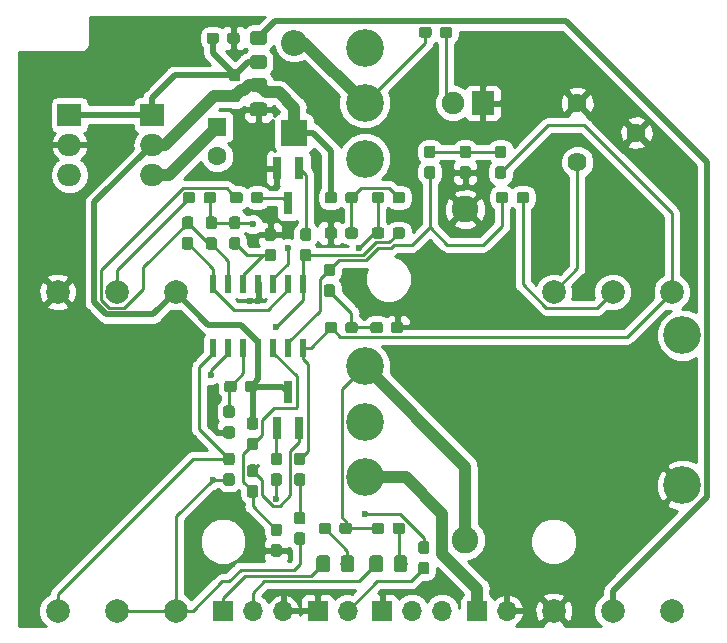
<source format=gbr>
G04 #@! TF.GenerationSoftware,KiCad,Pcbnew,(5.0.1-3-g963ef8bb5)*
G04 #@! TF.CreationDate,2019-05-01T10:43:29-06:00*
G04 #@! TF.ProjectId,NuisanceEngine,4E756973616E6365456E67696E652E6B,rev?*
G04 #@! TF.SameCoordinates,Original*
G04 #@! TF.FileFunction,Copper,L1,Top,Signal*
G04 #@! TF.FilePolarity,Positive*
%FSLAX46Y46*%
G04 Gerber Fmt 4.6, Leading zero omitted, Abs format (unit mm)*
G04 Created by KiCad (PCBNEW (5.0.1-3-g963ef8bb5)) date Wednesday, 01 May 2019 at 10:43:29*
%MOMM*%
%LPD*%
G01*
G04 APERTURE LIST*
G04 #@! TA.AperFunction,ComponentPad*
%ADD10C,3.200000*%
G04 #@! TD*
G04 #@! TA.AperFunction,ComponentPad*
%ADD11O,2.200000X2.200000*%
G04 #@! TD*
G04 #@! TA.AperFunction,ComponentPad*
%ADD12R,2.200000X2.200000*%
G04 #@! TD*
G04 #@! TA.AperFunction,SMDPad,CuDef*
%ADD13R,0.600000X1.500000*%
G04 #@! TD*
G04 #@! TA.AperFunction,ComponentPad*
%ADD14O,2.000000X1.905000*%
G04 #@! TD*
G04 #@! TA.AperFunction,ComponentPad*
%ADD15R,2.000000X1.905000*%
G04 #@! TD*
G04 #@! TA.AperFunction,ComponentPad*
%ADD16C,2.000000*%
G04 #@! TD*
G04 #@! TA.AperFunction,ComponentPad*
%ADD17R,1.900000X2.000000*%
G04 #@! TD*
G04 #@! TA.AperFunction,ComponentPad*
%ADD18C,1.900000*%
G04 #@! TD*
G04 #@! TA.AperFunction,ComponentPad*
%ADD19C,2.262000*%
G04 #@! TD*
G04 #@! TA.AperFunction,ComponentPad*
%ADD20C,1.620000*%
G04 #@! TD*
G04 #@! TA.AperFunction,ComponentPad*
%ADD21O,1.700000X1.700000*%
G04 #@! TD*
G04 #@! TA.AperFunction,ComponentPad*
%ADD22R,1.700000X1.700000*%
G04 #@! TD*
G04 #@! TA.AperFunction,ComponentPad*
%ADD23R,1.600000X1.600000*%
G04 #@! TD*
G04 #@! TA.AperFunction,ComponentPad*
%ADD24C,1.600000*%
G04 #@! TD*
G04 #@! TA.AperFunction,Conductor*
%ADD25C,0.100000*%
G04 #@! TD*
G04 #@! TA.AperFunction,SMDPad,CuDef*
%ADD26C,0.950000*%
G04 #@! TD*
G04 #@! TA.AperFunction,SMDPad,CuDef*
%ADD27C,1.150000*%
G04 #@! TD*
G04 #@! TA.AperFunction,SMDPad,CuDef*
%ADD28R,0.800000X1.900000*%
G04 #@! TD*
G04 #@! TA.AperFunction,ViaPad*
%ADD29C,0.600000*%
G04 #@! TD*
G04 #@! TA.AperFunction,Conductor*
%ADD30C,0.500000*%
G04 #@! TD*
G04 #@! TA.AperFunction,Conductor*
%ADD31C,0.250000*%
G04 #@! TD*
G04 #@! TA.AperFunction,Conductor*
%ADD32C,1.000000*%
G04 #@! TD*
G04 #@! TA.AperFunction,Conductor*
%ADD33C,0.254000*%
G04 #@! TD*
G04 APERTURE END LIST*
D10*
G04 #@! TO.P,SW1,1*
G04 #@! TO.N,Net-(LS1-Pad1)*
X80000000Y-86700000D03*
G04 #@! TO.P,SW1,2*
G04 #@! TO.N,Net-(C8-Pad2)*
X80000000Y-82000000D03*
G04 #@! TO.P,SW1,3*
G04 #@! TO.N,Net-(R22-Pad1)*
X80000000Y-77300000D03*
G04 #@! TD*
D11*
G04 #@! TO.P,D1,2*
G04 #@! TO.N,Net-(D1-Pad2)*
X74000000Y-49880000D03*
D12*
G04 #@! TO.P,D1,1*
G04 #@! TO.N,VDD*
X74000000Y-57500000D03*
G04 #@! TD*
D13*
G04 #@! TO.P,U1,14*
G04 #@! TO.N,Net-(C4-Pad2)*
X67190000Y-70300000D03*
G04 #@! TO.P,U1,13*
G04 #@! TO.N,Net-(C4-Pad1)*
X68460000Y-70300000D03*
G04 #@! TO.P,U1,12*
G04 #@! TO.N,Net-(R12-Pad1)*
X69730000Y-70300000D03*
G04 #@! TO.P,U1,11*
G04 #@! TO.N,GND*
X71000000Y-70300000D03*
G04 #@! TO.P,U1,10*
G04 #@! TO.N,Net-(R20-Pad2)*
X72270000Y-70300000D03*
G04 #@! TO.P,U1,9*
G04 #@! TO.N,Net-(C4-Pad2)*
X73540000Y-70300000D03*
G04 #@! TO.P,U1,8*
G04 #@! TO.N,Net-(R14-Pad2)*
X74810000Y-70300000D03*
G04 #@! TO.P,U1,7*
G04 #@! TO.N,Net-(C3-Pad1)*
X74810000Y-75700000D03*
G04 #@! TO.P,U1,6*
G04 #@! TO.N,Net-(C1-Pad2)*
X73540000Y-75700000D03*
G04 #@! TO.P,U1,5*
G04 #@! TO.N,Net-(R3-Pad2)*
X72270000Y-75700000D03*
G04 #@! TO.P,U1,4*
G04 #@! TO.N,VDD*
X71000000Y-75700000D03*
G04 #@! TO.P,U1,3*
G04 #@! TO.N,Net-(R15-Pad2)*
X69730000Y-75700000D03*
G04 #@! TO.P,U1,2*
G04 #@! TO.N,Net-(C6-Pad2)*
X68460000Y-75700000D03*
G04 #@! TO.P,U1,1*
G04 #@! TO.N,Net-(C6-Pad1)*
X67190000Y-75700000D03*
G04 #@! TD*
D14*
G04 #@! TO.P,Q4,3*
G04 #@! TO.N,Net-(C8-Pad1)*
X55000000Y-61080000D03*
G04 #@! TO.P,Q4,2*
G04 #@! TO.N,GND*
X55000000Y-58540000D03*
D15*
G04 #@! TO.P,Q4,1*
G04 #@! TO.N,Net-(C7-Pad1)*
X55000000Y-56000000D03*
G04 #@! TD*
D14*
G04 #@! TO.P,Q3,3*
G04 #@! TO.N,Net-(C8-Pad1)*
X62000000Y-61080000D03*
G04 #@! TO.P,Q3,2*
G04 #@! TO.N,VDD*
X62000000Y-58540000D03*
D15*
G04 #@! TO.P,Q3,1*
G04 #@! TO.N,Net-(C7-Pad1)*
X62000000Y-56000000D03*
G04 #@! TD*
D16*
G04 #@! TO.P,RV2,3*
G04 #@! TO.N,Net-(C3-Pad1)*
X106000000Y-71000000D03*
G04 #@! TO.P,RV2,2*
G04 #@! TO.N,Net-(R10-Pad2)*
X101000000Y-71000000D03*
G04 #@! TO.P,RV2,1*
G04 #@! TO.N,Net-(RV2-Pad1)*
X96000000Y-71000000D03*
G04 #@! TD*
G04 #@! TO.P,RV5,3*
G04 #@! TO.N,Net-(C6-Pad1)*
X106000000Y-98000000D03*
G04 #@! TO.P,RV5,2*
G04 #@! TO.N,Net-(C7-Pad2)*
X101000000Y-98000000D03*
G04 #@! TO.P,RV5,1*
G04 #@! TO.N,GND*
X96000000Y-98000000D03*
G04 #@! TD*
G04 #@! TO.P,RV4,3*
G04 #@! TO.N,Net-(C6-Pad2)*
X64000000Y-98000000D03*
G04 #@! TO.P,RV4,2*
X59000000Y-98000000D03*
G04 #@! TO.P,RV4,1*
G04 #@! TO.N,Net-(C6-Pad1)*
X54000000Y-98000000D03*
G04 #@! TD*
G04 #@! TO.P,RV1,3*
G04 #@! TO.N,VDD*
X64000000Y-71000000D03*
G04 #@! TO.P,RV1,2*
G04 #@! TO.N,Net-(R2-Pad1)*
X59000000Y-71000000D03*
G04 #@! TO.P,RV1,1*
G04 #@! TO.N,GND*
X54000000Y-71000000D03*
G04 #@! TD*
D10*
G04 #@! TO.P,BT1,2*
G04 #@! TO.N,GND*
X106900000Y-87350000D03*
G04 #@! TO.P,BT1,1*
G04 #@! TO.N,Net-(BT1-Pad1)*
X106900000Y-74650000D03*
G04 #@! TD*
D17*
G04 #@! TO.P,D2,1*
G04 #@! TO.N,GND*
X90000000Y-55000000D03*
D18*
G04 #@! TO.P,D2,2*
G04 #@! TO.N,Net-(D2-Pad2)*
X87460000Y-55000000D03*
G04 #@! TD*
D19*
G04 #@! TO.P,R22,1*
G04 #@! TO.N,Net-(R22-Pad1)*
X88500000Y-92000000D03*
G04 #@! TO.P,R22,2*
G04 #@! TO.N,GND*
X88500000Y-64000000D03*
G04 #@! TD*
D20*
G04 #@! TO.P,RV3,3*
G04 #@! TO.N,Net-(RV2-Pad1)*
X98000000Y-60000000D03*
G04 #@! TO.P,RV3,2*
G04 #@! TO.N,GND*
X103000000Y-57500000D03*
G04 #@! TO.P,RV3,1*
X98000000Y-55000000D03*
G04 #@! TD*
D10*
G04 #@! TO.P,SW2,1*
G04 #@! TO.N,Net-(J3-Pad2)*
X80000000Y-59700000D03*
G04 #@! TO.P,SW2,2*
G04 #@! TO.N,Net-(D1-Pad2)*
X80000000Y-55000000D03*
G04 #@! TO.P,SW2,3*
G04 #@! TO.N,Net-(SW2-Pad3)*
X80000000Y-50300000D03*
G04 #@! TD*
D21*
G04 #@! TO.P,J1,2*
G04 #@! TO.N,Net-(J1-Pad2)*
X78540000Y-98000000D03*
D22*
G04 #@! TO.P,J1,1*
G04 #@! TO.N,GND*
X76000000Y-98000000D03*
G04 #@! TD*
D21*
G04 #@! TO.P,J2,3*
G04 #@! TO.N,GND*
X73080000Y-98000000D03*
G04 #@! TO.P,J2,2*
G04 #@! TO.N,Net-(C11-Pad1)*
X70540000Y-98000000D03*
D22*
G04 #@! TO.P,J2,1*
G04 #@! TO.N,Net-(C10-Pad1)*
X68000000Y-98000000D03*
G04 #@! TD*
G04 #@! TO.P,J3,1*
G04 #@! TO.N,GND*
X81460000Y-98000000D03*
D21*
G04 #@! TO.P,J3,2*
G04 #@! TO.N,Net-(J3-Pad2)*
X84000000Y-98000000D03*
G04 #@! TO.P,J3,3*
G04 #@! TO.N,Net-(BT1-Pad1)*
X86540000Y-98000000D03*
G04 #@! TD*
D22*
G04 #@! TO.P,LS1,1*
G04 #@! TO.N,Net-(LS1-Pad1)*
X89500000Y-98000000D03*
D21*
G04 #@! TO.P,LS1,2*
G04 #@! TO.N,GND*
X92040000Y-98000000D03*
G04 #@! TD*
D23*
G04 #@! TO.P,C8,1*
G04 #@! TO.N,Net-(C8-Pad1)*
X67500000Y-57000000D03*
D24*
G04 #@! TO.P,C8,2*
G04 #@! TO.N,Net-(C8-Pad2)*
X67500000Y-59500000D03*
G04 #@! TD*
D25*
G04 #@! TO.N,Net-(C1-Pad1)*
G04 #@! TO.C,C1*
G36*
X77260779Y-70351144D02*
X77283834Y-70354563D01*
X77306443Y-70360227D01*
X77328387Y-70368079D01*
X77349457Y-70378044D01*
X77369448Y-70390026D01*
X77388168Y-70403910D01*
X77405438Y-70419562D01*
X77421090Y-70436832D01*
X77434974Y-70455552D01*
X77446956Y-70475543D01*
X77456921Y-70496613D01*
X77464773Y-70518557D01*
X77470437Y-70541166D01*
X77473856Y-70564221D01*
X77475000Y-70587500D01*
X77475000Y-71162500D01*
X77473856Y-71185779D01*
X77470437Y-71208834D01*
X77464773Y-71231443D01*
X77456921Y-71253387D01*
X77446956Y-71274457D01*
X77434974Y-71294448D01*
X77421090Y-71313168D01*
X77405438Y-71330438D01*
X77388168Y-71346090D01*
X77369448Y-71359974D01*
X77349457Y-71371956D01*
X77328387Y-71381921D01*
X77306443Y-71389773D01*
X77283834Y-71395437D01*
X77260779Y-71398856D01*
X77237500Y-71400000D01*
X76762500Y-71400000D01*
X76739221Y-71398856D01*
X76716166Y-71395437D01*
X76693557Y-71389773D01*
X76671613Y-71381921D01*
X76650543Y-71371956D01*
X76630552Y-71359974D01*
X76611832Y-71346090D01*
X76594562Y-71330438D01*
X76578910Y-71313168D01*
X76565026Y-71294448D01*
X76553044Y-71274457D01*
X76543079Y-71253387D01*
X76535227Y-71231443D01*
X76529563Y-71208834D01*
X76526144Y-71185779D01*
X76525000Y-71162500D01*
X76525000Y-70587500D01*
X76526144Y-70564221D01*
X76529563Y-70541166D01*
X76535227Y-70518557D01*
X76543079Y-70496613D01*
X76553044Y-70475543D01*
X76565026Y-70455552D01*
X76578910Y-70436832D01*
X76594562Y-70419562D01*
X76611832Y-70403910D01*
X76630552Y-70390026D01*
X76650543Y-70378044D01*
X76671613Y-70368079D01*
X76693557Y-70360227D01*
X76716166Y-70354563D01*
X76739221Y-70351144D01*
X76762500Y-70350000D01*
X77237500Y-70350000D01*
X77260779Y-70351144D01*
X77260779Y-70351144D01*
G37*
D26*
G04 #@! TD*
G04 #@! TO.P,C1,1*
G04 #@! TO.N,Net-(C1-Pad1)*
X77000000Y-70875000D03*
D25*
G04 #@! TO.N,Net-(C1-Pad2)*
G04 #@! TO.C,C1*
G36*
X77260779Y-68601144D02*
X77283834Y-68604563D01*
X77306443Y-68610227D01*
X77328387Y-68618079D01*
X77349457Y-68628044D01*
X77369448Y-68640026D01*
X77388168Y-68653910D01*
X77405438Y-68669562D01*
X77421090Y-68686832D01*
X77434974Y-68705552D01*
X77446956Y-68725543D01*
X77456921Y-68746613D01*
X77464773Y-68768557D01*
X77470437Y-68791166D01*
X77473856Y-68814221D01*
X77475000Y-68837500D01*
X77475000Y-69412500D01*
X77473856Y-69435779D01*
X77470437Y-69458834D01*
X77464773Y-69481443D01*
X77456921Y-69503387D01*
X77446956Y-69524457D01*
X77434974Y-69544448D01*
X77421090Y-69563168D01*
X77405438Y-69580438D01*
X77388168Y-69596090D01*
X77369448Y-69609974D01*
X77349457Y-69621956D01*
X77328387Y-69631921D01*
X77306443Y-69639773D01*
X77283834Y-69645437D01*
X77260779Y-69648856D01*
X77237500Y-69650000D01*
X76762500Y-69650000D01*
X76739221Y-69648856D01*
X76716166Y-69645437D01*
X76693557Y-69639773D01*
X76671613Y-69631921D01*
X76650543Y-69621956D01*
X76630552Y-69609974D01*
X76611832Y-69596090D01*
X76594562Y-69580438D01*
X76578910Y-69563168D01*
X76565026Y-69544448D01*
X76553044Y-69524457D01*
X76543079Y-69503387D01*
X76535227Y-69481443D01*
X76529563Y-69458834D01*
X76526144Y-69435779D01*
X76525000Y-69412500D01*
X76525000Y-68837500D01*
X76526144Y-68814221D01*
X76529563Y-68791166D01*
X76535227Y-68768557D01*
X76543079Y-68746613D01*
X76553044Y-68725543D01*
X76565026Y-68705552D01*
X76578910Y-68686832D01*
X76594562Y-68669562D01*
X76611832Y-68653910D01*
X76630552Y-68640026D01*
X76650543Y-68628044D01*
X76671613Y-68618079D01*
X76693557Y-68610227D01*
X76716166Y-68604563D01*
X76739221Y-68601144D01*
X76762500Y-68600000D01*
X77237500Y-68600000D01*
X77260779Y-68601144D01*
X77260779Y-68601144D01*
G37*
D26*
G04 #@! TD*
G04 #@! TO.P,C1,2*
G04 #@! TO.N,Net-(C1-Pad2)*
X77000000Y-69125000D03*
D25*
G04 #@! TO.N,GND*
G04 #@! TO.C,C2*
G36*
X88760779Y-60351144D02*
X88783834Y-60354563D01*
X88806443Y-60360227D01*
X88828387Y-60368079D01*
X88849457Y-60378044D01*
X88869448Y-60390026D01*
X88888168Y-60403910D01*
X88905438Y-60419562D01*
X88921090Y-60436832D01*
X88934974Y-60455552D01*
X88946956Y-60475543D01*
X88956921Y-60496613D01*
X88964773Y-60518557D01*
X88970437Y-60541166D01*
X88973856Y-60564221D01*
X88975000Y-60587500D01*
X88975000Y-61162500D01*
X88973856Y-61185779D01*
X88970437Y-61208834D01*
X88964773Y-61231443D01*
X88956921Y-61253387D01*
X88946956Y-61274457D01*
X88934974Y-61294448D01*
X88921090Y-61313168D01*
X88905438Y-61330438D01*
X88888168Y-61346090D01*
X88869448Y-61359974D01*
X88849457Y-61371956D01*
X88828387Y-61381921D01*
X88806443Y-61389773D01*
X88783834Y-61395437D01*
X88760779Y-61398856D01*
X88737500Y-61400000D01*
X88262500Y-61400000D01*
X88239221Y-61398856D01*
X88216166Y-61395437D01*
X88193557Y-61389773D01*
X88171613Y-61381921D01*
X88150543Y-61371956D01*
X88130552Y-61359974D01*
X88111832Y-61346090D01*
X88094562Y-61330438D01*
X88078910Y-61313168D01*
X88065026Y-61294448D01*
X88053044Y-61274457D01*
X88043079Y-61253387D01*
X88035227Y-61231443D01*
X88029563Y-61208834D01*
X88026144Y-61185779D01*
X88025000Y-61162500D01*
X88025000Y-60587500D01*
X88026144Y-60564221D01*
X88029563Y-60541166D01*
X88035227Y-60518557D01*
X88043079Y-60496613D01*
X88053044Y-60475543D01*
X88065026Y-60455552D01*
X88078910Y-60436832D01*
X88094562Y-60419562D01*
X88111832Y-60403910D01*
X88130552Y-60390026D01*
X88150543Y-60378044D01*
X88171613Y-60368079D01*
X88193557Y-60360227D01*
X88216166Y-60354563D01*
X88239221Y-60351144D01*
X88262500Y-60350000D01*
X88737500Y-60350000D01*
X88760779Y-60351144D01*
X88760779Y-60351144D01*
G37*
D26*
G04 #@! TD*
G04 #@! TO.P,C2,1*
G04 #@! TO.N,GND*
X88500000Y-60875000D03*
D25*
G04 #@! TO.N,Net-(C2-Pad2)*
G04 #@! TO.C,C2*
G36*
X88760779Y-58601144D02*
X88783834Y-58604563D01*
X88806443Y-58610227D01*
X88828387Y-58618079D01*
X88849457Y-58628044D01*
X88869448Y-58640026D01*
X88888168Y-58653910D01*
X88905438Y-58669562D01*
X88921090Y-58686832D01*
X88934974Y-58705552D01*
X88946956Y-58725543D01*
X88956921Y-58746613D01*
X88964773Y-58768557D01*
X88970437Y-58791166D01*
X88973856Y-58814221D01*
X88975000Y-58837500D01*
X88975000Y-59412500D01*
X88973856Y-59435779D01*
X88970437Y-59458834D01*
X88964773Y-59481443D01*
X88956921Y-59503387D01*
X88946956Y-59524457D01*
X88934974Y-59544448D01*
X88921090Y-59563168D01*
X88905438Y-59580438D01*
X88888168Y-59596090D01*
X88869448Y-59609974D01*
X88849457Y-59621956D01*
X88828387Y-59631921D01*
X88806443Y-59639773D01*
X88783834Y-59645437D01*
X88760779Y-59648856D01*
X88737500Y-59650000D01*
X88262500Y-59650000D01*
X88239221Y-59648856D01*
X88216166Y-59645437D01*
X88193557Y-59639773D01*
X88171613Y-59631921D01*
X88150543Y-59621956D01*
X88130552Y-59609974D01*
X88111832Y-59596090D01*
X88094562Y-59580438D01*
X88078910Y-59563168D01*
X88065026Y-59544448D01*
X88053044Y-59524457D01*
X88043079Y-59503387D01*
X88035227Y-59481443D01*
X88029563Y-59458834D01*
X88026144Y-59435779D01*
X88025000Y-59412500D01*
X88025000Y-58837500D01*
X88026144Y-58814221D01*
X88029563Y-58791166D01*
X88035227Y-58768557D01*
X88043079Y-58746613D01*
X88053044Y-58725543D01*
X88065026Y-58705552D01*
X88078910Y-58686832D01*
X88094562Y-58669562D01*
X88111832Y-58653910D01*
X88130552Y-58640026D01*
X88150543Y-58628044D01*
X88171613Y-58618079D01*
X88193557Y-58610227D01*
X88216166Y-58604563D01*
X88239221Y-58601144D01*
X88262500Y-58600000D01*
X88737500Y-58600000D01*
X88760779Y-58601144D01*
X88760779Y-58601144D01*
G37*
D26*
G04 #@! TD*
G04 #@! TO.P,C2,2*
G04 #@! TO.N,Net-(C2-Pad2)*
X88500000Y-59125000D03*
D25*
G04 #@! TO.N,Net-(C1-Pad1)*
G04 #@! TO.C,C3*
G36*
X79185779Y-73526144D02*
X79208834Y-73529563D01*
X79231443Y-73535227D01*
X79253387Y-73543079D01*
X79274457Y-73553044D01*
X79294448Y-73565026D01*
X79313168Y-73578910D01*
X79330438Y-73594562D01*
X79346090Y-73611832D01*
X79359974Y-73630552D01*
X79371956Y-73650543D01*
X79381921Y-73671613D01*
X79389773Y-73693557D01*
X79395437Y-73716166D01*
X79398856Y-73739221D01*
X79400000Y-73762500D01*
X79400000Y-74237500D01*
X79398856Y-74260779D01*
X79395437Y-74283834D01*
X79389773Y-74306443D01*
X79381921Y-74328387D01*
X79371956Y-74349457D01*
X79359974Y-74369448D01*
X79346090Y-74388168D01*
X79330438Y-74405438D01*
X79313168Y-74421090D01*
X79294448Y-74434974D01*
X79274457Y-74446956D01*
X79253387Y-74456921D01*
X79231443Y-74464773D01*
X79208834Y-74470437D01*
X79185779Y-74473856D01*
X79162500Y-74475000D01*
X78587500Y-74475000D01*
X78564221Y-74473856D01*
X78541166Y-74470437D01*
X78518557Y-74464773D01*
X78496613Y-74456921D01*
X78475543Y-74446956D01*
X78455552Y-74434974D01*
X78436832Y-74421090D01*
X78419562Y-74405438D01*
X78403910Y-74388168D01*
X78390026Y-74369448D01*
X78378044Y-74349457D01*
X78368079Y-74328387D01*
X78360227Y-74306443D01*
X78354563Y-74283834D01*
X78351144Y-74260779D01*
X78350000Y-74237500D01*
X78350000Y-73762500D01*
X78351144Y-73739221D01*
X78354563Y-73716166D01*
X78360227Y-73693557D01*
X78368079Y-73671613D01*
X78378044Y-73650543D01*
X78390026Y-73630552D01*
X78403910Y-73611832D01*
X78419562Y-73594562D01*
X78436832Y-73578910D01*
X78455552Y-73565026D01*
X78475543Y-73553044D01*
X78496613Y-73543079D01*
X78518557Y-73535227D01*
X78541166Y-73529563D01*
X78564221Y-73526144D01*
X78587500Y-73525000D01*
X79162500Y-73525000D01*
X79185779Y-73526144D01*
X79185779Y-73526144D01*
G37*
D26*
G04 #@! TD*
G04 #@! TO.P,C3,2*
G04 #@! TO.N,Net-(C1-Pad1)*
X78875000Y-74000000D03*
D25*
G04 #@! TO.N,Net-(C3-Pad1)*
G04 #@! TO.C,C3*
G36*
X77435779Y-73526144D02*
X77458834Y-73529563D01*
X77481443Y-73535227D01*
X77503387Y-73543079D01*
X77524457Y-73553044D01*
X77544448Y-73565026D01*
X77563168Y-73578910D01*
X77580438Y-73594562D01*
X77596090Y-73611832D01*
X77609974Y-73630552D01*
X77621956Y-73650543D01*
X77631921Y-73671613D01*
X77639773Y-73693557D01*
X77645437Y-73716166D01*
X77648856Y-73739221D01*
X77650000Y-73762500D01*
X77650000Y-74237500D01*
X77648856Y-74260779D01*
X77645437Y-74283834D01*
X77639773Y-74306443D01*
X77631921Y-74328387D01*
X77621956Y-74349457D01*
X77609974Y-74369448D01*
X77596090Y-74388168D01*
X77580438Y-74405438D01*
X77563168Y-74421090D01*
X77544448Y-74434974D01*
X77524457Y-74446956D01*
X77503387Y-74456921D01*
X77481443Y-74464773D01*
X77458834Y-74470437D01*
X77435779Y-74473856D01*
X77412500Y-74475000D01*
X76837500Y-74475000D01*
X76814221Y-74473856D01*
X76791166Y-74470437D01*
X76768557Y-74464773D01*
X76746613Y-74456921D01*
X76725543Y-74446956D01*
X76705552Y-74434974D01*
X76686832Y-74421090D01*
X76669562Y-74405438D01*
X76653910Y-74388168D01*
X76640026Y-74369448D01*
X76628044Y-74349457D01*
X76618079Y-74328387D01*
X76610227Y-74306443D01*
X76604563Y-74283834D01*
X76601144Y-74260779D01*
X76600000Y-74237500D01*
X76600000Y-73762500D01*
X76601144Y-73739221D01*
X76604563Y-73716166D01*
X76610227Y-73693557D01*
X76618079Y-73671613D01*
X76628044Y-73650543D01*
X76640026Y-73630552D01*
X76653910Y-73611832D01*
X76669562Y-73594562D01*
X76686832Y-73578910D01*
X76705552Y-73565026D01*
X76725543Y-73553044D01*
X76746613Y-73543079D01*
X76768557Y-73535227D01*
X76791166Y-73529563D01*
X76814221Y-73526144D01*
X76837500Y-73525000D01*
X77412500Y-73525000D01*
X77435779Y-73526144D01*
X77435779Y-73526144D01*
G37*
D26*
G04 #@! TD*
G04 #@! TO.P,C3,1*
G04 #@! TO.N,Net-(C3-Pad1)*
X77125000Y-74000000D03*
D25*
G04 #@! TO.N,Net-(C4-Pad2)*
G04 #@! TO.C,C4*
G36*
X65260779Y-66351144D02*
X65283834Y-66354563D01*
X65306443Y-66360227D01*
X65328387Y-66368079D01*
X65349457Y-66378044D01*
X65369448Y-66390026D01*
X65388168Y-66403910D01*
X65405438Y-66419562D01*
X65421090Y-66436832D01*
X65434974Y-66455552D01*
X65446956Y-66475543D01*
X65456921Y-66496613D01*
X65464773Y-66518557D01*
X65470437Y-66541166D01*
X65473856Y-66564221D01*
X65475000Y-66587500D01*
X65475000Y-67162500D01*
X65473856Y-67185779D01*
X65470437Y-67208834D01*
X65464773Y-67231443D01*
X65456921Y-67253387D01*
X65446956Y-67274457D01*
X65434974Y-67294448D01*
X65421090Y-67313168D01*
X65405438Y-67330438D01*
X65388168Y-67346090D01*
X65369448Y-67359974D01*
X65349457Y-67371956D01*
X65328387Y-67381921D01*
X65306443Y-67389773D01*
X65283834Y-67395437D01*
X65260779Y-67398856D01*
X65237500Y-67400000D01*
X64762500Y-67400000D01*
X64739221Y-67398856D01*
X64716166Y-67395437D01*
X64693557Y-67389773D01*
X64671613Y-67381921D01*
X64650543Y-67371956D01*
X64630552Y-67359974D01*
X64611832Y-67346090D01*
X64594562Y-67330438D01*
X64578910Y-67313168D01*
X64565026Y-67294448D01*
X64553044Y-67274457D01*
X64543079Y-67253387D01*
X64535227Y-67231443D01*
X64529563Y-67208834D01*
X64526144Y-67185779D01*
X64525000Y-67162500D01*
X64525000Y-66587500D01*
X64526144Y-66564221D01*
X64529563Y-66541166D01*
X64535227Y-66518557D01*
X64543079Y-66496613D01*
X64553044Y-66475543D01*
X64565026Y-66455552D01*
X64578910Y-66436832D01*
X64594562Y-66419562D01*
X64611832Y-66403910D01*
X64630552Y-66390026D01*
X64650543Y-66378044D01*
X64671613Y-66368079D01*
X64693557Y-66360227D01*
X64716166Y-66354563D01*
X64739221Y-66351144D01*
X64762500Y-66350000D01*
X65237500Y-66350000D01*
X65260779Y-66351144D01*
X65260779Y-66351144D01*
G37*
D26*
G04 #@! TD*
G04 #@! TO.P,C4,2*
G04 #@! TO.N,Net-(C4-Pad2)*
X65000000Y-66875000D03*
D25*
G04 #@! TO.N,Net-(C4-Pad1)*
G04 #@! TO.C,C4*
G36*
X65260779Y-64601144D02*
X65283834Y-64604563D01*
X65306443Y-64610227D01*
X65328387Y-64618079D01*
X65349457Y-64628044D01*
X65369448Y-64640026D01*
X65388168Y-64653910D01*
X65405438Y-64669562D01*
X65421090Y-64686832D01*
X65434974Y-64705552D01*
X65446956Y-64725543D01*
X65456921Y-64746613D01*
X65464773Y-64768557D01*
X65470437Y-64791166D01*
X65473856Y-64814221D01*
X65475000Y-64837500D01*
X65475000Y-65412500D01*
X65473856Y-65435779D01*
X65470437Y-65458834D01*
X65464773Y-65481443D01*
X65456921Y-65503387D01*
X65446956Y-65524457D01*
X65434974Y-65544448D01*
X65421090Y-65563168D01*
X65405438Y-65580438D01*
X65388168Y-65596090D01*
X65369448Y-65609974D01*
X65349457Y-65621956D01*
X65328387Y-65631921D01*
X65306443Y-65639773D01*
X65283834Y-65645437D01*
X65260779Y-65648856D01*
X65237500Y-65650000D01*
X64762500Y-65650000D01*
X64739221Y-65648856D01*
X64716166Y-65645437D01*
X64693557Y-65639773D01*
X64671613Y-65631921D01*
X64650543Y-65621956D01*
X64630552Y-65609974D01*
X64611832Y-65596090D01*
X64594562Y-65580438D01*
X64578910Y-65563168D01*
X64565026Y-65544448D01*
X64553044Y-65524457D01*
X64543079Y-65503387D01*
X64535227Y-65481443D01*
X64529563Y-65458834D01*
X64526144Y-65435779D01*
X64525000Y-65412500D01*
X64525000Y-64837500D01*
X64526144Y-64814221D01*
X64529563Y-64791166D01*
X64535227Y-64768557D01*
X64543079Y-64746613D01*
X64553044Y-64725543D01*
X64565026Y-64705552D01*
X64578910Y-64686832D01*
X64594562Y-64669562D01*
X64611832Y-64653910D01*
X64630552Y-64640026D01*
X64650543Y-64628044D01*
X64671613Y-64618079D01*
X64693557Y-64610227D01*
X64716166Y-64604563D01*
X64739221Y-64601144D01*
X64762500Y-64600000D01*
X65237500Y-64600000D01*
X65260779Y-64601144D01*
X65260779Y-64601144D01*
G37*
D26*
G04 #@! TD*
G04 #@! TO.P,C4,1*
G04 #@! TO.N,Net-(C4-Pad1)*
X65000000Y-65125000D03*
D25*
G04 #@! TO.N,Net-(C3-Pad1)*
G04 #@! TO.C,C5*
G36*
X74760779Y-84601144D02*
X74783834Y-84604563D01*
X74806443Y-84610227D01*
X74828387Y-84618079D01*
X74849457Y-84628044D01*
X74869448Y-84640026D01*
X74888168Y-84653910D01*
X74905438Y-84669562D01*
X74921090Y-84686832D01*
X74934974Y-84705552D01*
X74946956Y-84725543D01*
X74956921Y-84746613D01*
X74964773Y-84768557D01*
X74970437Y-84791166D01*
X74973856Y-84814221D01*
X74975000Y-84837500D01*
X74975000Y-85412500D01*
X74973856Y-85435779D01*
X74970437Y-85458834D01*
X74964773Y-85481443D01*
X74956921Y-85503387D01*
X74946956Y-85524457D01*
X74934974Y-85544448D01*
X74921090Y-85563168D01*
X74905438Y-85580438D01*
X74888168Y-85596090D01*
X74869448Y-85609974D01*
X74849457Y-85621956D01*
X74828387Y-85631921D01*
X74806443Y-85639773D01*
X74783834Y-85645437D01*
X74760779Y-85648856D01*
X74737500Y-85650000D01*
X74262500Y-85650000D01*
X74239221Y-85648856D01*
X74216166Y-85645437D01*
X74193557Y-85639773D01*
X74171613Y-85631921D01*
X74150543Y-85621956D01*
X74130552Y-85609974D01*
X74111832Y-85596090D01*
X74094562Y-85580438D01*
X74078910Y-85563168D01*
X74065026Y-85544448D01*
X74053044Y-85524457D01*
X74043079Y-85503387D01*
X74035227Y-85481443D01*
X74029563Y-85458834D01*
X74026144Y-85435779D01*
X74025000Y-85412500D01*
X74025000Y-84837500D01*
X74026144Y-84814221D01*
X74029563Y-84791166D01*
X74035227Y-84768557D01*
X74043079Y-84746613D01*
X74053044Y-84725543D01*
X74065026Y-84705552D01*
X74078910Y-84686832D01*
X74094562Y-84669562D01*
X74111832Y-84653910D01*
X74130552Y-84640026D01*
X74150543Y-84628044D01*
X74171613Y-84618079D01*
X74193557Y-84610227D01*
X74216166Y-84604563D01*
X74239221Y-84601144D01*
X74262500Y-84600000D01*
X74737500Y-84600000D01*
X74760779Y-84601144D01*
X74760779Y-84601144D01*
G37*
D26*
G04 #@! TD*
G04 #@! TO.P,C5,2*
G04 #@! TO.N,Net-(C3-Pad1)*
X74500000Y-85125000D03*
D25*
G04 #@! TO.N,Net-(C5-Pad1)*
G04 #@! TO.C,C5*
G36*
X74760779Y-86351144D02*
X74783834Y-86354563D01*
X74806443Y-86360227D01*
X74828387Y-86368079D01*
X74849457Y-86378044D01*
X74869448Y-86390026D01*
X74888168Y-86403910D01*
X74905438Y-86419562D01*
X74921090Y-86436832D01*
X74934974Y-86455552D01*
X74946956Y-86475543D01*
X74956921Y-86496613D01*
X74964773Y-86518557D01*
X74970437Y-86541166D01*
X74973856Y-86564221D01*
X74975000Y-86587500D01*
X74975000Y-87162500D01*
X74973856Y-87185779D01*
X74970437Y-87208834D01*
X74964773Y-87231443D01*
X74956921Y-87253387D01*
X74946956Y-87274457D01*
X74934974Y-87294448D01*
X74921090Y-87313168D01*
X74905438Y-87330438D01*
X74888168Y-87346090D01*
X74869448Y-87359974D01*
X74849457Y-87371956D01*
X74828387Y-87381921D01*
X74806443Y-87389773D01*
X74783834Y-87395437D01*
X74760779Y-87398856D01*
X74737500Y-87400000D01*
X74262500Y-87400000D01*
X74239221Y-87398856D01*
X74216166Y-87395437D01*
X74193557Y-87389773D01*
X74171613Y-87381921D01*
X74150543Y-87371956D01*
X74130552Y-87359974D01*
X74111832Y-87346090D01*
X74094562Y-87330438D01*
X74078910Y-87313168D01*
X74065026Y-87294448D01*
X74053044Y-87274457D01*
X74043079Y-87253387D01*
X74035227Y-87231443D01*
X74029563Y-87208834D01*
X74026144Y-87185779D01*
X74025000Y-87162500D01*
X74025000Y-86587500D01*
X74026144Y-86564221D01*
X74029563Y-86541166D01*
X74035227Y-86518557D01*
X74043079Y-86496613D01*
X74053044Y-86475543D01*
X74065026Y-86455552D01*
X74078910Y-86436832D01*
X74094562Y-86419562D01*
X74111832Y-86403910D01*
X74130552Y-86390026D01*
X74150543Y-86378044D01*
X74171613Y-86368079D01*
X74193557Y-86360227D01*
X74216166Y-86354563D01*
X74239221Y-86351144D01*
X74262500Y-86350000D01*
X74737500Y-86350000D01*
X74760779Y-86351144D01*
X74760779Y-86351144D01*
G37*
D26*
G04 #@! TD*
G04 #@! TO.P,C5,1*
G04 #@! TO.N,Net-(C5-Pad1)*
X74500000Y-86875000D03*
D25*
G04 #@! TO.N,Net-(C6-Pad1)*
G04 #@! TO.C,C6*
G36*
X68760779Y-84601144D02*
X68783834Y-84604563D01*
X68806443Y-84610227D01*
X68828387Y-84618079D01*
X68849457Y-84628044D01*
X68869448Y-84640026D01*
X68888168Y-84653910D01*
X68905438Y-84669562D01*
X68921090Y-84686832D01*
X68934974Y-84705552D01*
X68946956Y-84725543D01*
X68956921Y-84746613D01*
X68964773Y-84768557D01*
X68970437Y-84791166D01*
X68973856Y-84814221D01*
X68975000Y-84837500D01*
X68975000Y-85412500D01*
X68973856Y-85435779D01*
X68970437Y-85458834D01*
X68964773Y-85481443D01*
X68956921Y-85503387D01*
X68946956Y-85524457D01*
X68934974Y-85544448D01*
X68921090Y-85563168D01*
X68905438Y-85580438D01*
X68888168Y-85596090D01*
X68869448Y-85609974D01*
X68849457Y-85621956D01*
X68828387Y-85631921D01*
X68806443Y-85639773D01*
X68783834Y-85645437D01*
X68760779Y-85648856D01*
X68737500Y-85650000D01*
X68262500Y-85650000D01*
X68239221Y-85648856D01*
X68216166Y-85645437D01*
X68193557Y-85639773D01*
X68171613Y-85631921D01*
X68150543Y-85621956D01*
X68130552Y-85609974D01*
X68111832Y-85596090D01*
X68094562Y-85580438D01*
X68078910Y-85563168D01*
X68065026Y-85544448D01*
X68053044Y-85524457D01*
X68043079Y-85503387D01*
X68035227Y-85481443D01*
X68029563Y-85458834D01*
X68026144Y-85435779D01*
X68025000Y-85412500D01*
X68025000Y-84837500D01*
X68026144Y-84814221D01*
X68029563Y-84791166D01*
X68035227Y-84768557D01*
X68043079Y-84746613D01*
X68053044Y-84725543D01*
X68065026Y-84705552D01*
X68078910Y-84686832D01*
X68094562Y-84669562D01*
X68111832Y-84653910D01*
X68130552Y-84640026D01*
X68150543Y-84628044D01*
X68171613Y-84618079D01*
X68193557Y-84610227D01*
X68216166Y-84604563D01*
X68239221Y-84601144D01*
X68262500Y-84600000D01*
X68737500Y-84600000D01*
X68760779Y-84601144D01*
X68760779Y-84601144D01*
G37*
D26*
G04 #@! TD*
G04 #@! TO.P,C6,1*
G04 #@! TO.N,Net-(C6-Pad1)*
X68500000Y-85125000D03*
D25*
G04 #@! TO.N,Net-(C6-Pad2)*
G04 #@! TO.C,C6*
G36*
X68760779Y-86351144D02*
X68783834Y-86354563D01*
X68806443Y-86360227D01*
X68828387Y-86368079D01*
X68849457Y-86378044D01*
X68869448Y-86390026D01*
X68888168Y-86403910D01*
X68905438Y-86419562D01*
X68921090Y-86436832D01*
X68934974Y-86455552D01*
X68946956Y-86475543D01*
X68956921Y-86496613D01*
X68964773Y-86518557D01*
X68970437Y-86541166D01*
X68973856Y-86564221D01*
X68975000Y-86587500D01*
X68975000Y-87162500D01*
X68973856Y-87185779D01*
X68970437Y-87208834D01*
X68964773Y-87231443D01*
X68956921Y-87253387D01*
X68946956Y-87274457D01*
X68934974Y-87294448D01*
X68921090Y-87313168D01*
X68905438Y-87330438D01*
X68888168Y-87346090D01*
X68869448Y-87359974D01*
X68849457Y-87371956D01*
X68828387Y-87381921D01*
X68806443Y-87389773D01*
X68783834Y-87395437D01*
X68760779Y-87398856D01*
X68737500Y-87400000D01*
X68262500Y-87400000D01*
X68239221Y-87398856D01*
X68216166Y-87395437D01*
X68193557Y-87389773D01*
X68171613Y-87381921D01*
X68150543Y-87371956D01*
X68130552Y-87359974D01*
X68111832Y-87346090D01*
X68094562Y-87330438D01*
X68078910Y-87313168D01*
X68065026Y-87294448D01*
X68053044Y-87274457D01*
X68043079Y-87253387D01*
X68035227Y-87231443D01*
X68029563Y-87208834D01*
X68026144Y-87185779D01*
X68025000Y-87162500D01*
X68025000Y-86587500D01*
X68026144Y-86564221D01*
X68029563Y-86541166D01*
X68035227Y-86518557D01*
X68043079Y-86496613D01*
X68053044Y-86475543D01*
X68065026Y-86455552D01*
X68078910Y-86436832D01*
X68094562Y-86419562D01*
X68111832Y-86403910D01*
X68130552Y-86390026D01*
X68150543Y-86378044D01*
X68171613Y-86368079D01*
X68193557Y-86360227D01*
X68216166Y-86354563D01*
X68239221Y-86351144D01*
X68262500Y-86350000D01*
X68737500Y-86350000D01*
X68760779Y-86351144D01*
X68760779Y-86351144D01*
G37*
D26*
G04 #@! TD*
G04 #@! TO.P,C6,2*
G04 #@! TO.N,Net-(C6-Pad2)*
X68500000Y-86875000D03*
D25*
G04 #@! TO.N,Net-(C7-Pad1)*
G04 #@! TO.C,C7*
G36*
X71474505Y-50951204D02*
X71498773Y-50954804D01*
X71522572Y-50960765D01*
X71545671Y-50969030D01*
X71567850Y-50979520D01*
X71588893Y-50992132D01*
X71608599Y-51006747D01*
X71626777Y-51023223D01*
X71643253Y-51041401D01*
X71657868Y-51061107D01*
X71670480Y-51082150D01*
X71680970Y-51104329D01*
X71689235Y-51127428D01*
X71695196Y-51151227D01*
X71698796Y-51175495D01*
X71700000Y-51199999D01*
X71700000Y-51850001D01*
X71698796Y-51874505D01*
X71695196Y-51898773D01*
X71689235Y-51922572D01*
X71680970Y-51945671D01*
X71670480Y-51967850D01*
X71657868Y-51988893D01*
X71643253Y-52008599D01*
X71626777Y-52026777D01*
X71608599Y-52043253D01*
X71588893Y-52057868D01*
X71567850Y-52070480D01*
X71545671Y-52080970D01*
X71522572Y-52089235D01*
X71498773Y-52095196D01*
X71474505Y-52098796D01*
X71450001Y-52100000D01*
X70549999Y-52100000D01*
X70525495Y-52098796D01*
X70501227Y-52095196D01*
X70477428Y-52089235D01*
X70454329Y-52080970D01*
X70432150Y-52070480D01*
X70411107Y-52057868D01*
X70391401Y-52043253D01*
X70373223Y-52026777D01*
X70356747Y-52008599D01*
X70342132Y-51988893D01*
X70329520Y-51967850D01*
X70319030Y-51945671D01*
X70310765Y-51922572D01*
X70304804Y-51898773D01*
X70301204Y-51874505D01*
X70300000Y-51850001D01*
X70300000Y-51199999D01*
X70301204Y-51175495D01*
X70304804Y-51151227D01*
X70310765Y-51127428D01*
X70319030Y-51104329D01*
X70329520Y-51082150D01*
X70342132Y-51061107D01*
X70356747Y-51041401D01*
X70373223Y-51023223D01*
X70391401Y-51006747D01*
X70411107Y-50992132D01*
X70432150Y-50979520D01*
X70454329Y-50969030D01*
X70477428Y-50960765D01*
X70501227Y-50954804D01*
X70525495Y-50951204D01*
X70549999Y-50950000D01*
X71450001Y-50950000D01*
X71474505Y-50951204D01*
X71474505Y-50951204D01*
G37*
D27*
G04 #@! TD*
G04 #@! TO.P,C7,1*
G04 #@! TO.N,Net-(C7-Pad1)*
X71000000Y-51525000D03*
D25*
G04 #@! TO.N,Net-(C7-Pad2)*
G04 #@! TO.C,C7*
G36*
X71474505Y-48901204D02*
X71498773Y-48904804D01*
X71522572Y-48910765D01*
X71545671Y-48919030D01*
X71567850Y-48929520D01*
X71588893Y-48942132D01*
X71608599Y-48956747D01*
X71626777Y-48973223D01*
X71643253Y-48991401D01*
X71657868Y-49011107D01*
X71670480Y-49032150D01*
X71680970Y-49054329D01*
X71689235Y-49077428D01*
X71695196Y-49101227D01*
X71698796Y-49125495D01*
X71700000Y-49149999D01*
X71700000Y-49800001D01*
X71698796Y-49824505D01*
X71695196Y-49848773D01*
X71689235Y-49872572D01*
X71680970Y-49895671D01*
X71670480Y-49917850D01*
X71657868Y-49938893D01*
X71643253Y-49958599D01*
X71626777Y-49976777D01*
X71608599Y-49993253D01*
X71588893Y-50007868D01*
X71567850Y-50020480D01*
X71545671Y-50030970D01*
X71522572Y-50039235D01*
X71498773Y-50045196D01*
X71474505Y-50048796D01*
X71450001Y-50050000D01*
X70549999Y-50050000D01*
X70525495Y-50048796D01*
X70501227Y-50045196D01*
X70477428Y-50039235D01*
X70454329Y-50030970D01*
X70432150Y-50020480D01*
X70411107Y-50007868D01*
X70391401Y-49993253D01*
X70373223Y-49976777D01*
X70356747Y-49958599D01*
X70342132Y-49938893D01*
X70329520Y-49917850D01*
X70319030Y-49895671D01*
X70310765Y-49872572D01*
X70304804Y-49848773D01*
X70301204Y-49824505D01*
X70300000Y-49800001D01*
X70300000Y-49149999D01*
X70301204Y-49125495D01*
X70304804Y-49101227D01*
X70310765Y-49077428D01*
X70319030Y-49054329D01*
X70329520Y-49032150D01*
X70342132Y-49011107D01*
X70356747Y-48991401D01*
X70373223Y-48973223D01*
X70391401Y-48956747D01*
X70411107Y-48942132D01*
X70432150Y-48929520D01*
X70454329Y-48919030D01*
X70477428Y-48910765D01*
X70501227Y-48904804D01*
X70525495Y-48901204D01*
X70549999Y-48900000D01*
X71450001Y-48900000D01*
X71474505Y-48901204D01*
X71474505Y-48901204D01*
G37*
D27*
G04 #@! TD*
G04 #@! TO.P,C7,2*
G04 #@! TO.N,Net-(C7-Pad2)*
X71000000Y-49475000D03*
D25*
G04 #@! TO.N,VDD*
G04 #@! TO.C,C9*
G36*
X71474505Y-52901204D02*
X71498773Y-52904804D01*
X71522572Y-52910765D01*
X71545671Y-52919030D01*
X71567850Y-52929520D01*
X71588893Y-52942132D01*
X71608599Y-52956747D01*
X71626777Y-52973223D01*
X71643253Y-52991401D01*
X71657868Y-53011107D01*
X71670480Y-53032150D01*
X71680970Y-53054329D01*
X71689235Y-53077428D01*
X71695196Y-53101227D01*
X71698796Y-53125495D01*
X71700000Y-53149999D01*
X71700000Y-53800001D01*
X71698796Y-53824505D01*
X71695196Y-53848773D01*
X71689235Y-53872572D01*
X71680970Y-53895671D01*
X71670480Y-53917850D01*
X71657868Y-53938893D01*
X71643253Y-53958599D01*
X71626777Y-53976777D01*
X71608599Y-53993253D01*
X71588893Y-54007868D01*
X71567850Y-54020480D01*
X71545671Y-54030970D01*
X71522572Y-54039235D01*
X71498773Y-54045196D01*
X71474505Y-54048796D01*
X71450001Y-54050000D01*
X70549999Y-54050000D01*
X70525495Y-54048796D01*
X70501227Y-54045196D01*
X70477428Y-54039235D01*
X70454329Y-54030970D01*
X70432150Y-54020480D01*
X70411107Y-54007868D01*
X70391401Y-53993253D01*
X70373223Y-53976777D01*
X70356747Y-53958599D01*
X70342132Y-53938893D01*
X70329520Y-53917850D01*
X70319030Y-53895671D01*
X70310765Y-53872572D01*
X70304804Y-53848773D01*
X70301204Y-53824505D01*
X70300000Y-53800001D01*
X70300000Y-53149999D01*
X70301204Y-53125495D01*
X70304804Y-53101227D01*
X70310765Y-53077428D01*
X70319030Y-53054329D01*
X70329520Y-53032150D01*
X70342132Y-53011107D01*
X70356747Y-52991401D01*
X70373223Y-52973223D01*
X70391401Y-52956747D01*
X70411107Y-52942132D01*
X70432150Y-52929520D01*
X70454329Y-52919030D01*
X70477428Y-52910765D01*
X70501227Y-52904804D01*
X70525495Y-52901204D01*
X70549999Y-52900000D01*
X71450001Y-52900000D01*
X71474505Y-52901204D01*
X71474505Y-52901204D01*
G37*
D27*
G04 #@! TD*
G04 #@! TO.P,C9,1*
G04 #@! TO.N,VDD*
X71000000Y-53475000D03*
D25*
G04 #@! TO.N,GND*
G04 #@! TO.C,C9*
G36*
X71474505Y-54951204D02*
X71498773Y-54954804D01*
X71522572Y-54960765D01*
X71545671Y-54969030D01*
X71567850Y-54979520D01*
X71588893Y-54992132D01*
X71608599Y-55006747D01*
X71626777Y-55023223D01*
X71643253Y-55041401D01*
X71657868Y-55061107D01*
X71670480Y-55082150D01*
X71680970Y-55104329D01*
X71689235Y-55127428D01*
X71695196Y-55151227D01*
X71698796Y-55175495D01*
X71700000Y-55199999D01*
X71700000Y-55850001D01*
X71698796Y-55874505D01*
X71695196Y-55898773D01*
X71689235Y-55922572D01*
X71680970Y-55945671D01*
X71670480Y-55967850D01*
X71657868Y-55988893D01*
X71643253Y-56008599D01*
X71626777Y-56026777D01*
X71608599Y-56043253D01*
X71588893Y-56057868D01*
X71567850Y-56070480D01*
X71545671Y-56080970D01*
X71522572Y-56089235D01*
X71498773Y-56095196D01*
X71474505Y-56098796D01*
X71450001Y-56100000D01*
X70549999Y-56100000D01*
X70525495Y-56098796D01*
X70501227Y-56095196D01*
X70477428Y-56089235D01*
X70454329Y-56080970D01*
X70432150Y-56070480D01*
X70411107Y-56057868D01*
X70391401Y-56043253D01*
X70373223Y-56026777D01*
X70356747Y-56008599D01*
X70342132Y-55988893D01*
X70329520Y-55967850D01*
X70319030Y-55945671D01*
X70310765Y-55922572D01*
X70304804Y-55898773D01*
X70301204Y-55874505D01*
X70300000Y-55850001D01*
X70300000Y-55199999D01*
X70301204Y-55175495D01*
X70304804Y-55151227D01*
X70310765Y-55127428D01*
X70319030Y-55104329D01*
X70329520Y-55082150D01*
X70342132Y-55061107D01*
X70356747Y-55041401D01*
X70373223Y-55023223D01*
X70391401Y-55006747D01*
X70411107Y-54992132D01*
X70432150Y-54979520D01*
X70454329Y-54969030D01*
X70477428Y-54960765D01*
X70501227Y-54954804D01*
X70525495Y-54951204D01*
X70549999Y-54950000D01*
X71450001Y-54950000D01*
X71474505Y-54951204D01*
X71474505Y-54951204D01*
G37*
D27*
G04 #@! TD*
G04 #@! TO.P,C9,2*
G04 #@! TO.N,GND*
X71000000Y-55525000D03*
D25*
G04 #@! TO.N,Net-(C10-Pad2)*
G04 #@! TO.C,C10*
G36*
X78874505Y-93301204D02*
X78898773Y-93304804D01*
X78922572Y-93310765D01*
X78945671Y-93319030D01*
X78967850Y-93329520D01*
X78988893Y-93342132D01*
X79008599Y-93356747D01*
X79026777Y-93373223D01*
X79043253Y-93391401D01*
X79057868Y-93411107D01*
X79070480Y-93432150D01*
X79080970Y-93454329D01*
X79089235Y-93477428D01*
X79095196Y-93501227D01*
X79098796Y-93525495D01*
X79100000Y-93549999D01*
X79100000Y-94450001D01*
X79098796Y-94474505D01*
X79095196Y-94498773D01*
X79089235Y-94522572D01*
X79080970Y-94545671D01*
X79070480Y-94567850D01*
X79057868Y-94588893D01*
X79043253Y-94608599D01*
X79026777Y-94626777D01*
X79008599Y-94643253D01*
X78988893Y-94657868D01*
X78967850Y-94670480D01*
X78945671Y-94680970D01*
X78922572Y-94689235D01*
X78898773Y-94695196D01*
X78874505Y-94698796D01*
X78850001Y-94700000D01*
X78199999Y-94700000D01*
X78175495Y-94698796D01*
X78151227Y-94695196D01*
X78127428Y-94689235D01*
X78104329Y-94680970D01*
X78082150Y-94670480D01*
X78061107Y-94657868D01*
X78041401Y-94643253D01*
X78023223Y-94626777D01*
X78006747Y-94608599D01*
X77992132Y-94588893D01*
X77979520Y-94567850D01*
X77969030Y-94545671D01*
X77960765Y-94522572D01*
X77954804Y-94498773D01*
X77951204Y-94474505D01*
X77950000Y-94450001D01*
X77950000Y-93549999D01*
X77951204Y-93525495D01*
X77954804Y-93501227D01*
X77960765Y-93477428D01*
X77969030Y-93454329D01*
X77979520Y-93432150D01*
X77992132Y-93411107D01*
X78006747Y-93391401D01*
X78023223Y-93373223D01*
X78041401Y-93356747D01*
X78061107Y-93342132D01*
X78082150Y-93329520D01*
X78104329Y-93319030D01*
X78127428Y-93310765D01*
X78151227Y-93304804D01*
X78175495Y-93301204D01*
X78199999Y-93300000D01*
X78850001Y-93300000D01*
X78874505Y-93301204D01*
X78874505Y-93301204D01*
G37*
D27*
G04 #@! TD*
G04 #@! TO.P,C10,2*
G04 #@! TO.N,Net-(C10-Pad2)*
X78525000Y-94000000D03*
D25*
G04 #@! TO.N,Net-(C10-Pad1)*
G04 #@! TO.C,C10*
G36*
X76824505Y-93301204D02*
X76848773Y-93304804D01*
X76872572Y-93310765D01*
X76895671Y-93319030D01*
X76917850Y-93329520D01*
X76938893Y-93342132D01*
X76958599Y-93356747D01*
X76976777Y-93373223D01*
X76993253Y-93391401D01*
X77007868Y-93411107D01*
X77020480Y-93432150D01*
X77030970Y-93454329D01*
X77039235Y-93477428D01*
X77045196Y-93501227D01*
X77048796Y-93525495D01*
X77050000Y-93549999D01*
X77050000Y-94450001D01*
X77048796Y-94474505D01*
X77045196Y-94498773D01*
X77039235Y-94522572D01*
X77030970Y-94545671D01*
X77020480Y-94567850D01*
X77007868Y-94588893D01*
X76993253Y-94608599D01*
X76976777Y-94626777D01*
X76958599Y-94643253D01*
X76938893Y-94657868D01*
X76917850Y-94670480D01*
X76895671Y-94680970D01*
X76872572Y-94689235D01*
X76848773Y-94695196D01*
X76824505Y-94698796D01*
X76800001Y-94700000D01*
X76149999Y-94700000D01*
X76125495Y-94698796D01*
X76101227Y-94695196D01*
X76077428Y-94689235D01*
X76054329Y-94680970D01*
X76032150Y-94670480D01*
X76011107Y-94657868D01*
X75991401Y-94643253D01*
X75973223Y-94626777D01*
X75956747Y-94608599D01*
X75942132Y-94588893D01*
X75929520Y-94567850D01*
X75919030Y-94545671D01*
X75910765Y-94522572D01*
X75904804Y-94498773D01*
X75901204Y-94474505D01*
X75900000Y-94450001D01*
X75900000Y-93549999D01*
X75901204Y-93525495D01*
X75904804Y-93501227D01*
X75910765Y-93477428D01*
X75919030Y-93454329D01*
X75929520Y-93432150D01*
X75942132Y-93411107D01*
X75956747Y-93391401D01*
X75973223Y-93373223D01*
X75991401Y-93356747D01*
X76011107Y-93342132D01*
X76032150Y-93329520D01*
X76054329Y-93319030D01*
X76077428Y-93310765D01*
X76101227Y-93304804D01*
X76125495Y-93301204D01*
X76149999Y-93300000D01*
X76800001Y-93300000D01*
X76824505Y-93301204D01*
X76824505Y-93301204D01*
G37*
D27*
G04 #@! TD*
G04 #@! TO.P,C10,1*
G04 #@! TO.N,Net-(C10-Pad1)*
X76475000Y-94000000D03*
D25*
G04 #@! TO.N,Net-(C11-Pad1)*
G04 #@! TO.C,C11*
G36*
X81324505Y-93301204D02*
X81348773Y-93304804D01*
X81372572Y-93310765D01*
X81395671Y-93319030D01*
X81417850Y-93329520D01*
X81438893Y-93342132D01*
X81458599Y-93356747D01*
X81476777Y-93373223D01*
X81493253Y-93391401D01*
X81507868Y-93411107D01*
X81520480Y-93432150D01*
X81530970Y-93454329D01*
X81539235Y-93477428D01*
X81545196Y-93501227D01*
X81548796Y-93525495D01*
X81550000Y-93549999D01*
X81550000Y-94450001D01*
X81548796Y-94474505D01*
X81545196Y-94498773D01*
X81539235Y-94522572D01*
X81530970Y-94545671D01*
X81520480Y-94567850D01*
X81507868Y-94588893D01*
X81493253Y-94608599D01*
X81476777Y-94626777D01*
X81458599Y-94643253D01*
X81438893Y-94657868D01*
X81417850Y-94670480D01*
X81395671Y-94680970D01*
X81372572Y-94689235D01*
X81348773Y-94695196D01*
X81324505Y-94698796D01*
X81300001Y-94700000D01*
X80649999Y-94700000D01*
X80625495Y-94698796D01*
X80601227Y-94695196D01*
X80577428Y-94689235D01*
X80554329Y-94680970D01*
X80532150Y-94670480D01*
X80511107Y-94657868D01*
X80491401Y-94643253D01*
X80473223Y-94626777D01*
X80456747Y-94608599D01*
X80442132Y-94588893D01*
X80429520Y-94567850D01*
X80419030Y-94545671D01*
X80410765Y-94522572D01*
X80404804Y-94498773D01*
X80401204Y-94474505D01*
X80400000Y-94450001D01*
X80400000Y-93549999D01*
X80401204Y-93525495D01*
X80404804Y-93501227D01*
X80410765Y-93477428D01*
X80419030Y-93454329D01*
X80429520Y-93432150D01*
X80442132Y-93411107D01*
X80456747Y-93391401D01*
X80473223Y-93373223D01*
X80491401Y-93356747D01*
X80511107Y-93342132D01*
X80532150Y-93329520D01*
X80554329Y-93319030D01*
X80577428Y-93310765D01*
X80601227Y-93304804D01*
X80625495Y-93301204D01*
X80649999Y-93300000D01*
X81300001Y-93300000D01*
X81324505Y-93301204D01*
X81324505Y-93301204D01*
G37*
D27*
G04 #@! TD*
G04 #@! TO.P,C11,1*
G04 #@! TO.N,Net-(C11-Pad1)*
X80975000Y-94000000D03*
D25*
G04 #@! TO.N,Net-(C11-Pad2)*
G04 #@! TO.C,C11*
G36*
X83374505Y-93301204D02*
X83398773Y-93304804D01*
X83422572Y-93310765D01*
X83445671Y-93319030D01*
X83467850Y-93329520D01*
X83488893Y-93342132D01*
X83508599Y-93356747D01*
X83526777Y-93373223D01*
X83543253Y-93391401D01*
X83557868Y-93411107D01*
X83570480Y-93432150D01*
X83580970Y-93454329D01*
X83589235Y-93477428D01*
X83595196Y-93501227D01*
X83598796Y-93525495D01*
X83600000Y-93549999D01*
X83600000Y-94450001D01*
X83598796Y-94474505D01*
X83595196Y-94498773D01*
X83589235Y-94522572D01*
X83580970Y-94545671D01*
X83570480Y-94567850D01*
X83557868Y-94588893D01*
X83543253Y-94608599D01*
X83526777Y-94626777D01*
X83508599Y-94643253D01*
X83488893Y-94657868D01*
X83467850Y-94670480D01*
X83445671Y-94680970D01*
X83422572Y-94689235D01*
X83398773Y-94695196D01*
X83374505Y-94698796D01*
X83350001Y-94700000D01*
X82699999Y-94700000D01*
X82675495Y-94698796D01*
X82651227Y-94695196D01*
X82627428Y-94689235D01*
X82604329Y-94680970D01*
X82582150Y-94670480D01*
X82561107Y-94657868D01*
X82541401Y-94643253D01*
X82523223Y-94626777D01*
X82506747Y-94608599D01*
X82492132Y-94588893D01*
X82479520Y-94567850D01*
X82469030Y-94545671D01*
X82460765Y-94522572D01*
X82454804Y-94498773D01*
X82451204Y-94474505D01*
X82450000Y-94450001D01*
X82450000Y-93549999D01*
X82451204Y-93525495D01*
X82454804Y-93501227D01*
X82460765Y-93477428D01*
X82469030Y-93454329D01*
X82479520Y-93432150D01*
X82492132Y-93411107D01*
X82506747Y-93391401D01*
X82523223Y-93373223D01*
X82541401Y-93356747D01*
X82561107Y-93342132D01*
X82582150Y-93329520D01*
X82604329Y-93319030D01*
X82627428Y-93310765D01*
X82651227Y-93304804D01*
X82675495Y-93301204D01*
X82699999Y-93300000D01*
X83350001Y-93300000D01*
X83374505Y-93301204D01*
X83374505Y-93301204D01*
G37*
D27*
G04 #@! TD*
G04 #@! TO.P,C11,2*
G04 #@! TO.N,Net-(C11-Pad2)*
X83025000Y-94000000D03*
D28*
G04 #@! TO.P,Q1,3*
G04 #@! TO.N,Net-(Q1-Pad3)*
X73500000Y-63500000D03*
G04 #@! TO.P,Q1,2*
G04 #@! TO.N,GND*
X72550000Y-60500000D03*
G04 #@! TO.P,Q1,1*
G04 #@! TO.N,Net-(Q1-Pad1)*
X74450000Y-60500000D03*
G04 #@! TD*
G04 #@! TO.P,Q2,1*
G04 #@! TO.N,Net-(Q2-Pad1)*
X72550000Y-82500000D03*
G04 #@! TO.P,Q2,2*
G04 #@! TO.N,Net-(Q2-Pad2)*
X74450000Y-82500000D03*
G04 #@! TO.P,Q2,3*
G04 #@! TO.N,VDD*
X73500000Y-79500000D03*
G04 #@! TD*
D25*
G04 #@! TO.N,Net-(J1-Pad2)*
G04 #@! TO.C,R1*
G36*
X85260779Y-93851144D02*
X85283834Y-93854563D01*
X85306443Y-93860227D01*
X85328387Y-93868079D01*
X85349457Y-93878044D01*
X85369448Y-93890026D01*
X85388168Y-93903910D01*
X85405438Y-93919562D01*
X85421090Y-93936832D01*
X85434974Y-93955552D01*
X85446956Y-93975543D01*
X85456921Y-93996613D01*
X85464773Y-94018557D01*
X85470437Y-94041166D01*
X85473856Y-94064221D01*
X85475000Y-94087500D01*
X85475000Y-94662500D01*
X85473856Y-94685779D01*
X85470437Y-94708834D01*
X85464773Y-94731443D01*
X85456921Y-94753387D01*
X85446956Y-94774457D01*
X85434974Y-94794448D01*
X85421090Y-94813168D01*
X85405438Y-94830438D01*
X85388168Y-94846090D01*
X85369448Y-94859974D01*
X85349457Y-94871956D01*
X85328387Y-94881921D01*
X85306443Y-94889773D01*
X85283834Y-94895437D01*
X85260779Y-94898856D01*
X85237500Y-94900000D01*
X84762500Y-94900000D01*
X84739221Y-94898856D01*
X84716166Y-94895437D01*
X84693557Y-94889773D01*
X84671613Y-94881921D01*
X84650543Y-94871956D01*
X84630552Y-94859974D01*
X84611832Y-94846090D01*
X84594562Y-94830438D01*
X84578910Y-94813168D01*
X84565026Y-94794448D01*
X84553044Y-94774457D01*
X84543079Y-94753387D01*
X84535227Y-94731443D01*
X84529563Y-94708834D01*
X84526144Y-94685779D01*
X84525000Y-94662500D01*
X84525000Y-94087500D01*
X84526144Y-94064221D01*
X84529563Y-94041166D01*
X84535227Y-94018557D01*
X84543079Y-93996613D01*
X84553044Y-93975543D01*
X84565026Y-93955552D01*
X84578910Y-93936832D01*
X84594562Y-93919562D01*
X84611832Y-93903910D01*
X84630552Y-93890026D01*
X84650543Y-93878044D01*
X84671613Y-93868079D01*
X84693557Y-93860227D01*
X84716166Y-93854563D01*
X84739221Y-93851144D01*
X84762500Y-93850000D01*
X85237500Y-93850000D01*
X85260779Y-93851144D01*
X85260779Y-93851144D01*
G37*
D26*
G04 #@! TD*
G04 #@! TO.P,R1,1*
G04 #@! TO.N,Net-(J1-Pad2)*
X85000000Y-94375000D03*
D25*
G04 #@! TO.N,Net-(R1-Pad2)*
G04 #@! TO.C,R1*
G36*
X85260779Y-92101144D02*
X85283834Y-92104563D01*
X85306443Y-92110227D01*
X85328387Y-92118079D01*
X85349457Y-92128044D01*
X85369448Y-92140026D01*
X85388168Y-92153910D01*
X85405438Y-92169562D01*
X85421090Y-92186832D01*
X85434974Y-92205552D01*
X85446956Y-92225543D01*
X85456921Y-92246613D01*
X85464773Y-92268557D01*
X85470437Y-92291166D01*
X85473856Y-92314221D01*
X85475000Y-92337500D01*
X85475000Y-92912500D01*
X85473856Y-92935779D01*
X85470437Y-92958834D01*
X85464773Y-92981443D01*
X85456921Y-93003387D01*
X85446956Y-93024457D01*
X85434974Y-93044448D01*
X85421090Y-93063168D01*
X85405438Y-93080438D01*
X85388168Y-93096090D01*
X85369448Y-93109974D01*
X85349457Y-93121956D01*
X85328387Y-93131921D01*
X85306443Y-93139773D01*
X85283834Y-93145437D01*
X85260779Y-93148856D01*
X85237500Y-93150000D01*
X84762500Y-93150000D01*
X84739221Y-93148856D01*
X84716166Y-93145437D01*
X84693557Y-93139773D01*
X84671613Y-93131921D01*
X84650543Y-93121956D01*
X84630552Y-93109974D01*
X84611832Y-93096090D01*
X84594562Y-93080438D01*
X84578910Y-93063168D01*
X84565026Y-93044448D01*
X84553044Y-93024457D01*
X84543079Y-93003387D01*
X84535227Y-92981443D01*
X84529563Y-92958834D01*
X84526144Y-92935779D01*
X84525000Y-92912500D01*
X84525000Y-92337500D01*
X84526144Y-92314221D01*
X84529563Y-92291166D01*
X84535227Y-92268557D01*
X84543079Y-92246613D01*
X84553044Y-92225543D01*
X84565026Y-92205552D01*
X84578910Y-92186832D01*
X84594562Y-92169562D01*
X84611832Y-92153910D01*
X84630552Y-92140026D01*
X84650543Y-92128044D01*
X84671613Y-92118079D01*
X84693557Y-92110227D01*
X84716166Y-92104563D01*
X84739221Y-92101144D01*
X84762500Y-92100000D01*
X85237500Y-92100000D01*
X85260779Y-92101144D01*
X85260779Y-92101144D01*
G37*
D26*
G04 #@! TD*
G04 #@! TO.P,R1,2*
G04 #@! TO.N,Net-(R1-Pad2)*
X85000000Y-92625000D03*
D25*
G04 #@! TO.N,Net-(R2-Pad1)*
G04 #@! TO.C,R2*
G36*
X65435779Y-62526144D02*
X65458834Y-62529563D01*
X65481443Y-62535227D01*
X65503387Y-62543079D01*
X65524457Y-62553044D01*
X65544448Y-62565026D01*
X65563168Y-62578910D01*
X65580438Y-62594562D01*
X65596090Y-62611832D01*
X65609974Y-62630552D01*
X65621956Y-62650543D01*
X65631921Y-62671613D01*
X65639773Y-62693557D01*
X65645437Y-62716166D01*
X65648856Y-62739221D01*
X65650000Y-62762500D01*
X65650000Y-63237500D01*
X65648856Y-63260779D01*
X65645437Y-63283834D01*
X65639773Y-63306443D01*
X65631921Y-63328387D01*
X65621956Y-63349457D01*
X65609974Y-63369448D01*
X65596090Y-63388168D01*
X65580438Y-63405438D01*
X65563168Y-63421090D01*
X65544448Y-63434974D01*
X65524457Y-63446956D01*
X65503387Y-63456921D01*
X65481443Y-63464773D01*
X65458834Y-63470437D01*
X65435779Y-63473856D01*
X65412500Y-63475000D01*
X64837500Y-63475000D01*
X64814221Y-63473856D01*
X64791166Y-63470437D01*
X64768557Y-63464773D01*
X64746613Y-63456921D01*
X64725543Y-63446956D01*
X64705552Y-63434974D01*
X64686832Y-63421090D01*
X64669562Y-63405438D01*
X64653910Y-63388168D01*
X64640026Y-63369448D01*
X64628044Y-63349457D01*
X64618079Y-63328387D01*
X64610227Y-63306443D01*
X64604563Y-63283834D01*
X64601144Y-63260779D01*
X64600000Y-63237500D01*
X64600000Y-62762500D01*
X64601144Y-62739221D01*
X64604563Y-62716166D01*
X64610227Y-62693557D01*
X64618079Y-62671613D01*
X64628044Y-62650543D01*
X64640026Y-62630552D01*
X64653910Y-62611832D01*
X64669562Y-62594562D01*
X64686832Y-62578910D01*
X64705552Y-62565026D01*
X64725543Y-62553044D01*
X64746613Y-62543079D01*
X64768557Y-62535227D01*
X64791166Y-62529563D01*
X64814221Y-62526144D01*
X64837500Y-62525000D01*
X65412500Y-62525000D01*
X65435779Y-62526144D01*
X65435779Y-62526144D01*
G37*
D26*
G04 #@! TD*
G04 #@! TO.P,R2,1*
G04 #@! TO.N,Net-(R2-Pad1)*
X65125000Y-63000000D03*
D25*
G04 #@! TO.N,Net-(R1-Pad2)*
G04 #@! TO.C,R2*
G36*
X67185779Y-62526144D02*
X67208834Y-62529563D01*
X67231443Y-62535227D01*
X67253387Y-62543079D01*
X67274457Y-62553044D01*
X67294448Y-62565026D01*
X67313168Y-62578910D01*
X67330438Y-62594562D01*
X67346090Y-62611832D01*
X67359974Y-62630552D01*
X67371956Y-62650543D01*
X67381921Y-62671613D01*
X67389773Y-62693557D01*
X67395437Y-62716166D01*
X67398856Y-62739221D01*
X67400000Y-62762500D01*
X67400000Y-63237500D01*
X67398856Y-63260779D01*
X67395437Y-63283834D01*
X67389773Y-63306443D01*
X67381921Y-63328387D01*
X67371956Y-63349457D01*
X67359974Y-63369448D01*
X67346090Y-63388168D01*
X67330438Y-63405438D01*
X67313168Y-63421090D01*
X67294448Y-63434974D01*
X67274457Y-63446956D01*
X67253387Y-63456921D01*
X67231443Y-63464773D01*
X67208834Y-63470437D01*
X67185779Y-63473856D01*
X67162500Y-63475000D01*
X66587500Y-63475000D01*
X66564221Y-63473856D01*
X66541166Y-63470437D01*
X66518557Y-63464773D01*
X66496613Y-63456921D01*
X66475543Y-63446956D01*
X66455552Y-63434974D01*
X66436832Y-63421090D01*
X66419562Y-63405438D01*
X66403910Y-63388168D01*
X66390026Y-63369448D01*
X66378044Y-63349457D01*
X66368079Y-63328387D01*
X66360227Y-63306443D01*
X66354563Y-63283834D01*
X66351144Y-63260779D01*
X66350000Y-63237500D01*
X66350000Y-62762500D01*
X66351144Y-62739221D01*
X66354563Y-62716166D01*
X66360227Y-62693557D01*
X66368079Y-62671613D01*
X66378044Y-62650543D01*
X66390026Y-62630552D01*
X66403910Y-62611832D01*
X66419562Y-62594562D01*
X66436832Y-62578910D01*
X66455552Y-62565026D01*
X66475543Y-62553044D01*
X66496613Y-62543079D01*
X66518557Y-62535227D01*
X66541166Y-62529563D01*
X66564221Y-62526144D01*
X66587500Y-62525000D01*
X67162500Y-62525000D01*
X67185779Y-62526144D01*
X67185779Y-62526144D01*
G37*
D26*
G04 #@! TD*
G04 #@! TO.P,R2,2*
G04 #@! TO.N,Net-(R1-Pad2)*
X66875000Y-63000000D03*
D25*
G04 #@! TO.N,Net-(Q2-Pad2)*
G04 #@! TO.C,R3*
G36*
X70760779Y-85601144D02*
X70783834Y-85604563D01*
X70806443Y-85610227D01*
X70828387Y-85618079D01*
X70849457Y-85628044D01*
X70869448Y-85640026D01*
X70888168Y-85653910D01*
X70905438Y-85669562D01*
X70921090Y-85686832D01*
X70934974Y-85705552D01*
X70946956Y-85725543D01*
X70956921Y-85746613D01*
X70964773Y-85768557D01*
X70970437Y-85791166D01*
X70973856Y-85814221D01*
X70975000Y-85837500D01*
X70975000Y-86412500D01*
X70973856Y-86435779D01*
X70970437Y-86458834D01*
X70964773Y-86481443D01*
X70956921Y-86503387D01*
X70946956Y-86524457D01*
X70934974Y-86544448D01*
X70921090Y-86563168D01*
X70905438Y-86580438D01*
X70888168Y-86596090D01*
X70869448Y-86609974D01*
X70849457Y-86621956D01*
X70828387Y-86631921D01*
X70806443Y-86639773D01*
X70783834Y-86645437D01*
X70760779Y-86648856D01*
X70737500Y-86650000D01*
X70262500Y-86650000D01*
X70239221Y-86648856D01*
X70216166Y-86645437D01*
X70193557Y-86639773D01*
X70171613Y-86631921D01*
X70150543Y-86621956D01*
X70130552Y-86609974D01*
X70111832Y-86596090D01*
X70094562Y-86580438D01*
X70078910Y-86563168D01*
X70065026Y-86544448D01*
X70053044Y-86524457D01*
X70043079Y-86503387D01*
X70035227Y-86481443D01*
X70029563Y-86458834D01*
X70026144Y-86435779D01*
X70025000Y-86412500D01*
X70025000Y-85837500D01*
X70026144Y-85814221D01*
X70029563Y-85791166D01*
X70035227Y-85768557D01*
X70043079Y-85746613D01*
X70053044Y-85725543D01*
X70065026Y-85705552D01*
X70078910Y-85686832D01*
X70094562Y-85669562D01*
X70111832Y-85653910D01*
X70130552Y-85640026D01*
X70150543Y-85628044D01*
X70171613Y-85618079D01*
X70193557Y-85610227D01*
X70216166Y-85604563D01*
X70239221Y-85601144D01*
X70262500Y-85600000D01*
X70737500Y-85600000D01*
X70760779Y-85601144D01*
X70760779Y-85601144D01*
G37*
D26*
G04 #@! TD*
G04 #@! TO.P,R3,1*
G04 #@! TO.N,Net-(Q2-Pad2)*
X70500000Y-86125000D03*
D25*
G04 #@! TO.N,Net-(R3-Pad2)*
G04 #@! TO.C,R3*
G36*
X70760779Y-87351144D02*
X70783834Y-87354563D01*
X70806443Y-87360227D01*
X70828387Y-87368079D01*
X70849457Y-87378044D01*
X70869448Y-87390026D01*
X70888168Y-87403910D01*
X70905438Y-87419562D01*
X70921090Y-87436832D01*
X70934974Y-87455552D01*
X70946956Y-87475543D01*
X70956921Y-87496613D01*
X70964773Y-87518557D01*
X70970437Y-87541166D01*
X70973856Y-87564221D01*
X70975000Y-87587500D01*
X70975000Y-88162500D01*
X70973856Y-88185779D01*
X70970437Y-88208834D01*
X70964773Y-88231443D01*
X70956921Y-88253387D01*
X70946956Y-88274457D01*
X70934974Y-88294448D01*
X70921090Y-88313168D01*
X70905438Y-88330438D01*
X70888168Y-88346090D01*
X70869448Y-88359974D01*
X70849457Y-88371956D01*
X70828387Y-88381921D01*
X70806443Y-88389773D01*
X70783834Y-88395437D01*
X70760779Y-88398856D01*
X70737500Y-88400000D01*
X70262500Y-88400000D01*
X70239221Y-88398856D01*
X70216166Y-88395437D01*
X70193557Y-88389773D01*
X70171613Y-88381921D01*
X70150543Y-88371956D01*
X70130552Y-88359974D01*
X70111832Y-88346090D01*
X70094562Y-88330438D01*
X70078910Y-88313168D01*
X70065026Y-88294448D01*
X70053044Y-88274457D01*
X70043079Y-88253387D01*
X70035227Y-88231443D01*
X70029563Y-88208834D01*
X70026144Y-88185779D01*
X70025000Y-88162500D01*
X70025000Y-87587500D01*
X70026144Y-87564221D01*
X70029563Y-87541166D01*
X70035227Y-87518557D01*
X70043079Y-87496613D01*
X70053044Y-87475543D01*
X70065026Y-87455552D01*
X70078910Y-87436832D01*
X70094562Y-87419562D01*
X70111832Y-87403910D01*
X70130552Y-87390026D01*
X70150543Y-87378044D01*
X70171613Y-87368079D01*
X70193557Y-87360227D01*
X70216166Y-87354563D01*
X70239221Y-87351144D01*
X70262500Y-87350000D01*
X70737500Y-87350000D01*
X70760779Y-87351144D01*
X70760779Y-87351144D01*
G37*
D26*
G04 #@! TD*
G04 #@! TO.P,R3,2*
G04 #@! TO.N,Net-(R3-Pad2)*
X70500000Y-87875000D03*
D25*
G04 #@! TO.N,Net-(R1-Pad2)*
G04 #@! TO.C,R4*
G36*
X67260779Y-64601144D02*
X67283834Y-64604563D01*
X67306443Y-64610227D01*
X67328387Y-64618079D01*
X67349457Y-64628044D01*
X67369448Y-64640026D01*
X67388168Y-64653910D01*
X67405438Y-64669562D01*
X67421090Y-64686832D01*
X67434974Y-64705552D01*
X67446956Y-64725543D01*
X67456921Y-64746613D01*
X67464773Y-64768557D01*
X67470437Y-64791166D01*
X67473856Y-64814221D01*
X67475000Y-64837500D01*
X67475000Y-65412500D01*
X67473856Y-65435779D01*
X67470437Y-65458834D01*
X67464773Y-65481443D01*
X67456921Y-65503387D01*
X67446956Y-65524457D01*
X67434974Y-65544448D01*
X67421090Y-65563168D01*
X67405438Y-65580438D01*
X67388168Y-65596090D01*
X67369448Y-65609974D01*
X67349457Y-65621956D01*
X67328387Y-65631921D01*
X67306443Y-65639773D01*
X67283834Y-65645437D01*
X67260779Y-65648856D01*
X67237500Y-65650000D01*
X66762500Y-65650000D01*
X66739221Y-65648856D01*
X66716166Y-65645437D01*
X66693557Y-65639773D01*
X66671613Y-65631921D01*
X66650543Y-65621956D01*
X66630552Y-65609974D01*
X66611832Y-65596090D01*
X66594562Y-65580438D01*
X66578910Y-65563168D01*
X66565026Y-65544448D01*
X66553044Y-65524457D01*
X66543079Y-65503387D01*
X66535227Y-65481443D01*
X66529563Y-65458834D01*
X66526144Y-65435779D01*
X66525000Y-65412500D01*
X66525000Y-64837500D01*
X66526144Y-64814221D01*
X66529563Y-64791166D01*
X66535227Y-64768557D01*
X66543079Y-64746613D01*
X66553044Y-64725543D01*
X66565026Y-64705552D01*
X66578910Y-64686832D01*
X66594562Y-64669562D01*
X66611832Y-64653910D01*
X66630552Y-64640026D01*
X66650543Y-64628044D01*
X66671613Y-64618079D01*
X66693557Y-64610227D01*
X66716166Y-64604563D01*
X66739221Y-64601144D01*
X66762500Y-64600000D01*
X67237500Y-64600000D01*
X67260779Y-64601144D01*
X67260779Y-64601144D01*
G37*
D26*
G04 #@! TD*
G04 #@! TO.P,R4,1*
G04 #@! TO.N,Net-(R1-Pad2)*
X67000000Y-65125000D03*
D25*
G04 #@! TO.N,Net-(C4-Pad1)*
G04 #@! TO.C,R4*
G36*
X67260779Y-66351144D02*
X67283834Y-66354563D01*
X67306443Y-66360227D01*
X67328387Y-66368079D01*
X67349457Y-66378044D01*
X67369448Y-66390026D01*
X67388168Y-66403910D01*
X67405438Y-66419562D01*
X67421090Y-66436832D01*
X67434974Y-66455552D01*
X67446956Y-66475543D01*
X67456921Y-66496613D01*
X67464773Y-66518557D01*
X67470437Y-66541166D01*
X67473856Y-66564221D01*
X67475000Y-66587500D01*
X67475000Y-67162500D01*
X67473856Y-67185779D01*
X67470437Y-67208834D01*
X67464773Y-67231443D01*
X67456921Y-67253387D01*
X67446956Y-67274457D01*
X67434974Y-67294448D01*
X67421090Y-67313168D01*
X67405438Y-67330438D01*
X67388168Y-67346090D01*
X67369448Y-67359974D01*
X67349457Y-67371956D01*
X67328387Y-67381921D01*
X67306443Y-67389773D01*
X67283834Y-67395437D01*
X67260779Y-67398856D01*
X67237500Y-67400000D01*
X66762500Y-67400000D01*
X66739221Y-67398856D01*
X66716166Y-67395437D01*
X66693557Y-67389773D01*
X66671613Y-67381921D01*
X66650543Y-67371956D01*
X66630552Y-67359974D01*
X66611832Y-67346090D01*
X66594562Y-67330438D01*
X66578910Y-67313168D01*
X66565026Y-67294448D01*
X66553044Y-67274457D01*
X66543079Y-67253387D01*
X66535227Y-67231443D01*
X66529563Y-67208834D01*
X66526144Y-67185779D01*
X66525000Y-67162500D01*
X66525000Y-66587500D01*
X66526144Y-66564221D01*
X66529563Y-66541166D01*
X66535227Y-66518557D01*
X66543079Y-66496613D01*
X66553044Y-66475543D01*
X66565026Y-66455552D01*
X66578910Y-66436832D01*
X66594562Y-66419562D01*
X66611832Y-66403910D01*
X66630552Y-66390026D01*
X66650543Y-66378044D01*
X66671613Y-66368079D01*
X66693557Y-66360227D01*
X66716166Y-66354563D01*
X66739221Y-66351144D01*
X66762500Y-66350000D01*
X67237500Y-66350000D01*
X67260779Y-66351144D01*
X67260779Y-66351144D01*
G37*
D26*
G04 #@! TD*
G04 #@! TO.P,R4,2*
G04 #@! TO.N,Net-(C4-Pad1)*
X67000000Y-66875000D03*
D25*
G04 #@! TO.N,Net-(R1-Pad2)*
G04 #@! TO.C,R5*
G36*
X69260779Y-64601144D02*
X69283834Y-64604563D01*
X69306443Y-64610227D01*
X69328387Y-64618079D01*
X69349457Y-64628044D01*
X69369448Y-64640026D01*
X69388168Y-64653910D01*
X69405438Y-64669562D01*
X69421090Y-64686832D01*
X69434974Y-64705552D01*
X69446956Y-64725543D01*
X69456921Y-64746613D01*
X69464773Y-64768557D01*
X69470437Y-64791166D01*
X69473856Y-64814221D01*
X69475000Y-64837500D01*
X69475000Y-65412500D01*
X69473856Y-65435779D01*
X69470437Y-65458834D01*
X69464773Y-65481443D01*
X69456921Y-65503387D01*
X69446956Y-65524457D01*
X69434974Y-65544448D01*
X69421090Y-65563168D01*
X69405438Y-65580438D01*
X69388168Y-65596090D01*
X69369448Y-65609974D01*
X69349457Y-65621956D01*
X69328387Y-65631921D01*
X69306443Y-65639773D01*
X69283834Y-65645437D01*
X69260779Y-65648856D01*
X69237500Y-65650000D01*
X68762500Y-65650000D01*
X68739221Y-65648856D01*
X68716166Y-65645437D01*
X68693557Y-65639773D01*
X68671613Y-65631921D01*
X68650543Y-65621956D01*
X68630552Y-65609974D01*
X68611832Y-65596090D01*
X68594562Y-65580438D01*
X68578910Y-65563168D01*
X68565026Y-65544448D01*
X68553044Y-65524457D01*
X68543079Y-65503387D01*
X68535227Y-65481443D01*
X68529563Y-65458834D01*
X68526144Y-65435779D01*
X68525000Y-65412500D01*
X68525000Y-64837500D01*
X68526144Y-64814221D01*
X68529563Y-64791166D01*
X68535227Y-64768557D01*
X68543079Y-64746613D01*
X68553044Y-64725543D01*
X68565026Y-64705552D01*
X68578910Y-64686832D01*
X68594562Y-64669562D01*
X68611832Y-64653910D01*
X68630552Y-64640026D01*
X68650543Y-64628044D01*
X68671613Y-64618079D01*
X68693557Y-64610227D01*
X68716166Y-64604563D01*
X68739221Y-64601144D01*
X68762500Y-64600000D01*
X69237500Y-64600000D01*
X69260779Y-64601144D01*
X69260779Y-64601144D01*
G37*
D26*
G04 #@! TD*
G04 #@! TO.P,R5,1*
G04 #@! TO.N,Net-(R1-Pad2)*
X69000000Y-65125000D03*
D25*
G04 #@! TO.N,Net-(R12-Pad1)*
G04 #@! TO.C,R5*
G36*
X69260779Y-66351144D02*
X69283834Y-66354563D01*
X69306443Y-66360227D01*
X69328387Y-66368079D01*
X69349457Y-66378044D01*
X69369448Y-66390026D01*
X69388168Y-66403910D01*
X69405438Y-66419562D01*
X69421090Y-66436832D01*
X69434974Y-66455552D01*
X69446956Y-66475543D01*
X69456921Y-66496613D01*
X69464773Y-66518557D01*
X69470437Y-66541166D01*
X69473856Y-66564221D01*
X69475000Y-66587500D01*
X69475000Y-67162500D01*
X69473856Y-67185779D01*
X69470437Y-67208834D01*
X69464773Y-67231443D01*
X69456921Y-67253387D01*
X69446956Y-67274457D01*
X69434974Y-67294448D01*
X69421090Y-67313168D01*
X69405438Y-67330438D01*
X69388168Y-67346090D01*
X69369448Y-67359974D01*
X69349457Y-67371956D01*
X69328387Y-67381921D01*
X69306443Y-67389773D01*
X69283834Y-67395437D01*
X69260779Y-67398856D01*
X69237500Y-67400000D01*
X68762500Y-67400000D01*
X68739221Y-67398856D01*
X68716166Y-67395437D01*
X68693557Y-67389773D01*
X68671613Y-67381921D01*
X68650543Y-67371956D01*
X68630552Y-67359974D01*
X68611832Y-67346090D01*
X68594562Y-67330438D01*
X68578910Y-67313168D01*
X68565026Y-67294448D01*
X68553044Y-67274457D01*
X68543079Y-67253387D01*
X68535227Y-67231443D01*
X68529563Y-67208834D01*
X68526144Y-67185779D01*
X68525000Y-67162500D01*
X68525000Y-66587500D01*
X68526144Y-66564221D01*
X68529563Y-66541166D01*
X68535227Y-66518557D01*
X68543079Y-66496613D01*
X68553044Y-66475543D01*
X68565026Y-66455552D01*
X68578910Y-66436832D01*
X68594562Y-66419562D01*
X68611832Y-66403910D01*
X68630552Y-66390026D01*
X68650543Y-66378044D01*
X68671613Y-66368079D01*
X68693557Y-66360227D01*
X68716166Y-66354563D01*
X68739221Y-66351144D01*
X68762500Y-66350000D01*
X69237500Y-66350000D01*
X69260779Y-66351144D01*
X69260779Y-66351144D01*
G37*
D26*
G04 #@! TD*
G04 #@! TO.P,R5,2*
G04 #@! TO.N,Net-(R12-Pad1)*
X69000000Y-66875000D03*
D25*
G04 #@! TO.N,GND*
G04 #@! TO.C,R6*
G36*
X72760779Y-92351144D02*
X72783834Y-92354563D01*
X72806443Y-92360227D01*
X72828387Y-92368079D01*
X72849457Y-92378044D01*
X72869448Y-92390026D01*
X72888168Y-92403910D01*
X72905438Y-92419562D01*
X72921090Y-92436832D01*
X72934974Y-92455552D01*
X72946956Y-92475543D01*
X72956921Y-92496613D01*
X72964773Y-92518557D01*
X72970437Y-92541166D01*
X72973856Y-92564221D01*
X72975000Y-92587500D01*
X72975000Y-93162500D01*
X72973856Y-93185779D01*
X72970437Y-93208834D01*
X72964773Y-93231443D01*
X72956921Y-93253387D01*
X72946956Y-93274457D01*
X72934974Y-93294448D01*
X72921090Y-93313168D01*
X72905438Y-93330438D01*
X72888168Y-93346090D01*
X72869448Y-93359974D01*
X72849457Y-93371956D01*
X72828387Y-93381921D01*
X72806443Y-93389773D01*
X72783834Y-93395437D01*
X72760779Y-93398856D01*
X72737500Y-93400000D01*
X72262500Y-93400000D01*
X72239221Y-93398856D01*
X72216166Y-93395437D01*
X72193557Y-93389773D01*
X72171613Y-93381921D01*
X72150543Y-93371956D01*
X72130552Y-93359974D01*
X72111832Y-93346090D01*
X72094562Y-93330438D01*
X72078910Y-93313168D01*
X72065026Y-93294448D01*
X72053044Y-93274457D01*
X72043079Y-93253387D01*
X72035227Y-93231443D01*
X72029563Y-93208834D01*
X72026144Y-93185779D01*
X72025000Y-93162500D01*
X72025000Y-92587500D01*
X72026144Y-92564221D01*
X72029563Y-92541166D01*
X72035227Y-92518557D01*
X72043079Y-92496613D01*
X72053044Y-92475543D01*
X72065026Y-92455552D01*
X72078910Y-92436832D01*
X72094562Y-92419562D01*
X72111832Y-92403910D01*
X72130552Y-92390026D01*
X72150543Y-92378044D01*
X72171613Y-92368079D01*
X72193557Y-92360227D01*
X72216166Y-92354563D01*
X72239221Y-92351144D01*
X72262500Y-92350000D01*
X72737500Y-92350000D01*
X72760779Y-92351144D01*
X72760779Y-92351144D01*
G37*
D26*
G04 #@! TD*
G04 #@! TO.P,R6,2*
G04 #@! TO.N,GND*
X72500000Y-92875000D03*
D25*
G04 #@! TO.N,Net-(R3-Pad2)*
G04 #@! TO.C,R6*
G36*
X72760779Y-90601144D02*
X72783834Y-90604563D01*
X72806443Y-90610227D01*
X72828387Y-90618079D01*
X72849457Y-90628044D01*
X72869448Y-90640026D01*
X72888168Y-90653910D01*
X72905438Y-90669562D01*
X72921090Y-90686832D01*
X72934974Y-90705552D01*
X72946956Y-90725543D01*
X72956921Y-90746613D01*
X72964773Y-90768557D01*
X72970437Y-90791166D01*
X72973856Y-90814221D01*
X72975000Y-90837500D01*
X72975000Y-91412500D01*
X72973856Y-91435779D01*
X72970437Y-91458834D01*
X72964773Y-91481443D01*
X72956921Y-91503387D01*
X72946956Y-91524457D01*
X72934974Y-91544448D01*
X72921090Y-91563168D01*
X72905438Y-91580438D01*
X72888168Y-91596090D01*
X72869448Y-91609974D01*
X72849457Y-91621956D01*
X72828387Y-91631921D01*
X72806443Y-91639773D01*
X72783834Y-91645437D01*
X72760779Y-91648856D01*
X72737500Y-91650000D01*
X72262500Y-91650000D01*
X72239221Y-91648856D01*
X72216166Y-91645437D01*
X72193557Y-91639773D01*
X72171613Y-91631921D01*
X72150543Y-91621956D01*
X72130552Y-91609974D01*
X72111832Y-91596090D01*
X72094562Y-91580438D01*
X72078910Y-91563168D01*
X72065026Y-91544448D01*
X72053044Y-91524457D01*
X72043079Y-91503387D01*
X72035227Y-91481443D01*
X72029563Y-91458834D01*
X72026144Y-91435779D01*
X72025000Y-91412500D01*
X72025000Y-90837500D01*
X72026144Y-90814221D01*
X72029563Y-90791166D01*
X72035227Y-90768557D01*
X72043079Y-90746613D01*
X72053044Y-90725543D01*
X72065026Y-90705552D01*
X72078910Y-90686832D01*
X72094562Y-90669562D01*
X72111832Y-90653910D01*
X72130552Y-90640026D01*
X72150543Y-90628044D01*
X72171613Y-90618079D01*
X72193557Y-90610227D01*
X72216166Y-90604563D01*
X72239221Y-90601144D01*
X72262500Y-90600000D01*
X72737500Y-90600000D01*
X72760779Y-90601144D01*
X72760779Y-90601144D01*
G37*
D26*
G04 #@! TD*
G04 #@! TO.P,R6,1*
G04 #@! TO.N,Net-(R3-Pad2)*
X72500000Y-91125000D03*
D25*
G04 #@! TO.N,VDD*
G04 #@! TO.C,R7*
G36*
X70760779Y-81601144D02*
X70783834Y-81604563D01*
X70806443Y-81610227D01*
X70828387Y-81618079D01*
X70849457Y-81628044D01*
X70869448Y-81640026D01*
X70888168Y-81653910D01*
X70905438Y-81669562D01*
X70921090Y-81686832D01*
X70934974Y-81705552D01*
X70946956Y-81725543D01*
X70956921Y-81746613D01*
X70964773Y-81768557D01*
X70970437Y-81791166D01*
X70973856Y-81814221D01*
X70975000Y-81837500D01*
X70975000Y-82412500D01*
X70973856Y-82435779D01*
X70970437Y-82458834D01*
X70964773Y-82481443D01*
X70956921Y-82503387D01*
X70946956Y-82524457D01*
X70934974Y-82544448D01*
X70921090Y-82563168D01*
X70905438Y-82580438D01*
X70888168Y-82596090D01*
X70869448Y-82609974D01*
X70849457Y-82621956D01*
X70828387Y-82631921D01*
X70806443Y-82639773D01*
X70783834Y-82645437D01*
X70760779Y-82648856D01*
X70737500Y-82650000D01*
X70262500Y-82650000D01*
X70239221Y-82648856D01*
X70216166Y-82645437D01*
X70193557Y-82639773D01*
X70171613Y-82631921D01*
X70150543Y-82621956D01*
X70130552Y-82609974D01*
X70111832Y-82596090D01*
X70094562Y-82580438D01*
X70078910Y-82563168D01*
X70065026Y-82544448D01*
X70053044Y-82524457D01*
X70043079Y-82503387D01*
X70035227Y-82481443D01*
X70029563Y-82458834D01*
X70026144Y-82435779D01*
X70025000Y-82412500D01*
X70025000Y-81837500D01*
X70026144Y-81814221D01*
X70029563Y-81791166D01*
X70035227Y-81768557D01*
X70043079Y-81746613D01*
X70053044Y-81725543D01*
X70065026Y-81705552D01*
X70078910Y-81686832D01*
X70094562Y-81669562D01*
X70111832Y-81653910D01*
X70130552Y-81640026D01*
X70150543Y-81628044D01*
X70171613Y-81618079D01*
X70193557Y-81610227D01*
X70216166Y-81604563D01*
X70239221Y-81601144D01*
X70262500Y-81600000D01*
X70737500Y-81600000D01*
X70760779Y-81601144D01*
X70760779Y-81601144D01*
G37*
D26*
G04 #@! TD*
G04 #@! TO.P,R7,1*
G04 #@! TO.N,VDD*
X70500000Y-82125000D03*
D25*
G04 #@! TO.N,Net-(R3-Pad2)*
G04 #@! TO.C,R7*
G36*
X70760779Y-83351144D02*
X70783834Y-83354563D01*
X70806443Y-83360227D01*
X70828387Y-83368079D01*
X70849457Y-83378044D01*
X70869448Y-83390026D01*
X70888168Y-83403910D01*
X70905438Y-83419562D01*
X70921090Y-83436832D01*
X70934974Y-83455552D01*
X70946956Y-83475543D01*
X70956921Y-83496613D01*
X70964773Y-83518557D01*
X70970437Y-83541166D01*
X70973856Y-83564221D01*
X70975000Y-83587500D01*
X70975000Y-84162500D01*
X70973856Y-84185779D01*
X70970437Y-84208834D01*
X70964773Y-84231443D01*
X70956921Y-84253387D01*
X70946956Y-84274457D01*
X70934974Y-84294448D01*
X70921090Y-84313168D01*
X70905438Y-84330438D01*
X70888168Y-84346090D01*
X70869448Y-84359974D01*
X70849457Y-84371956D01*
X70828387Y-84381921D01*
X70806443Y-84389773D01*
X70783834Y-84395437D01*
X70760779Y-84398856D01*
X70737500Y-84400000D01*
X70262500Y-84400000D01*
X70239221Y-84398856D01*
X70216166Y-84395437D01*
X70193557Y-84389773D01*
X70171613Y-84381921D01*
X70150543Y-84371956D01*
X70130552Y-84359974D01*
X70111832Y-84346090D01*
X70094562Y-84330438D01*
X70078910Y-84313168D01*
X70065026Y-84294448D01*
X70053044Y-84274457D01*
X70043079Y-84253387D01*
X70035227Y-84231443D01*
X70029563Y-84208834D01*
X70026144Y-84185779D01*
X70025000Y-84162500D01*
X70025000Y-83587500D01*
X70026144Y-83564221D01*
X70029563Y-83541166D01*
X70035227Y-83518557D01*
X70043079Y-83496613D01*
X70053044Y-83475543D01*
X70065026Y-83455552D01*
X70078910Y-83436832D01*
X70094562Y-83419562D01*
X70111832Y-83403910D01*
X70130552Y-83390026D01*
X70150543Y-83378044D01*
X70171613Y-83368079D01*
X70193557Y-83360227D01*
X70216166Y-83354563D01*
X70239221Y-83351144D01*
X70262500Y-83350000D01*
X70737500Y-83350000D01*
X70760779Y-83351144D01*
X70760779Y-83351144D01*
G37*
D26*
G04 #@! TD*
G04 #@! TO.P,R7,2*
G04 #@! TO.N,Net-(R3-Pad2)*
X70500000Y-83875000D03*
D25*
G04 #@! TO.N,Net-(Q1-Pad3)*
G04 #@! TO.C,R8*
G36*
X71185779Y-62526144D02*
X71208834Y-62529563D01*
X71231443Y-62535227D01*
X71253387Y-62543079D01*
X71274457Y-62553044D01*
X71294448Y-62565026D01*
X71313168Y-62578910D01*
X71330438Y-62594562D01*
X71346090Y-62611832D01*
X71359974Y-62630552D01*
X71371956Y-62650543D01*
X71381921Y-62671613D01*
X71389773Y-62693557D01*
X71395437Y-62716166D01*
X71398856Y-62739221D01*
X71400000Y-62762500D01*
X71400000Y-63237500D01*
X71398856Y-63260779D01*
X71395437Y-63283834D01*
X71389773Y-63306443D01*
X71381921Y-63328387D01*
X71371956Y-63349457D01*
X71359974Y-63369448D01*
X71346090Y-63388168D01*
X71330438Y-63405438D01*
X71313168Y-63421090D01*
X71294448Y-63434974D01*
X71274457Y-63446956D01*
X71253387Y-63456921D01*
X71231443Y-63464773D01*
X71208834Y-63470437D01*
X71185779Y-63473856D01*
X71162500Y-63475000D01*
X70587500Y-63475000D01*
X70564221Y-63473856D01*
X70541166Y-63470437D01*
X70518557Y-63464773D01*
X70496613Y-63456921D01*
X70475543Y-63446956D01*
X70455552Y-63434974D01*
X70436832Y-63421090D01*
X70419562Y-63405438D01*
X70403910Y-63388168D01*
X70390026Y-63369448D01*
X70378044Y-63349457D01*
X70368079Y-63328387D01*
X70360227Y-63306443D01*
X70354563Y-63283834D01*
X70351144Y-63260779D01*
X70350000Y-63237500D01*
X70350000Y-62762500D01*
X70351144Y-62739221D01*
X70354563Y-62716166D01*
X70360227Y-62693557D01*
X70368079Y-62671613D01*
X70378044Y-62650543D01*
X70390026Y-62630552D01*
X70403910Y-62611832D01*
X70419562Y-62594562D01*
X70436832Y-62578910D01*
X70455552Y-62565026D01*
X70475543Y-62553044D01*
X70496613Y-62543079D01*
X70518557Y-62535227D01*
X70541166Y-62529563D01*
X70564221Y-62526144D01*
X70587500Y-62525000D01*
X71162500Y-62525000D01*
X71185779Y-62526144D01*
X71185779Y-62526144D01*
G37*
D26*
G04 #@! TD*
G04 #@! TO.P,R8,1*
G04 #@! TO.N,Net-(Q1-Pad3)*
X70875000Y-63000000D03*
D25*
G04 #@! TO.N,Net-(C4-Pad1)*
G04 #@! TO.C,R8*
G36*
X69435779Y-62526144D02*
X69458834Y-62529563D01*
X69481443Y-62535227D01*
X69503387Y-62543079D01*
X69524457Y-62553044D01*
X69544448Y-62565026D01*
X69563168Y-62578910D01*
X69580438Y-62594562D01*
X69596090Y-62611832D01*
X69609974Y-62630552D01*
X69621956Y-62650543D01*
X69631921Y-62671613D01*
X69639773Y-62693557D01*
X69645437Y-62716166D01*
X69648856Y-62739221D01*
X69650000Y-62762500D01*
X69650000Y-63237500D01*
X69648856Y-63260779D01*
X69645437Y-63283834D01*
X69639773Y-63306443D01*
X69631921Y-63328387D01*
X69621956Y-63349457D01*
X69609974Y-63369448D01*
X69596090Y-63388168D01*
X69580438Y-63405438D01*
X69563168Y-63421090D01*
X69544448Y-63434974D01*
X69524457Y-63446956D01*
X69503387Y-63456921D01*
X69481443Y-63464773D01*
X69458834Y-63470437D01*
X69435779Y-63473856D01*
X69412500Y-63475000D01*
X68837500Y-63475000D01*
X68814221Y-63473856D01*
X68791166Y-63470437D01*
X68768557Y-63464773D01*
X68746613Y-63456921D01*
X68725543Y-63446956D01*
X68705552Y-63434974D01*
X68686832Y-63421090D01*
X68669562Y-63405438D01*
X68653910Y-63388168D01*
X68640026Y-63369448D01*
X68628044Y-63349457D01*
X68618079Y-63328387D01*
X68610227Y-63306443D01*
X68604563Y-63283834D01*
X68601144Y-63260779D01*
X68600000Y-63237500D01*
X68600000Y-62762500D01*
X68601144Y-62739221D01*
X68604563Y-62716166D01*
X68610227Y-62693557D01*
X68618079Y-62671613D01*
X68628044Y-62650543D01*
X68640026Y-62630552D01*
X68653910Y-62611832D01*
X68669562Y-62594562D01*
X68686832Y-62578910D01*
X68705552Y-62565026D01*
X68725543Y-62553044D01*
X68746613Y-62543079D01*
X68768557Y-62535227D01*
X68791166Y-62529563D01*
X68814221Y-62526144D01*
X68837500Y-62525000D01*
X69412500Y-62525000D01*
X69435779Y-62526144D01*
X69435779Y-62526144D01*
G37*
D26*
G04 #@! TD*
G04 #@! TO.P,R8,2*
G04 #@! TO.N,Net-(C4-Pad1)*
X69125000Y-63000000D03*
D25*
G04 #@! TO.N,Net-(C1-Pad2)*
G04 #@! TO.C,R9*
G36*
X85760779Y-60351144D02*
X85783834Y-60354563D01*
X85806443Y-60360227D01*
X85828387Y-60368079D01*
X85849457Y-60378044D01*
X85869448Y-60390026D01*
X85888168Y-60403910D01*
X85905438Y-60419562D01*
X85921090Y-60436832D01*
X85934974Y-60455552D01*
X85946956Y-60475543D01*
X85956921Y-60496613D01*
X85964773Y-60518557D01*
X85970437Y-60541166D01*
X85973856Y-60564221D01*
X85975000Y-60587500D01*
X85975000Y-61162500D01*
X85973856Y-61185779D01*
X85970437Y-61208834D01*
X85964773Y-61231443D01*
X85956921Y-61253387D01*
X85946956Y-61274457D01*
X85934974Y-61294448D01*
X85921090Y-61313168D01*
X85905438Y-61330438D01*
X85888168Y-61346090D01*
X85869448Y-61359974D01*
X85849457Y-61371956D01*
X85828387Y-61381921D01*
X85806443Y-61389773D01*
X85783834Y-61395437D01*
X85760779Y-61398856D01*
X85737500Y-61400000D01*
X85262500Y-61400000D01*
X85239221Y-61398856D01*
X85216166Y-61395437D01*
X85193557Y-61389773D01*
X85171613Y-61381921D01*
X85150543Y-61371956D01*
X85130552Y-61359974D01*
X85111832Y-61346090D01*
X85094562Y-61330438D01*
X85078910Y-61313168D01*
X85065026Y-61294448D01*
X85053044Y-61274457D01*
X85043079Y-61253387D01*
X85035227Y-61231443D01*
X85029563Y-61208834D01*
X85026144Y-61185779D01*
X85025000Y-61162500D01*
X85025000Y-60587500D01*
X85026144Y-60564221D01*
X85029563Y-60541166D01*
X85035227Y-60518557D01*
X85043079Y-60496613D01*
X85053044Y-60475543D01*
X85065026Y-60455552D01*
X85078910Y-60436832D01*
X85094562Y-60419562D01*
X85111832Y-60403910D01*
X85130552Y-60390026D01*
X85150543Y-60378044D01*
X85171613Y-60368079D01*
X85193557Y-60360227D01*
X85216166Y-60354563D01*
X85239221Y-60351144D01*
X85262500Y-60350000D01*
X85737500Y-60350000D01*
X85760779Y-60351144D01*
X85760779Y-60351144D01*
G37*
D26*
G04 #@! TD*
G04 #@! TO.P,R9,1*
G04 #@! TO.N,Net-(C1-Pad2)*
X85500000Y-60875000D03*
D25*
G04 #@! TO.N,Net-(C2-Pad2)*
G04 #@! TO.C,R9*
G36*
X85760779Y-58601144D02*
X85783834Y-58604563D01*
X85806443Y-58610227D01*
X85828387Y-58618079D01*
X85849457Y-58628044D01*
X85869448Y-58640026D01*
X85888168Y-58653910D01*
X85905438Y-58669562D01*
X85921090Y-58686832D01*
X85934974Y-58705552D01*
X85946956Y-58725543D01*
X85956921Y-58746613D01*
X85964773Y-58768557D01*
X85970437Y-58791166D01*
X85973856Y-58814221D01*
X85975000Y-58837500D01*
X85975000Y-59412500D01*
X85973856Y-59435779D01*
X85970437Y-59458834D01*
X85964773Y-59481443D01*
X85956921Y-59503387D01*
X85946956Y-59524457D01*
X85934974Y-59544448D01*
X85921090Y-59563168D01*
X85905438Y-59580438D01*
X85888168Y-59596090D01*
X85869448Y-59609974D01*
X85849457Y-59621956D01*
X85828387Y-59631921D01*
X85806443Y-59639773D01*
X85783834Y-59645437D01*
X85760779Y-59648856D01*
X85737500Y-59650000D01*
X85262500Y-59650000D01*
X85239221Y-59648856D01*
X85216166Y-59645437D01*
X85193557Y-59639773D01*
X85171613Y-59631921D01*
X85150543Y-59621956D01*
X85130552Y-59609974D01*
X85111832Y-59596090D01*
X85094562Y-59580438D01*
X85078910Y-59563168D01*
X85065026Y-59544448D01*
X85053044Y-59524457D01*
X85043079Y-59503387D01*
X85035227Y-59481443D01*
X85029563Y-59458834D01*
X85026144Y-59435779D01*
X85025000Y-59412500D01*
X85025000Y-58837500D01*
X85026144Y-58814221D01*
X85029563Y-58791166D01*
X85035227Y-58768557D01*
X85043079Y-58746613D01*
X85053044Y-58725543D01*
X85065026Y-58705552D01*
X85078910Y-58686832D01*
X85094562Y-58669562D01*
X85111832Y-58653910D01*
X85130552Y-58640026D01*
X85150543Y-58628044D01*
X85171613Y-58618079D01*
X85193557Y-58610227D01*
X85216166Y-58604563D01*
X85239221Y-58601144D01*
X85262500Y-58600000D01*
X85737500Y-58600000D01*
X85760779Y-58601144D01*
X85760779Y-58601144D01*
G37*
D26*
G04 #@! TD*
G04 #@! TO.P,R9,2*
G04 #@! TO.N,Net-(C2-Pad2)*
X85500000Y-59125000D03*
D25*
G04 #@! TO.N,Net-(R10-Pad2)*
G04 #@! TO.C,R10*
G36*
X93685779Y-62526144D02*
X93708834Y-62529563D01*
X93731443Y-62535227D01*
X93753387Y-62543079D01*
X93774457Y-62553044D01*
X93794448Y-62565026D01*
X93813168Y-62578910D01*
X93830438Y-62594562D01*
X93846090Y-62611832D01*
X93859974Y-62630552D01*
X93871956Y-62650543D01*
X93881921Y-62671613D01*
X93889773Y-62693557D01*
X93895437Y-62716166D01*
X93898856Y-62739221D01*
X93900000Y-62762500D01*
X93900000Y-63237500D01*
X93898856Y-63260779D01*
X93895437Y-63283834D01*
X93889773Y-63306443D01*
X93881921Y-63328387D01*
X93871956Y-63349457D01*
X93859974Y-63369448D01*
X93846090Y-63388168D01*
X93830438Y-63405438D01*
X93813168Y-63421090D01*
X93794448Y-63434974D01*
X93774457Y-63446956D01*
X93753387Y-63456921D01*
X93731443Y-63464773D01*
X93708834Y-63470437D01*
X93685779Y-63473856D01*
X93662500Y-63475000D01*
X93087500Y-63475000D01*
X93064221Y-63473856D01*
X93041166Y-63470437D01*
X93018557Y-63464773D01*
X92996613Y-63456921D01*
X92975543Y-63446956D01*
X92955552Y-63434974D01*
X92936832Y-63421090D01*
X92919562Y-63405438D01*
X92903910Y-63388168D01*
X92890026Y-63369448D01*
X92878044Y-63349457D01*
X92868079Y-63328387D01*
X92860227Y-63306443D01*
X92854563Y-63283834D01*
X92851144Y-63260779D01*
X92850000Y-63237500D01*
X92850000Y-62762500D01*
X92851144Y-62739221D01*
X92854563Y-62716166D01*
X92860227Y-62693557D01*
X92868079Y-62671613D01*
X92878044Y-62650543D01*
X92890026Y-62630552D01*
X92903910Y-62611832D01*
X92919562Y-62594562D01*
X92936832Y-62578910D01*
X92955552Y-62565026D01*
X92975543Y-62553044D01*
X92996613Y-62543079D01*
X93018557Y-62535227D01*
X93041166Y-62529563D01*
X93064221Y-62526144D01*
X93087500Y-62525000D01*
X93662500Y-62525000D01*
X93685779Y-62526144D01*
X93685779Y-62526144D01*
G37*
D26*
G04 #@! TD*
G04 #@! TO.P,R10,2*
G04 #@! TO.N,Net-(R10-Pad2)*
X93375000Y-63000000D03*
D25*
G04 #@! TO.N,Net-(C1-Pad2)*
G04 #@! TO.C,R10*
G36*
X91935779Y-62526144D02*
X91958834Y-62529563D01*
X91981443Y-62535227D01*
X92003387Y-62543079D01*
X92024457Y-62553044D01*
X92044448Y-62565026D01*
X92063168Y-62578910D01*
X92080438Y-62594562D01*
X92096090Y-62611832D01*
X92109974Y-62630552D01*
X92121956Y-62650543D01*
X92131921Y-62671613D01*
X92139773Y-62693557D01*
X92145437Y-62716166D01*
X92148856Y-62739221D01*
X92150000Y-62762500D01*
X92150000Y-63237500D01*
X92148856Y-63260779D01*
X92145437Y-63283834D01*
X92139773Y-63306443D01*
X92131921Y-63328387D01*
X92121956Y-63349457D01*
X92109974Y-63369448D01*
X92096090Y-63388168D01*
X92080438Y-63405438D01*
X92063168Y-63421090D01*
X92044448Y-63434974D01*
X92024457Y-63446956D01*
X92003387Y-63456921D01*
X91981443Y-63464773D01*
X91958834Y-63470437D01*
X91935779Y-63473856D01*
X91912500Y-63475000D01*
X91337500Y-63475000D01*
X91314221Y-63473856D01*
X91291166Y-63470437D01*
X91268557Y-63464773D01*
X91246613Y-63456921D01*
X91225543Y-63446956D01*
X91205552Y-63434974D01*
X91186832Y-63421090D01*
X91169562Y-63405438D01*
X91153910Y-63388168D01*
X91140026Y-63369448D01*
X91128044Y-63349457D01*
X91118079Y-63328387D01*
X91110227Y-63306443D01*
X91104563Y-63283834D01*
X91101144Y-63260779D01*
X91100000Y-63237500D01*
X91100000Y-62762500D01*
X91101144Y-62739221D01*
X91104563Y-62716166D01*
X91110227Y-62693557D01*
X91118079Y-62671613D01*
X91128044Y-62650543D01*
X91140026Y-62630552D01*
X91153910Y-62611832D01*
X91169562Y-62594562D01*
X91186832Y-62578910D01*
X91205552Y-62565026D01*
X91225543Y-62553044D01*
X91246613Y-62543079D01*
X91268557Y-62535227D01*
X91291166Y-62529563D01*
X91314221Y-62526144D01*
X91337500Y-62525000D01*
X91912500Y-62525000D01*
X91935779Y-62526144D01*
X91935779Y-62526144D01*
G37*
D26*
G04 #@! TD*
G04 #@! TO.P,R10,1*
G04 #@! TO.N,Net-(C1-Pad2)*
X91625000Y-63000000D03*
D25*
G04 #@! TO.N,GND*
G04 #@! TO.C,R11*
G36*
X83060779Y-73526144D02*
X83083834Y-73529563D01*
X83106443Y-73535227D01*
X83128387Y-73543079D01*
X83149457Y-73553044D01*
X83169448Y-73565026D01*
X83188168Y-73578910D01*
X83205438Y-73594562D01*
X83221090Y-73611832D01*
X83234974Y-73630552D01*
X83246956Y-73650543D01*
X83256921Y-73671613D01*
X83264773Y-73693557D01*
X83270437Y-73716166D01*
X83273856Y-73739221D01*
X83275000Y-73762500D01*
X83275000Y-74237500D01*
X83273856Y-74260779D01*
X83270437Y-74283834D01*
X83264773Y-74306443D01*
X83256921Y-74328387D01*
X83246956Y-74349457D01*
X83234974Y-74369448D01*
X83221090Y-74388168D01*
X83205438Y-74405438D01*
X83188168Y-74421090D01*
X83169448Y-74434974D01*
X83149457Y-74446956D01*
X83128387Y-74456921D01*
X83106443Y-74464773D01*
X83083834Y-74470437D01*
X83060779Y-74473856D01*
X83037500Y-74475000D01*
X82462500Y-74475000D01*
X82439221Y-74473856D01*
X82416166Y-74470437D01*
X82393557Y-74464773D01*
X82371613Y-74456921D01*
X82350543Y-74446956D01*
X82330552Y-74434974D01*
X82311832Y-74421090D01*
X82294562Y-74405438D01*
X82278910Y-74388168D01*
X82265026Y-74369448D01*
X82253044Y-74349457D01*
X82243079Y-74328387D01*
X82235227Y-74306443D01*
X82229563Y-74283834D01*
X82226144Y-74260779D01*
X82225000Y-74237500D01*
X82225000Y-73762500D01*
X82226144Y-73739221D01*
X82229563Y-73716166D01*
X82235227Y-73693557D01*
X82243079Y-73671613D01*
X82253044Y-73650543D01*
X82265026Y-73630552D01*
X82278910Y-73611832D01*
X82294562Y-73594562D01*
X82311832Y-73578910D01*
X82330552Y-73565026D01*
X82350543Y-73553044D01*
X82371613Y-73543079D01*
X82393557Y-73535227D01*
X82416166Y-73529563D01*
X82439221Y-73526144D01*
X82462500Y-73525000D01*
X83037500Y-73525000D01*
X83060779Y-73526144D01*
X83060779Y-73526144D01*
G37*
D26*
G04 #@! TD*
G04 #@! TO.P,R11,2*
G04 #@! TO.N,GND*
X82750000Y-74000000D03*
D25*
G04 #@! TO.N,Net-(C1-Pad1)*
G04 #@! TO.C,R11*
G36*
X81310779Y-73526144D02*
X81333834Y-73529563D01*
X81356443Y-73535227D01*
X81378387Y-73543079D01*
X81399457Y-73553044D01*
X81419448Y-73565026D01*
X81438168Y-73578910D01*
X81455438Y-73594562D01*
X81471090Y-73611832D01*
X81484974Y-73630552D01*
X81496956Y-73650543D01*
X81506921Y-73671613D01*
X81514773Y-73693557D01*
X81520437Y-73716166D01*
X81523856Y-73739221D01*
X81525000Y-73762500D01*
X81525000Y-74237500D01*
X81523856Y-74260779D01*
X81520437Y-74283834D01*
X81514773Y-74306443D01*
X81506921Y-74328387D01*
X81496956Y-74349457D01*
X81484974Y-74369448D01*
X81471090Y-74388168D01*
X81455438Y-74405438D01*
X81438168Y-74421090D01*
X81419448Y-74434974D01*
X81399457Y-74446956D01*
X81378387Y-74456921D01*
X81356443Y-74464773D01*
X81333834Y-74470437D01*
X81310779Y-74473856D01*
X81287500Y-74475000D01*
X80712500Y-74475000D01*
X80689221Y-74473856D01*
X80666166Y-74470437D01*
X80643557Y-74464773D01*
X80621613Y-74456921D01*
X80600543Y-74446956D01*
X80580552Y-74434974D01*
X80561832Y-74421090D01*
X80544562Y-74405438D01*
X80528910Y-74388168D01*
X80515026Y-74369448D01*
X80503044Y-74349457D01*
X80493079Y-74328387D01*
X80485227Y-74306443D01*
X80479563Y-74283834D01*
X80476144Y-74260779D01*
X80475000Y-74237500D01*
X80475000Y-73762500D01*
X80476144Y-73739221D01*
X80479563Y-73716166D01*
X80485227Y-73693557D01*
X80493079Y-73671613D01*
X80503044Y-73650543D01*
X80515026Y-73630552D01*
X80528910Y-73611832D01*
X80544562Y-73594562D01*
X80561832Y-73578910D01*
X80580552Y-73565026D01*
X80600543Y-73553044D01*
X80621613Y-73543079D01*
X80643557Y-73535227D01*
X80666166Y-73529563D01*
X80689221Y-73526144D01*
X80712500Y-73525000D01*
X81287500Y-73525000D01*
X81310779Y-73526144D01*
X81310779Y-73526144D01*
G37*
D26*
G04 #@! TD*
G04 #@! TO.P,R11,1*
G04 #@! TO.N,Net-(C1-Pad1)*
X81000000Y-74000000D03*
D25*
G04 #@! TO.N,GND*
G04 #@! TO.C,R12*
G36*
X72260779Y-65601144D02*
X72283834Y-65604563D01*
X72306443Y-65610227D01*
X72328387Y-65618079D01*
X72349457Y-65628044D01*
X72369448Y-65640026D01*
X72388168Y-65653910D01*
X72405438Y-65669562D01*
X72421090Y-65686832D01*
X72434974Y-65705552D01*
X72446956Y-65725543D01*
X72456921Y-65746613D01*
X72464773Y-65768557D01*
X72470437Y-65791166D01*
X72473856Y-65814221D01*
X72475000Y-65837500D01*
X72475000Y-66412500D01*
X72473856Y-66435779D01*
X72470437Y-66458834D01*
X72464773Y-66481443D01*
X72456921Y-66503387D01*
X72446956Y-66524457D01*
X72434974Y-66544448D01*
X72421090Y-66563168D01*
X72405438Y-66580438D01*
X72388168Y-66596090D01*
X72369448Y-66609974D01*
X72349457Y-66621956D01*
X72328387Y-66631921D01*
X72306443Y-66639773D01*
X72283834Y-66645437D01*
X72260779Y-66648856D01*
X72237500Y-66650000D01*
X71762500Y-66650000D01*
X71739221Y-66648856D01*
X71716166Y-66645437D01*
X71693557Y-66639773D01*
X71671613Y-66631921D01*
X71650543Y-66621956D01*
X71630552Y-66609974D01*
X71611832Y-66596090D01*
X71594562Y-66580438D01*
X71578910Y-66563168D01*
X71565026Y-66544448D01*
X71553044Y-66524457D01*
X71543079Y-66503387D01*
X71535227Y-66481443D01*
X71529563Y-66458834D01*
X71526144Y-66435779D01*
X71525000Y-66412500D01*
X71525000Y-65837500D01*
X71526144Y-65814221D01*
X71529563Y-65791166D01*
X71535227Y-65768557D01*
X71543079Y-65746613D01*
X71553044Y-65725543D01*
X71565026Y-65705552D01*
X71578910Y-65686832D01*
X71594562Y-65669562D01*
X71611832Y-65653910D01*
X71630552Y-65640026D01*
X71650543Y-65628044D01*
X71671613Y-65618079D01*
X71693557Y-65610227D01*
X71716166Y-65604563D01*
X71739221Y-65601144D01*
X71762500Y-65600000D01*
X72237500Y-65600000D01*
X72260779Y-65601144D01*
X72260779Y-65601144D01*
G37*
D26*
G04 #@! TD*
G04 #@! TO.P,R12,2*
G04 #@! TO.N,GND*
X72000000Y-66125000D03*
D25*
G04 #@! TO.N,Net-(R12-Pad1)*
G04 #@! TO.C,R12*
G36*
X72260779Y-67351144D02*
X72283834Y-67354563D01*
X72306443Y-67360227D01*
X72328387Y-67368079D01*
X72349457Y-67378044D01*
X72369448Y-67390026D01*
X72388168Y-67403910D01*
X72405438Y-67419562D01*
X72421090Y-67436832D01*
X72434974Y-67455552D01*
X72446956Y-67475543D01*
X72456921Y-67496613D01*
X72464773Y-67518557D01*
X72470437Y-67541166D01*
X72473856Y-67564221D01*
X72475000Y-67587500D01*
X72475000Y-68162500D01*
X72473856Y-68185779D01*
X72470437Y-68208834D01*
X72464773Y-68231443D01*
X72456921Y-68253387D01*
X72446956Y-68274457D01*
X72434974Y-68294448D01*
X72421090Y-68313168D01*
X72405438Y-68330438D01*
X72388168Y-68346090D01*
X72369448Y-68359974D01*
X72349457Y-68371956D01*
X72328387Y-68381921D01*
X72306443Y-68389773D01*
X72283834Y-68395437D01*
X72260779Y-68398856D01*
X72237500Y-68400000D01*
X71762500Y-68400000D01*
X71739221Y-68398856D01*
X71716166Y-68395437D01*
X71693557Y-68389773D01*
X71671613Y-68381921D01*
X71650543Y-68371956D01*
X71630552Y-68359974D01*
X71611832Y-68346090D01*
X71594562Y-68330438D01*
X71578910Y-68313168D01*
X71565026Y-68294448D01*
X71553044Y-68274457D01*
X71543079Y-68253387D01*
X71535227Y-68231443D01*
X71529563Y-68208834D01*
X71526144Y-68185779D01*
X71525000Y-68162500D01*
X71525000Y-67587500D01*
X71526144Y-67564221D01*
X71529563Y-67541166D01*
X71535227Y-67518557D01*
X71543079Y-67496613D01*
X71553044Y-67475543D01*
X71565026Y-67455552D01*
X71578910Y-67436832D01*
X71594562Y-67419562D01*
X71611832Y-67403910D01*
X71630552Y-67390026D01*
X71650543Y-67378044D01*
X71671613Y-67368079D01*
X71693557Y-67360227D01*
X71716166Y-67354563D01*
X71739221Y-67351144D01*
X71762500Y-67350000D01*
X72237500Y-67350000D01*
X72260779Y-67351144D01*
X72260779Y-67351144D01*
G37*
D26*
G04 #@! TD*
G04 #@! TO.P,R12,1*
G04 #@! TO.N,Net-(R12-Pad1)*
X72000000Y-67875000D03*
D25*
G04 #@! TO.N,Net-(C3-Pad1)*
G04 #@! TO.C,R13*
G36*
X91760779Y-60351144D02*
X91783834Y-60354563D01*
X91806443Y-60360227D01*
X91828387Y-60368079D01*
X91849457Y-60378044D01*
X91869448Y-60390026D01*
X91888168Y-60403910D01*
X91905438Y-60419562D01*
X91921090Y-60436832D01*
X91934974Y-60455552D01*
X91946956Y-60475543D01*
X91956921Y-60496613D01*
X91964773Y-60518557D01*
X91970437Y-60541166D01*
X91973856Y-60564221D01*
X91975000Y-60587500D01*
X91975000Y-61162500D01*
X91973856Y-61185779D01*
X91970437Y-61208834D01*
X91964773Y-61231443D01*
X91956921Y-61253387D01*
X91946956Y-61274457D01*
X91934974Y-61294448D01*
X91921090Y-61313168D01*
X91905438Y-61330438D01*
X91888168Y-61346090D01*
X91869448Y-61359974D01*
X91849457Y-61371956D01*
X91828387Y-61381921D01*
X91806443Y-61389773D01*
X91783834Y-61395437D01*
X91760779Y-61398856D01*
X91737500Y-61400000D01*
X91262500Y-61400000D01*
X91239221Y-61398856D01*
X91216166Y-61395437D01*
X91193557Y-61389773D01*
X91171613Y-61381921D01*
X91150543Y-61371956D01*
X91130552Y-61359974D01*
X91111832Y-61346090D01*
X91094562Y-61330438D01*
X91078910Y-61313168D01*
X91065026Y-61294448D01*
X91053044Y-61274457D01*
X91043079Y-61253387D01*
X91035227Y-61231443D01*
X91029563Y-61208834D01*
X91026144Y-61185779D01*
X91025000Y-61162500D01*
X91025000Y-60587500D01*
X91026144Y-60564221D01*
X91029563Y-60541166D01*
X91035227Y-60518557D01*
X91043079Y-60496613D01*
X91053044Y-60475543D01*
X91065026Y-60455552D01*
X91078910Y-60436832D01*
X91094562Y-60419562D01*
X91111832Y-60403910D01*
X91130552Y-60390026D01*
X91150543Y-60378044D01*
X91171613Y-60368079D01*
X91193557Y-60360227D01*
X91216166Y-60354563D01*
X91239221Y-60351144D01*
X91262500Y-60350000D01*
X91737500Y-60350000D01*
X91760779Y-60351144D01*
X91760779Y-60351144D01*
G37*
D26*
G04 #@! TD*
G04 #@! TO.P,R13,2*
G04 #@! TO.N,Net-(C3-Pad1)*
X91500000Y-60875000D03*
D25*
G04 #@! TO.N,Net-(C2-Pad2)*
G04 #@! TO.C,R13*
G36*
X91760779Y-58601144D02*
X91783834Y-58604563D01*
X91806443Y-58610227D01*
X91828387Y-58618079D01*
X91849457Y-58628044D01*
X91869448Y-58640026D01*
X91888168Y-58653910D01*
X91905438Y-58669562D01*
X91921090Y-58686832D01*
X91934974Y-58705552D01*
X91946956Y-58725543D01*
X91956921Y-58746613D01*
X91964773Y-58768557D01*
X91970437Y-58791166D01*
X91973856Y-58814221D01*
X91975000Y-58837500D01*
X91975000Y-59412500D01*
X91973856Y-59435779D01*
X91970437Y-59458834D01*
X91964773Y-59481443D01*
X91956921Y-59503387D01*
X91946956Y-59524457D01*
X91934974Y-59544448D01*
X91921090Y-59563168D01*
X91905438Y-59580438D01*
X91888168Y-59596090D01*
X91869448Y-59609974D01*
X91849457Y-59621956D01*
X91828387Y-59631921D01*
X91806443Y-59639773D01*
X91783834Y-59645437D01*
X91760779Y-59648856D01*
X91737500Y-59650000D01*
X91262500Y-59650000D01*
X91239221Y-59648856D01*
X91216166Y-59645437D01*
X91193557Y-59639773D01*
X91171613Y-59631921D01*
X91150543Y-59621956D01*
X91130552Y-59609974D01*
X91111832Y-59596090D01*
X91094562Y-59580438D01*
X91078910Y-59563168D01*
X91065026Y-59544448D01*
X91053044Y-59524457D01*
X91043079Y-59503387D01*
X91035227Y-59481443D01*
X91029563Y-59458834D01*
X91026144Y-59435779D01*
X91025000Y-59412500D01*
X91025000Y-58837500D01*
X91026144Y-58814221D01*
X91029563Y-58791166D01*
X91035227Y-58768557D01*
X91043079Y-58746613D01*
X91053044Y-58725543D01*
X91065026Y-58705552D01*
X91078910Y-58686832D01*
X91094562Y-58669562D01*
X91111832Y-58653910D01*
X91130552Y-58640026D01*
X91150543Y-58628044D01*
X91171613Y-58618079D01*
X91193557Y-58610227D01*
X91216166Y-58604563D01*
X91239221Y-58601144D01*
X91262500Y-58600000D01*
X91737500Y-58600000D01*
X91760779Y-58601144D01*
X91760779Y-58601144D01*
G37*
D26*
G04 #@! TD*
G04 #@! TO.P,R13,1*
G04 #@! TO.N,Net-(C2-Pad2)*
X91500000Y-59125000D03*
D25*
G04 #@! TO.N,Net-(Q1-Pad1)*
G04 #@! TO.C,R14*
G36*
X75260779Y-65601144D02*
X75283834Y-65604563D01*
X75306443Y-65610227D01*
X75328387Y-65618079D01*
X75349457Y-65628044D01*
X75369448Y-65640026D01*
X75388168Y-65653910D01*
X75405438Y-65669562D01*
X75421090Y-65686832D01*
X75434974Y-65705552D01*
X75446956Y-65725543D01*
X75456921Y-65746613D01*
X75464773Y-65768557D01*
X75470437Y-65791166D01*
X75473856Y-65814221D01*
X75475000Y-65837500D01*
X75475000Y-66412500D01*
X75473856Y-66435779D01*
X75470437Y-66458834D01*
X75464773Y-66481443D01*
X75456921Y-66503387D01*
X75446956Y-66524457D01*
X75434974Y-66544448D01*
X75421090Y-66563168D01*
X75405438Y-66580438D01*
X75388168Y-66596090D01*
X75369448Y-66609974D01*
X75349457Y-66621956D01*
X75328387Y-66631921D01*
X75306443Y-66639773D01*
X75283834Y-66645437D01*
X75260779Y-66648856D01*
X75237500Y-66650000D01*
X74762500Y-66650000D01*
X74739221Y-66648856D01*
X74716166Y-66645437D01*
X74693557Y-66639773D01*
X74671613Y-66631921D01*
X74650543Y-66621956D01*
X74630552Y-66609974D01*
X74611832Y-66596090D01*
X74594562Y-66580438D01*
X74578910Y-66563168D01*
X74565026Y-66544448D01*
X74553044Y-66524457D01*
X74543079Y-66503387D01*
X74535227Y-66481443D01*
X74529563Y-66458834D01*
X74526144Y-66435779D01*
X74525000Y-66412500D01*
X74525000Y-65837500D01*
X74526144Y-65814221D01*
X74529563Y-65791166D01*
X74535227Y-65768557D01*
X74543079Y-65746613D01*
X74553044Y-65725543D01*
X74565026Y-65705552D01*
X74578910Y-65686832D01*
X74594562Y-65669562D01*
X74611832Y-65653910D01*
X74630552Y-65640026D01*
X74650543Y-65628044D01*
X74671613Y-65618079D01*
X74693557Y-65610227D01*
X74716166Y-65604563D01*
X74739221Y-65601144D01*
X74762500Y-65600000D01*
X75237500Y-65600000D01*
X75260779Y-65601144D01*
X75260779Y-65601144D01*
G37*
D26*
G04 #@! TD*
G04 #@! TO.P,R14,1*
G04 #@! TO.N,Net-(Q1-Pad1)*
X75000000Y-66125000D03*
D25*
G04 #@! TO.N,Net-(R14-Pad2)*
G04 #@! TO.C,R14*
G36*
X75260779Y-67351144D02*
X75283834Y-67354563D01*
X75306443Y-67360227D01*
X75328387Y-67368079D01*
X75349457Y-67378044D01*
X75369448Y-67390026D01*
X75388168Y-67403910D01*
X75405438Y-67419562D01*
X75421090Y-67436832D01*
X75434974Y-67455552D01*
X75446956Y-67475543D01*
X75456921Y-67496613D01*
X75464773Y-67518557D01*
X75470437Y-67541166D01*
X75473856Y-67564221D01*
X75475000Y-67587500D01*
X75475000Y-68162500D01*
X75473856Y-68185779D01*
X75470437Y-68208834D01*
X75464773Y-68231443D01*
X75456921Y-68253387D01*
X75446956Y-68274457D01*
X75434974Y-68294448D01*
X75421090Y-68313168D01*
X75405438Y-68330438D01*
X75388168Y-68346090D01*
X75369448Y-68359974D01*
X75349457Y-68371956D01*
X75328387Y-68381921D01*
X75306443Y-68389773D01*
X75283834Y-68395437D01*
X75260779Y-68398856D01*
X75237500Y-68400000D01*
X74762500Y-68400000D01*
X74739221Y-68398856D01*
X74716166Y-68395437D01*
X74693557Y-68389773D01*
X74671613Y-68381921D01*
X74650543Y-68371956D01*
X74630552Y-68359974D01*
X74611832Y-68346090D01*
X74594562Y-68330438D01*
X74578910Y-68313168D01*
X74565026Y-68294448D01*
X74553044Y-68274457D01*
X74543079Y-68253387D01*
X74535227Y-68231443D01*
X74529563Y-68208834D01*
X74526144Y-68185779D01*
X74525000Y-68162500D01*
X74525000Y-67587500D01*
X74526144Y-67564221D01*
X74529563Y-67541166D01*
X74535227Y-67518557D01*
X74543079Y-67496613D01*
X74553044Y-67475543D01*
X74565026Y-67455552D01*
X74578910Y-67436832D01*
X74594562Y-67419562D01*
X74611832Y-67403910D01*
X74630552Y-67390026D01*
X74650543Y-67378044D01*
X74671613Y-67368079D01*
X74693557Y-67360227D01*
X74716166Y-67354563D01*
X74739221Y-67351144D01*
X74762500Y-67350000D01*
X75237500Y-67350000D01*
X75260779Y-67351144D01*
X75260779Y-67351144D01*
G37*
D26*
G04 #@! TD*
G04 #@! TO.P,R14,2*
G04 #@! TO.N,Net-(R14-Pad2)*
X75000000Y-67875000D03*
D25*
G04 #@! TO.N,Net-(R15-Pad2)*
G04 #@! TO.C,R15*
G36*
X68760779Y-80601144D02*
X68783834Y-80604563D01*
X68806443Y-80610227D01*
X68828387Y-80618079D01*
X68849457Y-80628044D01*
X68869448Y-80640026D01*
X68888168Y-80653910D01*
X68905438Y-80669562D01*
X68921090Y-80686832D01*
X68934974Y-80705552D01*
X68946956Y-80725543D01*
X68956921Y-80746613D01*
X68964773Y-80768557D01*
X68970437Y-80791166D01*
X68973856Y-80814221D01*
X68975000Y-80837500D01*
X68975000Y-81412500D01*
X68973856Y-81435779D01*
X68970437Y-81458834D01*
X68964773Y-81481443D01*
X68956921Y-81503387D01*
X68946956Y-81524457D01*
X68934974Y-81544448D01*
X68921090Y-81563168D01*
X68905438Y-81580438D01*
X68888168Y-81596090D01*
X68869448Y-81609974D01*
X68849457Y-81621956D01*
X68828387Y-81631921D01*
X68806443Y-81639773D01*
X68783834Y-81645437D01*
X68760779Y-81648856D01*
X68737500Y-81650000D01*
X68262500Y-81650000D01*
X68239221Y-81648856D01*
X68216166Y-81645437D01*
X68193557Y-81639773D01*
X68171613Y-81631921D01*
X68150543Y-81621956D01*
X68130552Y-81609974D01*
X68111832Y-81596090D01*
X68094562Y-81580438D01*
X68078910Y-81563168D01*
X68065026Y-81544448D01*
X68053044Y-81524457D01*
X68043079Y-81503387D01*
X68035227Y-81481443D01*
X68029563Y-81458834D01*
X68026144Y-81435779D01*
X68025000Y-81412500D01*
X68025000Y-80837500D01*
X68026144Y-80814221D01*
X68029563Y-80791166D01*
X68035227Y-80768557D01*
X68043079Y-80746613D01*
X68053044Y-80725543D01*
X68065026Y-80705552D01*
X68078910Y-80686832D01*
X68094562Y-80669562D01*
X68111832Y-80653910D01*
X68130552Y-80640026D01*
X68150543Y-80628044D01*
X68171613Y-80618079D01*
X68193557Y-80610227D01*
X68216166Y-80604563D01*
X68239221Y-80601144D01*
X68262500Y-80600000D01*
X68737500Y-80600000D01*
X68760779Y-80601144D01*
X68760779Y-80601144D01*
G37*
D26*
G04 #@! TD*
G04 #@! TO.P,R15,2*
G04 #@! TO.N,Net-(R15-Pad2)*
X68500000Y-81125000D03*
D25*
G04 #@! TO.N,GND*
G04 #@! TO.C,R15*
G36*
X68760779Y-82351144D02*
X68783834Y-82354563D01*
X68806443Y-82360227D01*
X68828387Y-82368079D01*
X68849457Y-82378044D01*
X68869448Y-82390026D01*
X68888168Y-82403910D01*
X68905438Y-82419562D01*
X68921090Y-82436832D01*
X68934974Y-82455552D01*
X68946956Y-82475543D01*
X68956921Y-82496613D01*
X68964773Y-82518557D01*
X68970437Y-82541166D01*
X68973856Y-82564221D01*
X68975000Y-82587500D01*
X68975000Y-83162500D01*
X68973856Y-83185779D01*
X68970437Y-83208834D01*
X68964773Y-83231443D01*
X68956921Y-83253387D01*
X68946956Y-83274457D01*
X68934974Y-83294448D01*
X68921090Y-83313168D01*
X68905438Y-83330438D01*
X68888168Y-83346090D01*
X68869448Y-83359974D01*
X68849457Y-83371956D01*
X68828387Y-83381921D01*
X68806443Y-83389773D01*
X68783834Y-83395437D01*
X68760779Y-83398856D01*
X68737500Y-83400000D01*
X68262500Y-83400000D01*
X68239221Y-83398856D01*
X68216166Y-83395437D01*
X68193557Y-83389773D01*
X68171613Y-83381921D01*
X68150543Y-83371956D01*
X68130552Y-83359974D01*
X68111832Y-83346090D01*
X68094562Y-83330438D01*
X68078910Y-83313168D01*
X68065026Y-83294448D01*
X68053044Y-83274457D01*
X68043079Y-83253387D01*
X68035227Y-83231443D01*
X68029563Y-83208834D01*
X68026144Y-83185779D01*
X68025000Y-83162500D01*
X68025000Y-82587500D01*
X68026144Y-82564221D01*
X68029563Y-82541166D01*
X68035227Y-82518557D01*
X68043079Y-82496613D01*
X68053044Y-82475543D01*
X68065026Y-82455552D01*
X68078910Y-82436832D01*
X68094562Y-82419562D01*
X68111832Y-82403910D01*
X68130552Y-82390026D01*
X68150543Y-82378044D01*
X68171613Y-82368079D01*
X68193557Y-82360227D01*
X68216166Y-82354563D01*
X68239221Y-82351144D01*
X68262500Y-82350000D01*
X68737500Y-82350000D01*
X68760779Y-82351144D01*
X68760779Y-82351144D01*
G37*
D26*
G04 #@! TD*
G04 #@! TO.P,R15,1*
G04 #@! TO.N,GND*
X68500000Y-82875000D03*
D25*
G04 #@! TO.N,Net-(C6-Pad2)*
G04 #@! TO.C,R16*
G36*
X74760779Y-91351144D02*
X74783834Y-91354563D01*
X74806443Y-91360227D01*
X74828387Y-91368079D01*
X74849457Y-91378044D01*
X74869448Y-91390026D01*
X74888168Y-91403910D01*
X74905438Y-91419562D01*
X74921090Y-91436832D01*
X74934974Y-91455552D01*
X74946956Y-91475543D01*
X74956921Y-91496613D01*
X74964773Y-91518557D01*
X74970437Y-91541166D01*
X74973856Y-91564221D01*
X74975000Y-91587500D01*
X74975000Y-92162500D01*
X74973856Y-92185779D01*
X74970437Y-92208834D01*
X74964773Y-92231443D01*
X74956921Y-92253387D01*
X74946956Y-92274457D01*
X74934974Y-92294448D01*
X74921090Y-92313168D01*
X74905438Y-92330438D01*
X74888168Y-92346090D01*
X74869448Y-92359974D01*
X74849457Y-92371956D01*
X74828387Y-92381921D01*
X74806443Y-92389773D01*
X74783834Y-92395437D01*
X74760779Y-92398856D01*
X74737500Y-92400000D01*
X74262500Y-92400000D01*
X74239221Y-92398856D01*
X74216166Y-92395437D01*
X74193557Y-92389773D01*
X74171613Y-92381921D01*
X74150543Y-92371956D01*
X74130552Y-92359974D01*
X74111832Y-92346090D01*
X74094562Y-92330438D01*
X74078910Y-92313168D01*
X74065026Y-92294448D01*
X74053044Y-92274457D01*
X74043079Y-92253387D01*
X74035227Y-92231443D01*
X74029563Y-92208834D01*
X74026144Y-92185779D01*
X74025000Y-92162500D01*
X74025000Y-91587500D01*
X74026144Y-91564221D01*
X74029563Y-91541166D01*
X74035227Y-91518557D01*
X74043079Y-91496613D01*
X74053044Y-91475543D01*
X74065026Y-91455552D01*
X74078910Y-91436832D01*
X74094562Y-91419562D01*
X74111832Y-91403910D01*
X74130552Y-91390026D01*
X74150543Y-91378044D01*
X74171613Y-91368079D01*
X74193557Y-91360227D01*
X74216166Y-91354563D01*
X74239221Y-91351144D01*
X74262500Y-91350000D01*
X74737500Y-91350000D01*
X74760779Y-91351144D01*
X74760779Y-91351144D01*
G37*
D26*
G04 #@! TD*
G04 #@! TO.P,R16,2*
G04 #@! TO.N,Net-(C6-Pad2)*
X74500000Y-91875000D03*
D25*
G04 #@! TO.N,Net-(C5-Pad1)*
G04 #@! TO.C,R16*
G36*
X74760779Y-89601144D02*
X74783834Y-89604563D01*
X74806443Y-89610227D01*
X74828387Y-89618079D01*
X74849457Y-89628044D01*
X74869448Y-89640026D01*
X74888168Y-89653910D01*
X74905438Y-89669562D01*
X74921090Y-89686832D01*
X74934974Y-89705552D01*
X74946956Y-89725543D01*
X74956921Y-89746613D01*
X74964773Y-89768557D01*
X74970437Y-89791166D01*
X74973856Y-89814221D01*
X74975000Y-89837500D01*
X74975000Y-90412500D01*
X74973856Y-90435779D01*
X74970437Y-90458834D01*
X74964773Y-90481443D01*
X74956921Y-90503387D01*
X74946956Y-90524457D01*
X74934974Y-90544448D01*
X74921090Y-90563168D01*
X74905438Y-90580438D01*
X74888168Y-90596090D01*
X74869448Y-90609974D01*
X74849457Y-90621956D01*
X74828387Y-90631921D01*
X74806443Y-90639773D01*
X74783834Y-90645437D01*
X74760779Y-90648856D01*
X74737500Y-90650000D01*
X74262500Y-90650000D01*
X74239221Y-90648856D01*
X74216166Y-90645437D01*
X74193557Y-90639773D01*
X74171613Y-90631921D01*
X74150543Y-90621956D01*
X74130552Y-90609974D01*
X74111832Y-90596090D01*
X74094562Y-90580438D01*
X74078910Y-90563168D01*
X74065026Y-90544448D01*
X74053044Y-90524457D01*
X74043079Y-90503387D01*
X74035227Y-90481443D01*
X74029563Y-90458834D01*
X74026144Y-90435779D01*
X74025000Y-90412500D01*
X74025000Y-89837500D01*
X74026144Y-89814221D01*
X74029563Y-89791166D01*
X74035227Y-89768557D01*
X74043079Y-89746613D01*
X74053044Y-89725543D01*
X74065026Y-89705552D01*
X74078910Y-89686832D01*
X74094562Y-89669562D01*
X74111832Y-89653910D01*
X74130552Y-89640026D01*
X74150543Y-89628044D01*
X74171613Y-89618079D01*
X74193557Y-89610227D01*
X74216166Y-89604563D01*
X74239221Y-89601144D01*
X74262500Y-89600000D01*
X74737500Y-89600000D01*
X74760779Y-89601144D01*
X74760779Y-89601144D01*
G37*
D26*
G04 #@! TD*
G04 #@! TO.P,R16,1*
G04 #@! TO.N,Net-(C5-Pad1)*
X74500000Y-90125000D03*
D25*
G04 #@! TO.N,Net-(R17-Pad2)*
G04 #@! TO.C,R17*
G36*
X79185779Y-62526144D02*
X79208834Y-62529563D01*
X79231443Y-62535227D01*
X79253387Y-62543079D01*
X79274457Y-62553044D01*
X79294448Y-62565026D01*
X79313168Y-62578910D01*
X79330438Y-62594562D01*
X79346090Y-62611832D01*
X79359974Y-62630552D01*
X79371956Y-62650543D01*
X79381921Y-62671613D01*
X79389773Y-62693557D01*
X79395437Y-62716166D01*
X79398856Y-62739221D01*
X79400000Y-62762500D01*
X79400000Y-63237500D01*
X79398856Y-63260779D01*
X79395437Y-63283834D01*
X79389773Y-63306443D01*
X79381921Y-63328387D01*
X79371956Y-63349457D01*
X79359974Y-63369448D01*
X79346090Y-63388168D01*
X79330438Y-63405438D01*
X79313168Y-63421090D01*
X79294448Y-63434974D01*
X79274457Y-63446956D01*
X79253387Y-63456921D01*
X79231443Y-63464773D01*
X79208834Y-63470437D01*
X79185779Y-63473856D01*
X79162500Y-63475000D01*
X78587500Y-63475000D01*
X78564221Y-63473856D01*
X78541166Y-63470437D01*
X78518557Y-63464773D01*
X78496613Y-63456921D01*
X78475543Y-63446956D01*
X78455552Y-63434974D01*
X78436832Y-63421090D01*
X78419562Y-63405438D01*
X78403910Y-63388168D01*
X78390026Y-63369448D01*
X78378044Y-63349457D01*
X78368079Y-63328387D01*
X78360227Y-63306443D01*
X78354563Y-63283834D01*
X78351144Y-63260779D01*
X78350000Y-63237500D01*
X78350000Y-62762500D01*
X78351144Y-62739221D01*
X78354563Y-62716166D01*
X78360227Y-62693557D01*
X78368079Y-62671613D01*
X78378044Y-62650543D01*
X78390026Y-62630552D01*
X78403910Y-62611832D01*
X78419562Y-62594562D01*
X78436832Y-62578910D01*
X78455552Y-62565026D01*
X78475543Y-62553044D01*
X78496613Y-62543079D01*
X78518557Y-62535227D01*
X78541166Y-62529563D01*
X78564221Y-62526144D01*
X78587500Y-62525000D01*
X79162500Y-62525000D01*
X79185779Y-62526144D01*
X79185779Y-62526144D01*
G37*
D26*
G04 #@! TD*
G04 #@! TO.P,R17,2*
G04 #@! TO.N,Net-(R17-Pad2)*
X78875000Y-63000000D03*
D25*
G04 #@! TO.N,VDD*
G04 #@! TO.C,R17*
G36*
X77435779Y-62526144D02*
X77458834Y-62529563D01*
X77481443Y-62535227D01*
X77503387Y-62543079D01*
X77524457Y-62553044D01*
X77544448Y-62565026D01*
X77563168Y-62578910D01*
X77580438Y-62594562D01*
X77596090Y-62611832D01*
X77609974Y-62630552D01*
X77621956Y-62650543D01*
X77631921Y-62671613D01*
X77639773Y-62693557D01*
X77645437Y-62716166D01*
X77648856Y-62739221D01*
X77650000Y-62762500D01*
X77650000Y-63237500D01*
X77648856Y-63260779D01*
X77645437Y-63283834D01*
X77639773Y-63306443D01*
X77631921Y-63328387D01*
X77621956Y-63349457D01*
X77609974Y-63369448D01*
X77596090Y-63388168D01*
X77580438Y-63405438D01*
X77563168Y-63421090D01*
X77544448Y-63434974D01*
X77524457Y-63446956D01*
X77503387Y-63456921D01*
X77481443Y-63464773D01*
X77458834Y-63470437D01*
X77435779Y-63473856D01*
X77412500Y-63475000D01*
X76837500Y-63475000D01*
X76814221Y-63473856D01*
X76791166Y-63470437D01*
X76768557Y-63464773D01*
X76746613Y-63456921D01*
X76725543Y-63446956D01*
X76705552Y-63434974D01*
X76686832Y-63421090D01*
X76669562Y-63405438D01*
X76653910Y-63388168D01*
X76640026Y-63369448D01*
X76628044Y-63349457D01*
X76618079Y-63328387D01*
X76610227Y-63306443D01*
X76604563Y-63283834D01*
X76601144Y-63260779D01*
X76600000Y-63237500D01*
X76600000Y-62762500D01*
X76601144Y-62739221D01*
X76604563Y-62716166D01*
X76610227Y-62693557D01*
X76618079Y-62671613D01*
X76628044Y-62650543D01*
X76640026Y-62630552D01*
X76653910Y-62611832D01*
X76669562Y-62594562D01*
X76686832Y-62578910D01*
X76705552Y-62565026D01*
X76725543Y-62553044D01*
X76746613Y-62543079D01*
X76768557Y-62535227D01*
X76791166Y-62529563D01*
X76814221Y-62526144D01*
X76837500Y-62525000D01*
X77412500Y-62525000D01*
X77435779Y-62526144D01*
X77435779Y-62526144D01*
G37*
D26*
G04 #@! TD*
G04 #@! TO.P,R17,1*
G04 #@! TO.N,VDD*
X77125000Y-63000000D03*
D25*
G04 #@! TO.N,VDD*
G04 #@! TO.C,R18*
G36*
X70685779Y-78526144D02*
X70708834Y-78529563D01*
X70731443Y-78535227D01*
X70753387Y-78543079D01*
X70774457Y-78553044D01*
X70794448Y-78565026D01*
X70813168Y-78578910D01*
X70830438Y-78594562D01*
X70846090Y-78611832D01*
X70859974Y-78630552D01*
X70871956Y-78650543D01*
X70881921Y-78671613D01*
X70889773Y-78693557D01*
X70895437Y-78716166D01*
X70898856Y-78739221D01*
X70900000Y-78762500D01*
X70900000Y-79237500D01*
X70898856Y-79260779D01*
X70895437Y-79283834D01*
X70889773Y-79306443D01*
X70881921Y-79328387D01*
X70871956Y-79349457D01*
X70859974Y-79369448D01*
X70846090Y-79388168D01*
X70830438Y-79405438D01*
X70813168Y-79421090D01*
X70794448Y-79434974D01*
X70774457Y-79446956D01*
X70753387Y-79456921D01*
X70731443Y-79464773D01*
X70708834Y-79470437D01*
X70685779Y-79473856D01*
X70662500Y-79475000D01*
X70087500Y-79475000D01*
X70064221Y-79473856D01*
X70041166Y-79470437D01*
X70018557Y-79464773D01*
X69996613Y-79456921D01*
X69975543Y-79446956D01*
X69955552Y-79434974D01*
X69936832Y-79421090D01*
X69919562Y-79405438D01*
X69903910Y-79388168D01*
X69890026Y-79369448D01*
X69878044Y-79349457D01*
X69868079Y-79328387D01*
X69860227Y-79306443D01*
X69854563Y-79283834D01*
X69851144Y-79260779D01*
X69850000Y-79237500D01*
X69850000Y-78762500D01*
X69851144Y-78739221D01*
X69854563Y-78716166D01*
X69860227Y-78693557D01*
X69868079Y-78671613D01*
X69878044Y-78650543D01*
X69890026Y-78630552D01*
X69903910Y-78611832D01*
X69919562Y-78594562D01*
X69936832Y-78578910D01*
X69955552Y-78565026D01*
X69975543Y-78553044D01*
X69996613Y-78543079D01*
X70018557Y-78535227D01*
X70041166Y-78529563D01*
X70064221Y-78526144D01*
X70087500Y-78525000D01*
X70662500Y-78525000D01*
X70685779Y-78526144D01*
X70685779Y-78526144D01*
G37*
D26*
G04 #@! TD*
G04 #@! TO.P,R18,1*
G04 #@! TO.N,VDD*
X70375000Y-79000000D03*
D25*
G04 #@! TO.N,Net-(R15-Pad2)*
G04 #@! TO.C,R18*
G36*
X68935779Y-78526144D02*
X68958834Y-78529563D01*
X68981443Y-78535227D01*
X69003387Y-78543079D01*
X69024457Y-78553044D01*
X69044448Y-78565026D01*
X69063168Y-78578910D01*
X69080438Y-78594562D01*
X69096090Y-78611832D01*
X69109974Y-78630552D01*
X69121956Y-78650543D01*
X69131921Y-78671613D01*
X69139773Y-78693557D01*
X69145437Y-78716166D01*
X69148856Y-78739221D01*
X69150000Y-78762500D01*
X69150000Y-79237500D01*
X69148856Y-79260779D01*
X69145437Y-79283834D01*
X69139773Y-79306443D01*
X69131921Y-79328387D01*
X69121956Y-79349457D01*
X69109974Y-79369448D01*
X69096090Y-79388168D01*
X69080438Y-79405438D01*
X69063168Y-79421090D01*
X69044448Y-79434974D01*
X69024457Y-79446956D01*
X69003387Y-79456921D01*
X68981443Y-79464773D01*
X68958834Y-79470437D01*
X68935779Y-79473856D01*
X68912500Y-79475000D01*
X68337500Y-79475000D01*
X68314221Y-79473856D01*
X68291166Y-79470437D01*
X68268557Y-79464773D01*
X68246613Y-79456921D01*
X68225543Y-79446956D01*
X68205552Y-79434974D01*
X68186832Y-79421090D01*
X68169562Y-79405438D01*
X68153910Y-79388168D01*
X68140026Y-79369448D01*
X68128044Y-79349457D01*
X68118079Y-79328387D01*
X68110227Y-79306443D01*
X68104563Y-79283834D01*
X68101144Y-79260779D01*
X68100000Y-79237500D01*
X68100000Y-78762500D01*
X68101144Y-78739221D01*
X68104563Y-78716166D01*
X68110227Y-78693557D01*
X68118079Y-78671613D01*
X68128044Y-78650543D01*
X68140026Y-78630552D01*
X68153910Y-78611832D01*
X68169562Y-78594562D01*
X68186832Y-78578910D01*
X68205552Y-78565026D01*
X68225543Y-78553044D01*
X68246613Y-78543079D01*
X68268557Y-78535227D01*
X68291166Y-78529563D01*
X68314221Y-78526144D01*
X68337500Y-78525000D01*
X68912500Y-78525000D01*
X68935779Y-78526144D01*
X68935779Y-78526144D01*
G37*
D26*
G04 #@! TD*
G04 #@! TO.P,R18,2*
G04 #@! TO.N,Net-(R15-Pad2)*
X68625000Y-79000000D03*
D25*
G04 #@! TO.N,Net-(R17-Pad2)*
G04 #@! TO.C,R19*
G36*
X79185779Y-65526144D02*
X79208834Y-65529563D01*
X79231443Y-65535227D01*
X79253387Y-65543079D01*
X79274457Y-65553044D01*
X79294448Y-65565026D01*
X79313168Y-65578910D01*
X79330438Y-65594562D01*
X79346090Y-65611832D01*
X79359974Y-65630552D01*
X79371956Y-65650543D01*
X79381921Y-65671613D01*
X79389773Y-65693557D01*
X79395437Y-65716166D01*
X79398856Y-65739221D01*
X79400000Y-65762500D01*
X79400000Y-66237500D01*
X79398856Y-66260779D01*
X79395437Y-66283834D01*
X79389773Y-66306443D01*
X79381921Y-66328387D01*
X79371956Y-66349457D01*
X79359974Y-66369448D01*
X79346090Y-66388168D01*
X79330438Y-66405438D01*
X79313168Y-66421090D01*
X79294448Y-66434974D01*
X79274457Y-66446956D01*
X79253387Y-66456921D01*
X79231443Y-66464773D01*
X79208834Y-66470437D01*
X79185779Y-66473856D01*
X79162500Y-66475000D01*
X78587500Y-66475000D01*
X78564221Y-66473856D01*
X78541166Y-66470437D01*
X78518557Y-66464773D01*
X78496613Y-66456921D01*
X78475543Y-66446956D01*
X78455552Y-66434974D01*
X78436832Y-66421090D01*
X78419562Y-66405438D01*
X78403910Y-66388168D01*
X78390026Y-66369448D01*
X78378044Y-66349457D01*
X78368079Y-66328387D01*
X78360227Y-66306443D01*
X78354563Y-66283834D01*
X78351144Y-66260779D01*
X78350000Y-66237500D01*
X78350000Y-65762500D01*
X78351144Y-65739221D01*
X78354563Y-65716166D01*
X78360227Y-65693557D01*
X78368079Y-65671613D01*
X78378044Y-65650543D01*
X78390026Y-65630552D01*
X78403910Y-65611832D01*
X78419562Y-65594562D01*
X78436832Y-65578910D01*
X78455552Y-65565026D01*
X78475543Y-65553044D01*
X78496613Y-65543079D01*
X78518557Y-65535227D01*
X78541166Y-65529563D01*
X78564221Y-65526144D01*
X78587500Y-65525000D01*
X79162500Y-65525000D01*
X79185779Y-65526144D01*
X79185779Y-65526144D01*
G37*
D26*
G04 #@! TD*
G04 #@! TO.P,R19,1*
G04 #@! TO.N,Net-(R17-Pad2)*
X78875000Y-66000000D03*
D25*
G04 #@! TO.N,GND*
G04 #@! TO.C,R19*
G36*
X77435779Y-65526144D02*
X77458834Y-65529563D01*
X77481443Y-65535227D01*
X77503387Y-65543079D01*
X77524457Y-65553044D01*
X77544448Y-65565026D01*
X77563168Y-65578910D01*
X77580438Y-65594562D01*
X77596090Y-65611832D01*
X77609974Y-65630552D01*
X77621956Y-65650543D01*
X77631921Y-65671613D01*
X77639773Y-65693557D01*
X77645437Y-65716166D01*
X77648856Y-65739221D01*
X77650000Y-65762500D01*
X77650000Y-66237500D01*
X77648856Y-66260779D01*
X77645437Y-66283834D01*
X77639773Y-66306443D01*
X77631921Y-66328387D01*
X77621956Y-66349457D01*
X77609974Y-66369448D01*
X77596090Y-66388168D01*
X77580438Y-66405438D01*
X77563168Y-66421090D01*
X77544448Y-66434974D01*
X77524457Y-66446956D01*
X77503387Y-66456921D01*
X77481443Y-66464773D01*
X77458834Y-66470437D01*
X77435779Y-66473856D01*
X77412500Y-66475000D01*
X76837500Y-66475000D01*
X76814221Y-66473856D01*
X76791166Y-66470437D01*
X76768557Y-66464773D01*
X76746613Y-66456921D01*
X76725543Y-66446956D01*
X76705552Y-66434974D01*
X76686832Y-66421090D01*
X76669562Y-66405438D01*
X76653910Y-66388168D01*
X76640026Y-66369448D01*
X76628044Y-66349457D01*
X76618079Y-66328387D01*
X76610227Y-66306443D01*
X76604563Y-66283834D01*
X76601144Y-66260779D01*
X76600000Y-66237500D01*
X76600000Y-65762500D01*
X76601144Y-65739221D01*
X76604563Y-65716166D01*
X76610227Y-65693557D01*
X76618079Y-65671613D01*
X76628044Y-65650543D01*
X76640026Y-65630552D01*
X76653910Y-65611832D01*
X76669562Y-65594562D01*
X76686832Y-65578910D01*
X76705552Y-65565026D01*
X76725543Y-65553044D01*
X76746613Y-65543079D01*
X76768557Y-65535227D01*
X76791166Y-65529563D01*
X76814221Y-65526144D01*
X76837500Y-65525000D01*
X77412500Y-65525000D01*
X77435779Y-65526144D01*
X77435779Y-65526144D01*
G37*
D26*
G04 #@! TD*
G04 #@! TO.P,R19,2*
G04 #@! TO.N,GND*
X77125000Y-66000000D03*
D25*
G04 #@! TO.N,Net-(R17-Pad2)*
G04 #@! TO.C,R20*
G36*
X83185779Y-62526144D02*
X83208834Y-62529563D01*
X83231443Y-62535227D01*
X83253387Y-62543079D01*
X83274457Y-62553044D01*
X83294448Y-62565026D01*
X83313168Y-62578910D01*
X83330438Y-62594562D01*
X83346090Y-62611832D01*
X83359974Y-62630552D01*
X83371956Y-62650543D01*
X83381921Y-62671613D01*
X83389773Y-62693557D01*
X83395437Y-62716166D01*
X83398856Y-62739221D01*
X83400000Y-62762500D01*
X83400000Y-63237500D01*
X83398856Y-63260779D01*
X83395437Y-63283834D01*
X83389773Y-63306443D01*
X83381921Y-63328387D01*
X83371956Y-63349457D01*
X83359974Y-63369448D01*
X83346090Y-63388168D01*
X83330438Y-63405438D01*
X83313168Y-63421090D01*
X83294448Y-63434974D01*
X83274457Y-63446956D01*
X83253387Y-63456921D01*
X83231443Y-63464773D01*
X83208834Y-63470437D01*
X83185779Y-63473856D01*
X83162500Y-63475000D01*
X82587500Y-63475000D01*
X82564221Y-63473856D01*
X82541166Y-63470437D01*
X82518557Y-63464773D01*
X82496613Y-63456921D01*
X82475543Y-63446956D01*
X82455552Y-63434974D01*
X82436832Y-63421090D01*
X82419562Y-63405438D01*
X82403910Y-63388168D01*
X82390026Y-63369448D01*
X82378044Y-63349457D01*
X82368079Y-63328387D01*
X82360227Y-63306443D01*
X82354563Y-63283834D01*
X82351144Y-63260779D01*
X82350000Y-63237500D01*
X82350000Y-62762500D01*
X82351144Y-62739221D01*
X82354563Y-62716166D01*
X82360227Y-62693557D01*
X82368079Y-62671613D01*
X82378044Y-62650543D01*
X82390026Y-62630552D01*
X82403910Y-62611832D01*
X82419562Y-62594562D01*
X82436832Y-62578910D01*
X82455552Y-62565026D01*
X82475543Y-62553044D01*
X82496613Y-62543079D01*
X82518557Y-62535227D01*
X82541166Y-62529563D01*
X82564221Y-62526144D01*
X82587500Y-62525000D01*
X83162500Y-62525000D01*
X83185779Y-62526144D01*
X83185779Y-62526144D01*
G37*
D26*
G04 #@! TD*
G04 #@! TO.P,R20,1*
G04 #@! TO.N,Net-(R17-Pad2)*
X82875000Y-63000000D03*
D25*
G04 #@! TO.N,Net-(R20-Pad2)*
G04 #@! TO.C,R20*
G36*
X81435779Y-62526144D02*
X81458834Y-62529563D01*
X81481443Y-62535227D01*
X81503387Y-62543079D01*
X81524457Y-62553044D01*
X81544448Y-62565026D01*
X81563168Y-62578910D01*
X81580438Y-62594562D01*
X81596090Y-62611832D01*
X81609974Y-62630552D01*
X81621956Y-62650543D01*
X81631921Y-62671613D01*
X81639773Y-62693557D01*
X81645437Y-62716166D01*
X81648856Y-62739221D01*
X81650000Y-62762500D01*
X81650000Y-63237500D01*
X81648856Y-63260779D01*
X81645437Y-63283834D01*
X81639773Y-63306443D01*
X81631921Y-63328387D01*
X81621956Y-63349457D01*
X81609974Y-63369448D01*
X81596090Y-63388168D01*
X81580438Y-63405438D01*
X81563168Y-63421090D01*
X81544448Y-63434974D01*
X81524457Y-63446956D01*
X81503387Y-63456921D01*
X81481443Y-63464773D01*
X81458834Y-63470437D01*
X81435779Y-63473856D01*
X81412500Y-63475000D01*
X80837500Y-63475000D01*
X80814221Y-63473856D01*
X80791166Y-63470437D01*
X80768557Y-63464773D01*
X80746613Y-63456921D01*
X80725543Y-63446956D01*
X80705552Y-63434974D01*
X80686832Y-63421090D01*
X80669562Y-63405438D01*
X80653910Y-63388168D01*
X80640026Y-63369448D01*
X80628044Y-63349457D01*
X80618079Y-63328387D01*
X80610227Y-63306443D01*
X80604563Y-63283834D01*
X80601144Y-63260779D01*
X80600000Y-63237500D01*
X80600000Y-62762500D01*
X80601144Y-62739221D01*
X80604563Y-62716166D01*
X80610227Y-62693557D01*
X80618079Y-62671613D01*
X80628044Y-62650543D01*
X80640026Y-62630552D01*
X80653910Y-62611832D01*
X80669562Y-62594562D01*
X80686832Y-62578910D01*
X80705552Y-62565026D01*
X80725543Y-62553044D01*
X80746613Y-62543079D01*
X80768557Y-62535227D01*
X80791166Y-62529563D01*
X80814221Y-62526144D01*
X80837500Y-62525000D01*
X81412500Y-62525000D01*
X81435779Y-62526144D01*
X81435779Y-62526144D01*
G37*
D26*
G04 #@! TD*
G04 #@! TO.P,R20,2*
G04 #@! TO.N,Net-(R20-Pad2)*
X81125000Y-63000000D03*
D25*
G04 #@! TO.N,Net-(R14-Pad2)*
G04 #@! TO.C,R21*
G36*
X83185779Y-65526144D02*
X83208834Y-65529563D01*
X83231443Y-65535227D01*
X83253387Y-65543079D01*
X83274457Y-65553044D01*
X83294448Y-65565026D01*
X83313168Y-65578910D01*
X83330438Y-65594562D01*
X83346090Y-65611832D01*
X83359974Y-65630552D01*
X83371956Y-65650543D01*
X83381921Y-65671613D01*
X83389773Y-65693557D01*
X83395437Y-65716166D01*
X83398856Y-65739221D01*
X83400000Y-65762500D01*
X83400000Y-66237500D01*
X83398856Y-66260779D01*
X83395437Y-66283834D01*
X83389773Y-66306443D01*
X83381921Y-66328387D01*
X83371956Y-66349457D01*
X83359974Y-66369448D01*
X83346090Y-66388168D01*
X83330438Y-66405438D01*
X83313168Y-66421090D01*
X83294448Y-66434974D01*
X83274457Y-66446956D01*
X83253387Y-66456921D01*
X83231443Y-66464773D01*
X83208834Y-66470437D01*
X83185779Y-66473856D01*
X83162500Y-66475000D01*
X82587500Y-66475000D01*
X82564221Y-66473856D01*
X82541166Y-66470437D01*
X82518557Y-66464773D01*
X82496613Y-66456921D01*
X82475543Y-66446956D01*
X82455552Y-66434974D01*
X82436832Y-66421090D01*
X82419562Y-66405438D01*
X82403910Y-66388168D01*
X82390026Y-66369448D01*
X82378044Y-66349457D01*
X82368079Y-66328387D01*
X82360227Y-66306443D01*
X82354563Y-66283834D01*
X82351144Y-66260779D01*
X82350000Y-66237500D01*
X82350000Y-65762500D01*
X82351144Y-65739221D01*
X82354563Y-65716166D01*
X82360227Y-65693557D01*
X82368079Y-65671613D01*
X82378044Y-65650543D01*
X82390026Y-65630552D01*
X82403910Y-65611832D01*
X82419562Y-65594562D01*
X82436832Y-65578910D01*
X82455552Y-65565026D01*
X82475543Y-65553044D01*
X82496613Y-65543079D01*
X82518557Y-65535227D01*
X82541166Y-65529563D01*
X82564221Y-65526144D01*
X82587500Y-65525000D01*
X83162500Y-65525000D01*
X83185779Y-65526144D01*
X83185779Y-65526144D01*
G37*
D26*
G04 #@! TD*
G04 #@! TO.P,R21,2*
G04 #@! TO.N,Net-(R14-Pad2)*
X82875000Y-66000000D03*
D25*
G04 #@! TO.N,Net-(R20-Pad2)*
G04 #@! TO.C,R21*
G36*
X81435779Y-65526144D02*
X81458834Y-65529563D01*
X81481443Y-65535227D01*
X81503387Y-65543079D01*
X81524457Y-65553044D01*
X81544448Y-65565026D01*
X81563168Y-65578910D01*
X81580438Y-65594562D01*
X81596090Y-65611832D01*
X81609974Y-65630552D01*
X81621956Y-65650543D01*
X81631921Y-65671613D01*
X81639773Y-65693557D01*
X81645437Y-65716166D01*
X81648856Y-65739221D01*
X81650000Y-65762500D01*
X81650000Y-66237500D01*
X81648856Y-66260779D01*
X81645437Y-66283834D01*
X81639773Y-66306443D01*
X81631921Y-66328387D01*
X81621956Y-66349457D01*
X81609974Y-66369448D01*
X81596090Y-66388168D01*
X81580438Y-66405438D01*
X81563168Y-66421090D01*
X81544448Y-66434974D01*
X81524457Y-66446956D01*
X81503387Y-66456921D01*
X81481443Y-66464773D01*
X81458834Y-66470437D01*
X81435779Y-66473856D01*
X81412500Y-66475000D01*
X80837500Y-66475000D01*
X80814221Y-66473856D01*
X80791166Y-66470437D01*
X80768557Y-66464773D01*
X80746613Y-66456921D01*
X80725543Y-66446956D01*
X80705552Y-66434974D01*
X80686832Y-66421090D01*
X80669562Y-66405438D01*
X80653910Y-66388168D01*
X80640026Y-66369448D01*
X80628044Y-66349457D01*
X80618079Y-66328387D01*
X80610227Y-66306443D01*
X80604563Y-66283834D01*
X80601144Y-66260779D01*
X80600000Y-66237500D01*
X80600000Y-65762500D01*
X80601144Y-65739221D01*
X80604563Y-65716166D01*
X80610227Y-65693557D01*
X80618079Y-65671613D01*
X80628044Y-65650543D01*
X80640026Y-65630552D01*
X80653910Y-65611832D01*
X80669562Y-65594562D01*
X80686832Y-65578910D01*
X80705552Y-65565026D01*
X80725543Y-65553044D01*
X80746613Y-65543079D01*
X80768557Y-65535227D01*
X80791166Y-65529563D01*
X80814221Y-65526144D01*
X80837500Y-65525000D01*
X81412500Y-65525000D01*
X81435779Y-65526144D01*
X81435779Y-65526144D01*
G37*
D26*
G04 #@! TD*
G04 #@! TO.P,R21,1*
G04 #@! TO.N,Net-(R20-Pad2)*
X81125000Y-66000000D03*
D25*
G04 #@! TO.N,Net-(Q2-Pad1)*
G04 #@! TO.C,R23*
G36*
X72760779Y-84601144D02*
X72783834Y-84604563D01*
X72806443Y-84610227D01*
X72828387Y-84618079D01*
X72849457Y-84628044D01*
X72869448Y-84640026D01*
X72888168Y-84653910D01*
X72905438Y-84669562D01*
X72921090Y-84686832D01*
X72934974Y-84705552D01*
X72946956Y-84725543D01*
X72956921Y-84746613D01*
X72964773Y-84768557D01*
X72970437Y-84791166D01*
X72973856Y-84814221D01*
X72975000Y-84837500D01*
X72975000Y-85412500D01*
X72973856Y-85435779D01*
X72970437Y-85458834D01*
X72964773Y-85481443D01*
X72956921Y-85503387D01*
X72946956Y-85524457D01*
X72934974Y-85544448D01*
X72921090Y-85563168D01*
X72905438Y-85580438D01*
X72888168Y-85596090D01*
X72869448Y-85609974D01*
X72849457Y-85621956D01*
X72828387Y-85631921D01*
X72806443Y-85639773D01*
X72783834Y-85645437D01*
X72760779Y-85648856D01*
X72737500Y-85650000D01*
X72262500Y-85650000D01*
X72239221Y-85648856D01*
X72216166Y-85645437D01*
X72193557Y-85639773D01*
X72171613Y-85631921D01*
X72150543Y-85621956D01*
X72130552Y-85609974D01*
X72111832Y-85596090D01*
X72094562Y-85580438D01*
X72078910Y-85563168D01*
X72065026Y-85544448D01*
X72053044Y-85524457D01*
X72043079Y-85503387D01*
X72035227Y-85481443D01*
X72029563Y-85458834D01*
X72026144Y-85435779D01*
X72025000Y-85412500D01*
X72025000Y-84837500D01*
X72026144Y-84814221D01*
X72029563Y-84791166D01*
X72035227Y-84768557D01*
X72043079Y-84746613D01*
X72053044Y-84725543D01*
X72065026Y-84705552D01*
X72078910Y-84686832D01*
X72094562Y-84669562D01*
X72111832Y-84653910D01*
X72130552Y-84640026D01*
X72150543Y-84628044D01*
X72171613Y-84618079D01*
X72193557Y-84610227D01*
X72216166Y-84604563D01*
X72239221Y-84601144D01*
X72262500Y-84600000D01*
X72737500Y-84600000D01*
X72760779Y-84601144D01*
X72760779Y-84601144D01*
G37*
D26*
G04 #@! TD*
G04 #@! TO.P,R23,2*
G04 #@! TO.N,Net-(Q2-Pad1)*
X72500000Y-85125000D03*
D25*
G04 #@! TO.N,Net-(R14-Pad2)*
G04 #@! TO.C,R23*
G36*
X72760779Y-86351144D02*
X72783834Y-86354563D01*
X72806443Y-86360227D01*
X72828387Y-86368079D01*
X72849457Y-86378044D01*
X72869448Y-86390026D01*
X72888168Y-86403910D01*
X72905438Y-86419562D01*
X72921090Y-86436832D01*
X72934974Y-86455552D01*
X72946956Y-86475543D01*
X72956921Y-86496613D01*
X72964773Y-86518557D01*
X72970437Y-86541166D01*
X72973856Y-86564221D01*
X72975000Y-86587500D01*
X72975000Y-87162500D01*
X72973856Y-87185779D01*
X72970437Y-87208834D01*
X72964773Y-87231443D01*
X72956921Y-87253387D01*
X72946956Y-87274457D01*
X72934974Y-87294448D01*
X72921090Y-87313168D01*
X72905438Y-87330438D01*
X72888168Y-87346090D01*
X72869448Y-87359974D01*
X72849457Y-87371956D01*
X72828387Y-87381921D01*
X72806443Y-87389773D01*
X72783834Y-87395437D01*
X72760779Y-87398856D01*
X72737500Y-87400000D01*
X72262500Y-87400000D01*
X72239221Y-87398856D01*
X72216166Y-87395437D01*
X72193557Y-87389773D01*
X72171613Y-87381921D01*
X72150543Y-87371956D01*
X72130552Y-87359974D01*
X72111832Y-87346090D01*
X72094562Y-87330438D01*
X72078910Y-87313168D01*
X72065026Y-87294448D01*
X72053044Y-87274457D01*
X72043079Y-87253387D01*
X72035227Y-87231443D01*
X72029563Y-87208834D01*
X72026144Y-87185779D01*
X72025000Y-87162500D01*
X72025000Y-86587500D01*
X72026144Y-86564221D01*
X72029563Y-86541166D01*
X72035227Y-86518557D01*
X72043079Y-86496613D01*
X72053044Y-86475543D01*
X72065026Y-86455552D01*
X72078910Y-86436832D01*
X72094562Y-86419562D01*
X72111832Y-86403910D01*
X72130552Y-86390026D01*
X72150543Y-86378044D01*
X72171613Y-86368079D01*
X72193557Y-86360227D01*
X72216166Y-86354563D01*
X72239221Y-86351144D01*
X72262500Y-86350000D01*
X72737500Y-86350000D01*
X72760779Y-86351144D01*
X72760779Y-86351144D01*
G37*
D26*
G04 #@! TD*
G04 #@! TO.P,R23,1*
G04 #@! TO.N,Net-(R14-Pad2)*
X72500000Y-86875000D03*
D25*
G04 #@! TO.N,VDD*
G04 #@! TO.C,R24*
G36*
X69260779Y-53851144D02*
X69283834Y-53854563D01*
X69306443Y-53860227D01*
X69328387Y-53868079D01*
X69349457Y-53878044D01*
X69369448Y-53890026D01*
X69388168Y-53903910D01*
X69405438Y-53919562D01*
X69421090Y-53936832D01*
X69434974Y-53955552D01*
X69446956Y-53975543D01*
X69456921Y-53996613D01*
X69464773Y-54018557D01*
X69470437Y-54041166D01*
X69473856Y-54064221D01*
X69475000Y-54087500D01*
X69475000Y-54662500D01*
X69473856Y-54685779D01*
X69470437Y-54708834D01*
X69464773Y-54731443D01*
X69456921Y-54753387D01*
X69446956Y-54774457D01*
X69434974Y-54794448D01*
X69421090Y-54813168D01*
X69405438Y-54830438D01*
X69388168Y-54846090D01*
X69369448Y-54859974D01*
X69349457Y-54871956D01*
X69328387Y-54881921D01*
X69306443Y-54889773D01*
X69283834Y-54895437D01*
X69260779Y-54898856D01*
X69237500Y-54900000D01*
X68762500Y-54900000D01*
X68739221Y-54898856D01*
X68716166Y-54895437D01*
X68693557Y-54889773D01*
X68671613Y-54881921D01*
X68650543Y-54871956D01*
X68630552Y-54859974D01*
X68611832Y-54846090D01*
X68594562Y-54830438D01*
X68578910Y-54813168D01*
X68565026Y-54794448D01*
X68553044Y-54774457D01*
X68543079Y-54753387D01*
X68535227Y-54731443D01*
X68529563Y-54708834D01*
X68526144Y-54685779D01*
X68525000Y-54662500D01*
X68525000Y-54087500D01*
X68526144Y-54064221D01*
X68529563Y-54041166D01*
X68535227Y-54018557D01*
X68543079Y-53996613D01*
X68553044Y-53975543D01*
X68565026Y-53955552D01*
X68578910Y-53936832D01*
X68594562Y-53919562D01*
X68611832Y-53903910D01*
X68630552Y-53890026D01*
X68650543Y-53878044D01*
X68671613Y-53868079D01*
X68693557Y-53860227D01*
X68716166Y-53854563D01*
X68739221Y-53851144D01*
X68762500Y-53850000D01*
X69237500Y-53850000D01*
X69260779Y-53851144D01*
X69260779Y-53851144D01*
G37*
D26*
G04 #@! TD*
G04 #@! TO.P,R24,2*
G04 #@! TO.N,VDD*
X69000000Y-54375000D03*
D25*
G04 #@! TO.N,Net-(C7-Pad1)*
G04 #@! TO.C,R24*
G36*
X69260779Y-52101144D02*
X69283834Y-52104563D01*
X69306443Y-52110227D01*
X69328387Y-52118079D01*
X69349457Y-52128044D01*
X69369448Y-52140026D01*
X69388168Y-52153910D01*
X69405438Y-52169562D01*
X69421090Y-52186832D01*
X69434974Y-52205552D01*
X69446956Y-52225543D01*
X69456921Y-52246613D01*
X69464773Y-52268557D01*
X69470437Y-52291166D01*
X69473856Y-52314221D01*
X69475000Y-52337500D01*
X69475000Y-52912500D01*
X69473856Y-52935779D01*
X69470437Y-52958834D01*
X69464773Y-52981443D01*
X69456921Y-53003387D01*
X69446956Y-53024457D01*
X69434974Y-53044448D01*
X69421090Y-53063168D01*
X69405438Y-53080438D01*
X69388168Y-53096090D01*
X69369448Y-53109974D01*
X69349457Y-53121956D01*
X69328387Y-53131921D01*
X69306443Y-53139773D01*
X69283834Y-53145437D01*
X69260779Y-53148856D01*
X69237500Y-53150000D01*
X68762500Y-53150000D01*
X68739221Y-53148856D01*
X68716166Y-53145437D01*
X68693557Y-53139773D01*
X68671613Y-53131921D01*
X68650543Y-53121956D01*
X68630552Y-53109974D01*
X68611832Y-53096090D01*
X68594562Y-53080438D01*
X68578910Y-53063168D01*
X68565026Y-53044448D01*
X68553044Y-53024457D01*
X68543079Y-53003387D01*
X68535227Y-52981443D01*
X68529563Y-52958834D01*
X68526144Y-52935779D01*
X68525000Y-52912500D01*
X68525000Y-52337500D01*
X68526144Y-52314221D01*
X68529563Y-52291166D01*
X68535227Y-52268557D01*
X68543079Y-52246613D01*
X68553044Y-52225543D01*
X68565026Y-52205552D01*
X68578910Y-52186832D01*
X68594562Y-52169562D01*
X68611832Y-52153910D01*
X68630552Y-52140026D01*
X68650543Y-52128044D01*
X68671613Y-52118079D01*
X68693557Y-52110227D01*
X68716166Y-52104563D01*
X68739221Y-52101144D01*
X68762500Y-52100000D01*
X69237500Y-52100000D01*
X69260779Y-52101144D01*
X69260779Y-52101144D01*
G37*
D26*
G04 #@! TD*
G04 #@! TO.P,R24,1*
G04 #@! TO.N,Net-(C7-Pad1)*
X69000000Y-52625000D03*
D25*
G04 #@! TO.N,GND*
G04 #@! TO.C,R25*
G36*
X69185779Y-49026144D02*
X69208834Y-49029563D01*
X69231443Y-49035227D01*
X69253387Y-49043079D01*
X69274457Y-49053044D01*
X69294448Y-49065026D01*
X69313168Y-49078910D01*
X69330438Y-49094562D01*
X69346090Y-49111832D01*
X69359974Y-49130552D01*
X69371956Y-49150543D01*
X69381921Y-49171613D01*
X69389773Y-49193557D01*
X69395437Y-49216166D01*
X69398856Y-49239221D01*
X69400000Y-49262500D01*
X69400000Y-49737500D01*
X69398856Y-49760779D01*
X69395437Y-49783834D01*
X69389773Y-49806443D01*
X69381921Y-49828387D01*
X69371956Y-49849457D01*
X69359974Y-49869448D01*
X69346090Y-49888168D01*
X69330438Y-49905438D01*
X69313168Y-49921090D01*
X69294448Y-49934974D01*
X69274457Y-49946956D01*
X69253387Y-49956921D01*
X69231443Y-49964773D01*
X69208834Y-49970437D01*
X69185779Y-49973856D01*
X69162500Y-49975000D01*
X68587500Y-49975000D01*
X68564221Y-49973856D01*
X68541166Y-49970437D01*
X68518557Y-49964773D01*
X68496613Y-49956921D01*
X68475543Y-49946956D01*
X68455552Y-49934974D01*
X68436832Y-49921090D01*
X68419562Y-49905438D01*
X68403910Y-49888168D01*
X68390026Y-49869448D01*
X68378044Y-49849457D01*
X68368079Y-49828387D01*
X68360227Y-49806443D01*
X68354563Y-49783834D01*
X68351144Y-49760779D01*
X68350000Y-49737500D01*
X68350000Y-49262500D01*
X68351144Y-49239221D01*
X68354563Y-49216166D01*
X68360227Y-49193557D01*
X68368079Y-49171613D01*
X68378044Y-49150543D01*
X68390026Y-49130552D01*
X68403910Y-49111832D01*
X68419562Y-49094562D01*
X68436832Y-49078910D01*
X68455552Y-49065026D01*
X68475543Y-49053044D01*
X68496613Y-49043079D01*
X68518557Y-49035227D01*
X68541166Y-49029563D01*
X68564221Y-49026144D01*
X68587500Y-49025000D01*
X69162500Y-49025000D01*
X69185779Y-49026144D01*
X69185779Y-49026144D01*
G37*
D26*
G04 #@! TD*
G04 #@! TO.P,R25,1*
G04 #@! TO.N,GND*
X68875000Y-49500000D03*
D25*
G04 #@! TO.N,Net-(C7-Pad1)*
G04 #@! TO.C,R25*
G36*
X67435779Y-49026144D02*
X67458834Y-49029563D01*
X67481443Y-49035227D01*
X67503387Y-49043079D01*
X67524457Y-49053044D01*
X67544448Y-49065026D01*
X67563168Y-49078910D01*
X67580438Y-49094562D01*
X67596090Y-49111832D01*
X67609974Y-49130552D01*
X67621956Y-49150543D01*
X67631921Y-49171613D01*
X67639773Y-49193557D01*
X67645437Y-49216166D01*
X67648856Y-49239221D01*
X67650000Y-49262500D01*
X67650000Y-49737500D01*
X67648856Y-49760779D01*
X67645437Y-49783834D01*
X67639773Y-49806443D01*
X67631921Y-49828387D01*
X67621956Y-49849457D01*
X67609974Y-49869448D01*
X67596090Y-49888168D01*
X67580438Y-49905438D01*
X67563168Y-49921090D01*
X67544448Y-49934974D01*
X67524457Y-49946956D01*
X67503387Y-49956921D01*
X67481443Y-49964773D01*
X67458834Y-49970437D01*
X67435779Y-49973856D01*
X67412500Y-49975000D01*
X66837500Y-49975000D01*
X66814221Y-49973856D01*
X66791166Y-49970437D01*
X66768557Y-49964773D01*
X66746613Y-49956921D01*
X66725543Y-49946956D01*
X66705552Y-49934974D01*
X66686832Y-49921090D01*
X66669562Y-49905438D01*
X66653910Y-49888168D01*
X66640026Y-49869448D01*
X66628044Y-49849457D01*
X66618079Y-49828387D01*
X66610227Y-49806443D01*
X66604563Y-49783834D01*
X66601144Y-49760779D01*
X66600000Y-49737500D01*
X66600000Y-49262500D01*
X66601144Y-49239221D01*
X66604563Y-49216166D01*
X66610227Y-49193557D01*
X66618079Y-49171613D01*
X66628044Y-49150543D01*
X66640026Y-49130552D01*
X66653910Y-49111832D01*
X66669562Y-49094562D01*
X66686832Y-49078910D01*
X66705552Y-49065026D01*
X66725543Y-49053044D01*
X66746613Y-49043079D01*
X66768557Y-49035227D01*
X66791166Y-49029563D01*
X66814221Y-49026144D01*
X66837500Y-49025000D01*
X67412500Y-49025000D01*
X67435779Y-49026144D01*
X67435779Y-49026144D01*
G37*
D26*
G04 #@! TD*
G04 #@! TO.P,R25,2*
G04 #@! TO.N,Net-(C7-Pad1)*
X67125000Y-49500000D03*
D25*
G04 #@! TO.N,Net-(C10-Pad2)*
G04 #@! TO.C,R26*
G36*
X76935779Y-90526144D02*
X76958834Y-90529563D01*
X76981443Y-90535227D01*
X77003387Y-90543079D01*
X77024457Y-90553044D01*
X77044448Y-90565026D01*
X77063168Y-90578910D01*
X77080438Y-90594562D01*
X77096090Y-90611832D01*
X77109974Y-90630552D01*
X77121956Y-90650543D01*
X77131921Y-90671613D01*
X77139773Y-90693557D01*
X77145437Y-90716166D01*
X77148856Y-90739221D01*
X77150000Y-90762500D01*
X77150000Y-91237500D01*
X77148856Y-91260779D01*
X77145437Y-91283834D01*
X77139773Y-91306443D01*
X77131921Y-91328387D01*
X77121956Y-91349457D01*
X77109974Y-91369448D01*
X77096090Y-91388168D01*
X77080438Y-91405438D01*
X77063168Y-91421090D01*
X77044448Y-91434974D01*
X77024457Y-91446956D01*
X77003387Y-91456921D01*
X76981443Y-91464773D01*
X76958834Y-91470437D01*
X76935779Y-91473856D01*
X76912500Y-91475000D01*
X76337500Y-91475000D01*
X76314221Y-91473856D01*
X76291166Y-91470437D01*
X76268557Y-91464773D01*
X76246613Y-91456921D01*
X76225543Y-91446956D01*
X76205552Y-91434974D01*
X76186832Y-91421090D01*
X76169562Y-91405438D01*
X76153910Y-91388168D01*
X76140026Y-91369448D01*
X76128044Y-91349457D01*
X76118079Y-91328387D01*
X76110227Y-91306443D01*
X76104563Y-91283834D01*
X76101144Y-91260779D01*
X76100000Y-91237500D01*
X76100000Y-90762500D01*
X76101144Y-90739221D01*
X76104563Y-90716166D01*
X76110227Y-90693557D01*
X76118079Y-90671613D01*
X76128044Y-90650543D01*
X76140026Y-90630552D01*
X76153910Y-90611832D01*
X76169562Y-90594562D01*
X76186832Y-90578910D01*
X76205552Y-90565026D01*
X76225543Y-90553044D01*
X76246613Y-90543079D01*
X76268557Y-90535227D01*
X76291166Y-90529563D01*
X76314221Y-90526144D01*
X76337500Y-90525000D01*
X76912500Y-90525000D01*
X76935779Y-90526144D01*
X76935779Y-90526144D01*
G37*
D26*
G04 #@! TD*
G04 #@! TO.P,R26,2*
G04 #@! TO.N,Net-(C10-Pad2)*
X76625000Y-91000000D03*
D25*
G04 #@! TO.N,Net-(R22-Pad1)*
G04 #@! TO.C,R26*
G36*
X78685779Y-90526144D02*
X78708834Y-90529563D01*
X78731443Y-90535227D01*
X78753387Y-90543079D01*
X78774457Y-90553044D01*
X78794448Y-90565026D01*
X78813168Y-90578910D01*
X78830438Y-90594562D01*
X78846090Y-90611832D01*
X78859974Y-90630552D01*
X78871956Y-90650543D01*
X78881921Y-90671613D01*
X78889773Y-90693557D01*
X78895437Y-90716166D01*
X78898856Y-90739221D01*
X78900000Y-90762500D01*
X78900000Y-91237500D01*
X78898856Y-91260779D01*
X78895437Y-91283834D01*
X78889773Y-91306443D01*
X78881921Y-91328387D01*
X78871956Y-91349457D01*
X78859974Y-91369448D01*
X78846090Y-91388168D01*
X78830438Y-91405438D01*
X78813168Y-91421090D01*
X78794448Y-91434974D01*
X78774457Y-91446956D01*
X78753387Y-91456921D01*
X78731443Y-91464773D01*
X78708834Y-91470437D01*
X78685779Y-91473856D01*
X78662500Y-91475000D01*
X78087500Y-91475000D01*
X78064221Y-91473856D01*
X78041166Y-91470437D01*
X78018557Y-91464773D01*
X77996613Y-91456921D01*
X77975543Y-91446956D01*
X77955552Y-91434974D01*
X77936832Y-91421090D01*
X77919562Y-91405438D01*
X77903910Y-91388168D01*
X77890026Y-91369448D01*
X77878044Y-91349457D01*
X77868079Y-91328387D01*
X77860227Y-91306443D01*
X77854563Y-91283834D01*
X77851144Y-91260779D01*
X77850000Y-91237500D01*
X77850000Y-90762500D01*
X77851144Y-90739221D01*
X77854563Y-90716166D01*
X77860227Y-90693557D01*
X77868079Y-90671613D01*
X77878044Y-90650543D01*
X77890026Y-90630552D01*
X77903910Y-90611832D01*
X77919562Y-90594562D01*
X77936832Y-90578910D01*
X77955552Y-90565026D01*
X77975543Y-90553044D01*
X77996613Y-90543079D01*
X78018557Y-90535227D01*
X78041166Y-90529563D01*
X78064221Y-90526144D01*
X78087500Y-90525000D01*
X78662500Y-90525000D01*
X78685779Y-90526144D01*
X78685779Y-90526144D01*
G37*
D26*
G04 #@! TD*
G04 #@! TO.P,R26,1*
G04 #@! TO.N,Net-(R22-Pad1)*
X78375000Y-91000000D03*
D25*
G04 #@! TO.N,Net-(C11-Pad2)*
G04 #@! TO.C,R27*
G36*
X83185779Y-90526144D02*
X83208834Y-90529563D01*
X83231443Y-90535227D01*
X83253387Y-90543079D01*
X83274457Y-90553044D01*
X83294448Y-90565026D01*
X83313168Y-90578910D01*
X83330438Y-90594562D01*
X83346090Y-90611832D01*
X83359974Y-90630552D01*
X83371956Y-90650543D01*
X83381921Y-90671613D01*
X83389773Y-90693557D01*
X83395437Y-90716166D01*
X83398856Y-90739221D01*
X83400000Y-90762500D01*
X83400000Y-91237500D01*
X83398856Y-91260779D01*
X83395437Y-91283834D01*
X83389773Y-91306443D01*
X83381921Y-91328387D01*
X83371956Y-91349457D01*
X83359974Y-91369448D01*
X83346090Y-91388168D01*
X83330438Y-91405438D01*
X83313168Y-91421090D01*
X83294448Y-91434974D01*
X83274457Y-91446956D01*
X83253387Y-91456921D01*
X83231443Y-91464773D01*
X83208834Y-91470437D01*
X83185779Y-91473856D01*
X83162500Y-91475000D01*
X82587500Y-91475000D01*
X82564221Y-91473856D01*
X82541166Y-91470437D01*
X82518557Y-91464773D01*
X82496613Y-91456921D01*
X82475543Y-91446956D01*
X82455552Y-91434974D01*
X82436832Y-91421090D01*
X82419562Y-91405438D01*
X82403910Y-91388168D01*
X82390026Y-91369448D01*
X82378044Y-91349457D01*
X82368079Y-91328387D01*
X82360227Y-91306443D01*
X82354563Y-91283834D01*
X82351144Y-91260779D01*
X82350000Y-91237500D01*
X82350000Y-90762500D01*
X82351144Y-90739221D01*
X82354563Y-90716166D01*
X82360227Y-90693557D01*
X82368079Y-90671613D01*
X82378044Y-90650543D01*
X82390026Y-90630552D01*
X82403910Y-90611832D01*
X82419562Y-90594562D01*
X82436832Y-90578910D01*
X82455552Y-90565026D01*
X82475543Y-90553044D01*
X82496613Y-90543079D01*
X82518557Y-90535227D01*
X82541166Y-90529563D01*
X82564221Y-90526144D01*
X82587500Y-90525000D01*
X83162500Y-90525000D01*
X83185779Y-90526144D01*
X83185779Y-90526144D01*
G37*
D26*
G04 #@! TD*
G04 #@! TO.P,R27,2*
G04 #@! TO.N,Net-(C11-Pad2)*
X82875000Y-91000000D03*
D25*
G04 #@! TO.N,Net-(R22-Pad1)*
G04 #@! TO.C,R27*
G36*
X81435779Y-90526144D02*
X81458834Y-90529563D01*
X81481443Y-90535227D01*
X81503387Y-90543079D01*
X81524457Y-90553044D01*
X81544448Y-90565026D01*
X81563168Y-90578910D01*
X81580438Y-90594562D01*
X81596090Y-90611832D01*
X81609974Y-90630552D01*
X81621956Y-90650543D01*
X81631921Y-90671613D01*
X81639773Y-90693557D01*
X81645437Y-90716166D01*
X81648856Y-90739221D01*
X81650000Y-90762500D01*
X81650000Y-91237500D01*
X81648856Y-91260779D01*
X81645437Y-91283834D01*
X81639773Y-91306443D01*
X81631921Y-91328387D01*
X81621956Y-91349457D01*
X81609974Y-91369448D01*
X81596090Y-91388168D01*
X81580438Y-91405438D01*
X81563168Y-91421090D01*
X81544448Y-91434974D01*
X81524457Y-91446956D01*
X81503387Y-91456921D01*
X81481443Y-91464773D01*
X81458834Y-91470437D01*
X81435779Y-91473856D01*
X81412500Y-91475000D01*
X80837500Y-91475000D01*
X80814221Y-91473856D01*
X80791166Y-91470437D01*
X80768557Y-91464773D01*
X80746613Y-91456921D01*
X80725543Y-91446956D01*
X80705552Y-91434974D01*
X80686832Y-91421090D01*
X80669562Y-91405438D01*
X80653910Y-91388168D01*
X80640026Y-91369448D01*
X80628044Y-91349457D01*
X80618079Y-91328387D01*
X80610227Y-91306443D01*
X80604563Y-91283834D01*
X80601144Y-91260779D01*
X80600000Y-91237500D01*
X80600000Y-90762500D01*
X80601144Y-90739221D01*
X80604563Y-90716166D01*
X80610227Y-90693557D01*
X80618079Y-90671613D01*
X80628044Y-90650543D01*
X80640026Y-90630552D01*
X80653910Y-90611832D01*
X80669562Y-90594562D01*
X80686832Y-90578910D01*
X80705552Y-90565026D01*
X80725543Y-90553044D01*
X80746613Y-90543079D01*
X80768557Y-90535227D01*
X80791166Y-90529563D01*
X80814221Y-90526144D01*
X80837500Y-90525000D01*
X81412500Y-90525000D01*
X81435779Y-90526144D01*
X81435779Y-90526144D01*
G37*
D26*
G04 #@! TD*
G04 #@! TO.P,R27,1*
G04 #@! TO.N,Net-(R22-Pad1)*
X81125000Y-91000000D03*
D25*
G04 #@! TO.N,Net-(D1-Pad2)*
G04 #@! TO.C,R29*
G36*
X85435779Y-48526144D02*
X85458834Y-48529563D01*
X85481443Y-48535227D01*
X85503387Y-48543079D01*
X85524457Y-48553044D01*
X85544448Y-48565026D01*
X85563168Y-48578910D01*
X85580438Y-48594562D01*
X85596090Y-48611832D01*
X85609974Y-48630552D01*
X85621956Y-48650543D01*
X85631921Y-48671613D01*
X85639773Y-48693557D01*
X85645437Y-48716166D01*
X85648856Y-48739221D01*
X85650000Y-48762500D01*
X85650000Y-49237500D01*
X85648856Y-49260779D01*
X85645437Y-49283834D01*
X85639773Y-49306443D01*
X85631921Y-49328387D01*
X85621956Y-49349457D01*
X85609974Y-49369448D01*
X85596090Y-49388168D01*
X85580438Y-49405438D01*
X85563168Y-49421090D01*
X85544448Y-49434974D01*
X85524457Y-49446956D01*
X85503387Y-49456921D01*
X85481443Y-49464773D01*
X85458834Y-49470437D01*
X85435779Y-49473856D01*
X85412500Y-49475000D01*
X84837500Y-49475000D01*
X84814221Y-49473856D01*
X84791166Y-49470437D01*
X84768557Y-49464773D01*
X84746613Y-49456921D01*
X84725543Y-49446956D01*
X84705552Y-49434974D01*
X84686832Y-49421090D01*
X84669562Y-49405438D01*
X84653910Y-49388168D01*
X84640026Y-49369448D01*
X84628044Y-49349457D01*
X84618079Y-49328387D01*
X84610227Y-49306443D01*
X84604563Y-49283834D01*
X84601144Y-49260779D01*
X84600000Y-49237500D01*
X84600000Y-48762500D01*
X84601144Y-48739221D01*
X84604563Y-48716166D01*
X84610227Y-48693557D01*
X84618079Y-48671613D01*
X84628044Y-48650543D01*
X84640026Y-48630552D01*
X84653910Y-48611832D01*
X84669562Y-48594562D01*
X84686832Y-48578910D01*
X84705552Y-48565026D01*
X84725543Y-48553044D01*
X84746613Y-48543079D01*
X84768557Y-48535227D01*
X84791166Y-48529563D01*
X84814221Y-48526144D01*
X84837500Y-48525000D01*
X85412500Y-48525000D01*
X85435779Y-48526144D01*
X85435779Y-48526144D01*
G37*
D26*
G04 #@! TD*
G04 #@! TO.P,R29,1*
G04 #@! TO.N,Net-(D1-Pad2)*
X85125000Y-49000000D03*
D25*
G04 #@! TO.N,Net-(D2-Pad2)*
G04 #@! TO.C,R29*
G36*
X87185779Y-48526144D02*
X87208834Y-48529563D01*
X87231443Y-48535227D01*
X87253387Y-48543079D01*
X87274457Y-48553044D01*
X87294448Y-48565026D01*
X87313168Y-48578910D01*
X87330438Y-48594562D01*
X87346090Y-48611832D01*
X87359974Y-48630552D01*
X87371956Y-48650543D01*
X87381921Y-48671613D01*
X87389773Y-48693557D01*
X87395437Y-48716166D01*
X87398856Y-48739221D01*
X87400000Y-48762500D01*
X87400000Y-49237500D01*
X87398856Y-49260779D01*
X87395437Y-49283834D01*
X87389773Y-49306443D01*
X87381921Y-49328387D01*
X87371956Y-49349457D01*
X87359974Y-49369448D01*
X87346090Y-49388168D01*
X87330438Y-49405438D01*
X87313168Y-49421090D01*
X87294448Y-49434974D01*
X87274457Y-49446956D01*
X87253387Y-49456921D01*
X87231443Y-49464773D01*
X87208834Y-49470437D01*
X87185779Y-49473856D01*
X87162500Y-49475000D01*
X86587500Y-49475000D01*
X86564221Y-49473856D01*
X86541166Y-49470437D01*
X86518557Y-49464773D01*
X86496613Y-49456921D01*
X86475543Y-49446956D01*
X86455552Y-49434974D01*
X86436832Y-49421090D01*
X86419562Y-49405438D01*
X86403910Y-49388168D01*
X86390026Y-49369448D01*
X86378044Y-49349457D01*
X86368079Y-49328387D01*
X86360227Y-49306443D01*
X86354563Y-49283834D01*
X86351144Y-49260779D01*
X86350000Y-49237500D01*
X86350000Y-48762500D01*
X86351144Y-48739221D01*
X86354563Y-48716166D01*
X86360227Y-48693557D01*
X86368079Y-48671613D01*
X86378044Y-48650543D01*
X86390026Y-48630552D01*
X86403910Y-48611832D01*
X86419562Y-48594562D01*
X86436832Y-48578910D01*
X86455552Y-48565026D01*
X86475543Y-48553044D01*
X86496613Y-48543079D01*
X86518557Y-48535227D01*
X86541166Y-48529563D01*
X86564221Y-48526144D01*
X86587500Y-48525000D01*
X87162500Y-48525000D01*
X87185779Y-48526144D01*
X87185779Y-48526144D01*
G37*
D26*
G04 #@! TD*
G04 #@! TO.P,R29,2*
G04 #@! TO.N,Net-(D2-Pad2)*
X86875000Y-49000000D03*
D29*
G04 #@! TO.N,GND*
X67000000Y-82000000D03*
X67000000Y-80500000D03*
X71000000Y-71750000D03*
X70250000Y-71750000D03*
X72000000Y-64750000D03*
X72000000Y-64000000D03*
X71250000Y-93000000D03*
X71250000Y-92250000D03*
X75750000Y-60500000D03*
X77250000Y-64750000D03*
X82750000Y-72750000D03*
X81750000Y-72750000D03*
X71000000Y-57000000D03*
X71000000Y-57750000D03*
X87000000Y-76000000D03*
X88000000Y-76000000D03*
X89000000Y-76000000D03*
X90000000Y-76000000D03*
X89000000Y-77000000D03*
X90000000Y-77000000D03*
X87000000Y-77000000D03*
X88000000Y-77000000D03*
G04 #@! TO.N,Net-(C6-Pad2)*
X67125000Y-86875000D03*
X67000000Y-78000000D03*
G04 #@! TO.N,GND*
X87000000Y-78000000D03*
X88000000Y-78000000D03*
X89000000Y-78000000D03*
X90000000Y-78000000D03*
G04 #@! TO.N,Net-(R1-Pad2)*
X80000000Y-89750000D03*
X70500000Y-65250000D03*
G04 #@! TO.N,Net-(R14-Pad2)*
X72500000Y-74000000D03*
X72500000Y-88500000D03*
G04 #@! TO.N,Net-(R20-Pad2)*
X79500000Y-67250000D03*
X73500000Y-67250000D03*
G04 #@! TD*
D30*
G04 #@! TO.N,GND*
X71000000Y-70300000D02*
X71000000Y-69850000D01*
D31*
G04 #@! TO.N,Net-(C1-Pad1)*
X78875000Y-74000000D02*
X81000000Y-74000000D01*
X78875000Y-72750000D02*
X77000000Y-70875000D01*
X78875000Y-74000000D02*
X78875000Y-72750000D01*
G04 #@! TO.N,Net-(C1-Pad2)*
X76199990Y-72590010D02*
X76199990Y-69925010D01*
X76500928Y-69624072D02*
X77000000Y-69125000D01*
X76199990Y-69925010D02*
X76500928Y-69624072D01*
X73540000Y-75250000D02*
X76199990Y-72590010D01*
X73540000Y-75700000D02*
X73540000Y-75250000D01*
X90000000Y-67000000D02*
X91625000Y-65375000D01*
X87000000Y-67000000D02*
X90000000Y-67000000D01*
X85500000Y-65500000D02*
X87000000Y-67000000D01*
X91625000Y-65375000D02*
X91625000Y-63000000D01*
X85500000Y-60875000D02*
X85500000Y-65500000D01*
X77799990Y-68325010D02*
X80061401Y-68325009D01*
X77000000Y-69125000D02*
X77799990Y-68325010D01*
X81136390Y-67250020D02*
X82261391Y-67250019D01*
X80061401Y-68325009D02*
X81136390Y-67250020D01*
X82261391Y-67250019D02*
X82511410Y-67000000D01*
X84000000Y-67000000D02*
X85500000Y-65500000D01*
X82511410Y-67000000D02*
X84000000Y-67000000D01*
G04 #@! TO.N,Net-(C2-Pad2)*
X85500000Y-59125000D02*
X88500000Y-59125000D01*
X88500000Y-59125000D02*
X91500000Y-59125000D01*
G04 #@! TO.N,Net-(C3-Pad1)*
X74810000Y-76700000D02*
X74810000Y-75700000D01*
X75175001Y-77065001D02*
X74810000Y-76700000D01*
X75175001Y-84449999D02*
X75175001Y-77065001D01*
X74500000Y-85125000D02*
X75175001Y-84449999D01*
X75425000Y-75700000D02*
X77125000Y-74000000D01*
X74810000Y-75700000D02*
X75425000Y-75700000D01*
X106000000Y-64320198D02*
X106000000Y-69585787D01*
X98544801Y-56864999D02*
X106000000Y-64320198D01*
X95510001Y-56864999D02*
X98544801Y-56864999D01*
X106000000Y-69585787D02*
X106000000Y-71000000D01*
X91500000Y-60875000D02*
X95510001Y-56864999D01*
X105000001Y-71999999D02*
X106000000Y-71000000D01*
X102199990Y-74800010D02*
X105000001Y-71999999D01*
X77925010Y-74800010D02*
X102199990Y-74800010D01*
X77125000Y-74000000D02*
X77925010Y-74800010D01*
G04 #@! TO.N,Net-(C4-Pad1)*
X68460000Y-68335000D02*
X67000000Y-66875000D01*
X68460000Y-70300000D02*
X68460000Y-68335000D01*
X66750000Y-66875000D02*
X67000000Y-66875000D01*
X65000000Y-65125000D02*
X66750000Y-66875000D01*
X68324990Y-62199990D02*
X68625928Y-62500928D01*
X64604500Y-62199990D02*
X68324990Y-62199990D01*
X57674999Y-69129491D02*
X64604500Y-62199990D01*
X58363999Y-72325001D02*
X57674999Y-71636001D01*
X59636001Y-72325001D02*
X58363999Y-72325001D01*
X61250000Y-70711002D02*
X59636001Y-72325001D01*
X68625928Y-62500928D02*
X69125000Y-63000000D01*
X57674999Y-71636001D02*
X57674999Y-69129491D01*
X61250000Y-68875000D02*
X61250000Y-70711002D01*
X65000000Y-65125000D02*
X61250000Y-68875000D01*
G04 #@! TO.N,Net-(C4-Pad2)*
X67190000Y-70750000D02*
X68940000Y-72500000D01*
X67190000Y-70300000D02*
X67190000Y-70750000D01*
X73540000Y-70750000D02*
X73540000Y-70300000D01*
X71790000Y-72500000D02*
X73540000Y-70750000D01*
X68940000Y-72500000D02*
X71790000Y-72500000D01*
X67190000Y-69065000D02*
X65000000Y-66875000D01*
X67190000Y-70300000D02*
X67190000Y-69065000D01*
G04 #@! TO.N,Net-(C5-Pad1)*
X74500000Y-86875000D02*
X74500000Y-90125000D01*
G04 #@! TO.N,Net-(C6-Pad1)*
X67925000Y-85125000D02*
X68500000Y-85125000D01*
X65460787Y-85125000D02*
X67925000Y-85125000D01*
X54000000Y-96585787D02*
X65460787Y-85125000D01*
X54000000Y-98000000D02*
X54000000Y-96585787D01*
X67190000Y-76150000D02*
X67190000Y-75700000D01*
X66000000Y-82625000D02*
X66000000Y-77340000D01*
X66000000Y-77340000D02*
X67190000Y-76150000D01*
X68500000Y-85125000D02*
X66000000Y-82625000D01*
G04 #@! TO.N,Net-(C6-Pad2)*
X60414213Y-98000000D02*
X64000000Y-98000000D01*
X59000000Y-98000000D02*
X60414213Y-98000000D01*
X64000000Y-90000000D02*
X67125000Y-86875000D01*
X64000000Y-98000000D02*
X64000000Y-90000000D01*
X74500000Y-94000000D02*
X74500000Y-91875000D01*
X74000000Y-94500000D02*
X74500000Y-94000000D01*
X64000000Y-98000000D02*
X65414213Y-98000000D01*
X69500000Y-94500000D02*
X74000000Y-94500000D01*
X68500000Y-95500000D02*
X69500000Y-94500000D01*
X65414213Y-98000000D02*
X67914213Y-95500000D01*
X67914213Y-95500000D02*
X68500000Y-95500000D01*
X68500000Y-86875000D02*
X67125000Y-86875000D01*
X67000000Y-77610000D02*
X67000000Y-78000000D01*
X68460000Y-76150000D02*
X67000000Y-77610000D01*
X68460000Y-75700000D02*
X68460000Y-76150000D01*
D30*
G04 #@! TO.N,Net-(C7-Pad1)*
X55000000Y-56000000D02*
X62000000Y-56000000D01*
X62000000Y-54547500D02*
X62000000Y-56000000D01*
X63922500Y-52625000D02*
X62000000Y-54547500D01*
X69000000Y-52625000D02*
X63922500Y-52625000D01*
X70100000Y-51525000D02*
X69000000Y-52625000D01*
X71000000Y-51525000D02*
X70100000Y-51525000D01*
X67125000Y-50750000D02*
X69000000Y-52625000D01*
X67125000Y-49500000D02*
X67125000Y-50750000D01*
G04 #@! TO.N,Net-(C7-Pad2)*
X101000000Y-96284002D02*
X108950001Y-88334001D01*
X101000000Y-98000000D02*
X101000000Y-96284002D01*
X71623372Y-48851628D02*
X71000000Y-49475000D01*
X72400010Y-48074990D02*
X71623372Y-48851628D01*
X108950001Y-61585199D02*
X109000000Y-61535200D01*
X108950001Y-88334001D02*
X108950001Y-61585199D01*
X108950001Y-61585199D02*
X108950001Y-59950001D01*
X97074990Y-48074990D02*
X72400010Y-48074990D01*
X108950001Y-59950001D02*
X97074990Y-48074990D01*
D32*
G04 #@! TO.N,Net-(C8-Pad1)*
X63420000Y-61080000D02*
X67500000Y-57000000D01*
X62000000Y-61080000D02*
X63420000Y-61080000D01*
D30*
G04 #@! TO.N,VDD*
X71000000Y-78375000D02*
X71000000Y-75700000D01*
X70375000Y-79000000D02*
X71000000Y-78375000D01*
X70500000Y-79125000D02*
X70375000Y-79000000D01*
X70500000Y-82125000D02*
X70500000Y-79125000D01*
X73000000Y-79000000D02*
X73500000Y-79500000D01*
X70375000Y-79000000D02*
X73000000Y-79000000D01*
X71000000Y-75250000D02*
X69500000Y-73750000D01*
X71000000Y-75700000D02*
X71000000Y-75250000D01*
X66750000Y-73750000D02*
X64000000Y-71000000D01*
X69500000Y-73750000D02*
X66750000Y-73750000D01*
D32*
X68425000Y-54375000D02*
X69000000Y-54375000D01*
X67264998Y-54375000D02*
X68425000Y-54375000D01*
X63099998Y-58540000D02*
X67264998Y-54375000D01*
X62000000Y-58540000D02*
X63099998Y-58540000D01*
X69499072Y-53875928D02*
X69000000Y-54375000D01*
X69799072Y-53875928D02*
X69499072Y-53875928D01*
X70200000Y-53475000D02*
X69799072Y-53875928D01*
X71000000Y-53475000D02*
X70200000Y-53475000D01*
X74000000Y-55400000D02*
X74000000Y-57500000D01*
X72698372Y-54098372D02*
X74000000Y-55400000D01*
X71623372Y-54098372D02*
X72698372Y-54098372D01*
X71000000Y-53475000D02*
X71623372Y-54098372D01*
D30*
X77125000Y-62425000D02*
X77125000Y-63000000D01*
X75600000Y-57500000D02*
X77125000Y-59025000D01*
X77125000Y-59025000D02*
X77125000Y-62425000D01*
X74000000Y-57500000D02*
X75600000Y-57500000D01*
X61952500Y-58540000D02*
X62000000Y-58540000D01*
X57099989Y-63392511D02*
X61952500Y-58540000D01*
X58125823Y-72900011D02*
X57099989Y-71874177D01*
X62099989Y-72900011D02*
X58125823Y-72900011D01*
X57099989Y-71874177D02*
X57099989Y-63392511D01*
X64000000Y-71000000D02*
X62099989Y-72900011D01*
D31*
G04 #@! TO.N,Net-(C10-Pad1)*
X68000000Y-96900000D02*
X69900000Y-95000000D01*
X68000000Y-98000000D02*
X68000000Y-96900000D01*
X75475000Y-95000000D02*
X76475000Y-94000000D01*
X69900000Y-95000000D02*
X75475000Y-95000000D01*
G04 #@! TO.N,Net-(C10-Pad2)*
X78525000Y-92900000D02*
X76625000Y-91000000D01*
X78525000Y-94000000D02*
X78525000Y-92900000D01*
G04 #@! TO.N,Net-(C11-Pad1)*
X70540000Y-96460000D02*
X70540000Y-98000000D01*
X79475000Y-95500000D02*
X71500000Y-95500000D01*
X71500000Y-95500000D02*
X70540000Y-96460000D01*
X80975000Y-94000000D02*
X79475000Y-95500000D01*
G04 #@! TO.N,Net-(C11-Pad2)*
X82875000Y-93850000D02*
X83025000Y-94000000D01*
X82875000Y-91000000D02*
X82875000Y-93850000D01*
D32*
G04 #@! TO.N,Net-(D1-Pad2)*
X74880000Y-49880000D02*
X80000000Y-55000000D01*
X74000000Y-49880000D02*
X74880000Y-49880000D01*
D31*
X85125000Y-49875000D02*
X85125000Y-49000000D01*
X80000000Y-55000000D02*
X85125000Y-49875000D01*
G04 #@! TO.N,Net-(D2-Pad2)*
X86875000Y-54415000D02*
X87460000Y-55000000D01*
X86875000Y-49000000D02*
X86875000Y-54415000D01*
G04 #@! TO.N,Net-(LS1-Pad1)*
X89500000Y-98000000D02*
X89500000Y-96900000D01*
D32*
X86500000Y-89750000D02*
X83450000Y-86700000D01*
X86500000Y-93150000D02*
X86500000Y-89750000D01*
X83450000Y-86700000D02*
X80000000Y-86700000D01*
X89500000Y-96150000D02*
X86500000Y-93150000D01*
X89500000Y-98000000D02*
X89500000Y-96150000D01*
D31*
G04 #@! TO.N,GND*
X72550000Y-61050000D02*
X72550000Y-60500000D01*
G04 #@! TO.N,Net-(Q1-Pad3)*
X73000000Y-63000000D02*
X73500000Y-63500000D01*
X70875000Y-63000000D02*
X73000000Y-63000000D01*
G04 #@! TO.N,Net-(Q2-Pad2)*
X74450000Y-82500000D02*
X74450000Y-83175000D01*
X70999072Y-85625928D02*
X70500000Y-86125000D01*
X74450000Y-83700000D02*
X74450000Y-82500000D01*
X72199999Y-89125001D02*
X72800001Y-89125001D01*
X71300010Y-88225012D02*
X72199999Y-89125001D01*
X71300010Y-86925010D02*
X71300010Y-88225012D01*
X73699990Y-84450010D02*
X74450000Y-83700000D01*
X73699990Y-88225012D02*
X73699990Y-84450010D01*
X72800001Y-89125001D02*
X73699990Y-88225012D01*
X70500000Y-86125000D02*
X71300010Y-86925010D01*
G04 #@! TO.N,Net-(Q2-Pad1)*
X72500000Y-82550000D02*
X72550000Y-82500000D01*
X72500000Y-85125000D02*
X72500000Y-82550000D01*
G04 #@! TO.N,Net-(R1-Pad2)*
X67000000Y-65125000D02*
X69000000Y-65125000D01*
X66875000Y-65000000D02*
X67000000Y-65125000D01*
X66875000Y-63000000D02*
X66875000Y-65000000D01*
X85000000Y-91804490D02*
X82945510Y-89750000D01*
X82945510Y-89750000D02*
X80000000Y-89750000D01*
X85000000Y-92625000D02*
X85000000Y-91804490D01*
X70375000Y-65125000D02*
X70500000Y-65250000D01*
X69000000Y-65125000D02*
X70375000Y-65125000D01*
G04 #@! TO.N,Net-(R2-Pad1)*
X59000000Y-69125000D02*
X65125000Y-63000000D01*
X59000000Y-71000000D02*
X59000000Y-69125000D01*
G04 #@! TO.N,Net-(R3-Pad2)*
X72270000Y-76150000D02*
X72270000Y-75700000D01*
X74225001Y-80710001D02*
X74225001Y-78105001D01*
X71300010Y-81814988D02*
X72339997Y-80775001D01*
X74160001Y-80775001D02*
X74225001Y-80710001D01*
X71300010Y-83074990D02*
X71300010Y-81814988D01*
X74225001Y-78105001D02*
X72270000Y-76150000D01*
X72339997Y-80775001D02*
X74160001Y-80775001D01*
X70500000Y-83875000D02*
X71300010Y-83074990D01*
X69699990Y-84675010D02*
X70000928Y-84374072D01*
X70000928Y-84374072D02*
X70500000Y-83875000D01*
X69699990Y-87074990D02*
X69699990Y-84675010D01*
X70500000Y-87875000D02*
X69699990Y-87074990D01*
X70500000Y-89125000D02*
X72500000Y-91125000D01*
X70500000Y-87875000D02*
X70500000Y-89125000D01*
G04 #@! TO.N,Net-(R12-Pad1)*
X69730000Y-69570000D02*
X69730000Y-70300000D01*
X71425000Y-67875000D02*
X69730000Y-69570000D01*
X72000000Y-67875000D02*
X71425000Y-67875000D01*
X70000000Y-67875000D02*
X69000000Y-66875000D01*
X72000000Y-67875000D02*
X70000000Y-67875000D01*
G04 #@! TO.N,Net-(R10-Pad2)*
X99674999Y-72325001D02*
X100000001Y-71999999D01*
X100000001Y-71999999D02*
X101000000Y-71000000D01*
X95363999Y-72325001D02*
X99674999Y-72325001D01*
X93375000Y-70336002D02*
X95363999Y-72325001D01*
X93375000Y-63000000D02*
X93375000Y-70336002D01*
G04 #@! TO.N,Net-(R14-Pad2)*
X74810000Y-68065000D02*
X75000000Y-67875000D01*
X74810000Y-70300000D02*
X74810000Y-68065000D01*
X82074990Y-66800010D02*
X80949990Y-66800010D01*
X82875000Y-66000000D02*
X82074990Y-66800010D01*
X79875000Y-67875000D02*
X75000000Y-67875000D01*
X80949990Y-66800010D02*
X79875000Y-67875000D01*
X74810000Y-71690000D02*
X72500000Y-74000000D01*
X74810000Y-70300000D02*
X74810000Y-71690000D01*
X72500000Y-86875000D02*
X72500000Y-88500000D01*
G04 #@! TO.N,Net-(R15-Pad2)*
X69730000Y-77895000D02*
X69730000Y-75700000D01*
X68625000Y-79000000D02*
X69730000Y-77895000D01*
X68500000Y-79125000D02*
X68625000Y-79000000D01*
X68500000Y-81125000D02*
X68500000Y-79125000D01*
G04 #@! TO.N,Net-(R17-Pad2)*
X78875000Y-63000000D02*
X78875000Y-66000000D01*
X82375928Y-62500928D02*
X82875000Y-63000000D01*
X82074990Y-62199990D02*
X82375928Y-62500928D01*
X79675010Y-62199990D02*
X82074990Y-62199990D01*
X78875000Y-63000000D02*
X79675010Y-62199990D01*
G04 #@! TO.N,Net-(R20-Pad2)*
X81125000Y-63000000D02*
X81125000Y-66000000D01*
X80750000Y-66000000D02*
X79500000Y-67250000D01*
X81125000Y-66000000D02*
X80750000Y-66000000D01*
X73500000Y-68620000D02*
X73500000Y-67250000D01*
X72270000Y-69850000D02*
X73500000Y-68620000D01*
X72270000Y-70300000D02*
X72270000Y-69850000D01*
G04 #@! TO.N,Net-(R22-Pad1)*
X81125000Y-91000000D02*
X78375000Y-91000000D01*
X78074999Y-90124999D02*
X78375000Y-90425000D01*
X78074999Y-79225001D02*
X78074999Y-90124999D01*
X78375000Y-90425000D02*
X78375000Y-91000000D01*
X80000000Y-77300000D02*
X78074999Y-79225001D01*
D32*
X88500000Y-85800000D02*
X88500000Y-92000000D01*
X80000000Y-77300000D02*
X88500000Y-85800000D01*
D31*
G04 #@! TO.N,Net-(RV2-Pad1)*
X98000000Y-69000000D02*
X96000000Y-71000000D01*
X98000000Y-69000000D02*
X98000000Y-60000000D01*
G04 #@! TO.N,Net-(J1-Pad2)*
X84500928Y-94874072D02*
X85000000Y-94375000D01*
X83875000Y-95500000D02*
X84500928Y-94874072D01*
X81040000Y-95500000D02*
X83875000Y-95500000D01*
X78540000Y-98000000D02*
X81040000Y-95500000D01*
G04 #@! TO.N,Net-(Q1-Pad1)*
X75000000Y-61050000D02*
X74450000Y-60500000D01*
X75000000Y-66125000D02*
X75000000Y-61050000D01*
G04 #@! TD*
D33*
G04 #@! TO.N,GND*
G36*
X71059220Y-48164202D02*
X71059217Y-48164204D01*
X70970861Y-48252560D01*
X70549999Y-48252560D01*
X70206564Y-48320873D01*
X69915414Y-48515414D01*
X69864555Y-48591529D01*
X69759698Y-48486673D01*
X69526309Y-48390000D01*
X69160750Y-48390000D01*
X69002000Y-48548750D01*
X69002000Y-49373000D01*
X69022000Y-49373000D01*
X69022000Y-49627000D01*
X69002000Y-49627000D01*
X69002000Y-50451250D01*
X69160750Y-50610000D01*
X69526309Y-50610000D01*
X69759698Y-50513327D01*
X69884582Y-50388443D01*
X69915414Y-50434586D01*
X70013313Y-50500000D01*
X69915414Y-50565414D01*
X69843005Y-50673781D01*
X69754690Y-50691348D01*
X69535845Y-50837576D01*
X69535844Y-50837577D01*
X69461951Y-50886951D01*
X69412577Y-50960844D01*
X69000000Y-51373421D01*
X68236578Y-50610000D01*
X68589250Y-50610000D01*
X68748000Y-50451250D01*
X68748000Y-49627000D01*
X68728000Y-49627000D01*
X68728000Y-49373000D01*
X68748000Y-49373000D01*
X68748000Y-48548750D01*
X68589250Y-48390000D01*
X68223691Y-48390000D01*
X67990302Y-48486673D01*
X67919540Y-48557435D01*
X67751152Y-48444922D01*
X67412500Y-48377560D01*
X66837500Y-48377560D01*
X66498848Y-48444922D01*
X66211753Y-48636753D01*
X66019922Y-48923848D01*
X65952560Y-49262500D01*
X65952560Y-49737500D01*
X66019922Y-50076152D01*
X66211753Y-50363247D01*
X66240001Y-50382122D01*
X66240001Y-50662835D01*
X66222663Y-50750000D01*
X66291348Y-51095309D01*
X66437576Y-51314154D01*
X66437578Y-51314156D01*
X66486952Y-51388049D01*
X66560845Y-51437423D01*
X66863422Y-51740000D01*
X64009661Y-51740000D01*
X63922500Y-51722663D01*
X63835339Y-51740000D01*
X63835335Y-51740000D01*
X63577190Y-51791348D01*
X63358345Y-51937576D01*
X63358344Y-51937577D01*
X63284451Y-51986951D01*
X63235077Y-52060844D01*
X61435847Y-53860075D01*
X61361951Y-53909451D01*
X61166348Y-54202191D01*
X61126990Y-54400060D01*
X61000000Y-54400060D01*
X60752235Y-54449343D01*
X60542191Y-54589691D01*
X60401843Y-54799735D01*
X60352560Y-55047500D01*
X60352560Y-55115000D01*
X56647440Y-55115000D01*
X56647440Y-55047500D01*
X56598157Y-54799735D01*
X56457809Y-54589691D01*
X56247765Y-54449343D01*
X56000000Y-54400060D01*
X54000000Y-54400060D01*
X53752235Y-54449343D01*
X53542191Y-54589691D01*
X53401843Y-54799735D01*
X53352560Y-55047500D01*
X53352560Y-56952500D01*
X53401843Y-57200265D01*
X53542191Y-57410309D01*
X53747143Y-57547255D01*
X53624027Y-57673076D01*
X53409437Y-58167020D01*
X53529406Y-58413000D01*
X54873000Y-58413000D01*
X54873000Y-58393000D01*
X55127000Y-58393000D01*
X55127000Y-58413000D01*
X56470594Y-58413000D01*
X56590563Y-58167020D01*
X56375973Y-57673076D01*
X56252857Y-57547255D01*
X56457809Y-57410309D01*
X56598157Y-57200265D01*
X56647440Y-56952500D01*
X56647440Y-56885000D01*
X60352560Y-56885000D01*
X60352560Y-56952500D01*
X60401843Y-57200265D01*
X60542191Y-57410309D01*
X60719088Y-57528509D01*
X60457109Y-57920589D01*
X60333900Y-58540000D01*
X60394793Y-58846128D01*
X56535834Y-62705088D01*
X56461941Y-62754462D01*
X56412567Y-62828355D01*
X56412565Y-62828357D01*
X56266337Y-63047202D01*
X56197652Y-63392511D01*
X56214990Y-63479676D01*
X56214989Y-71787016D01*
X56197652Y-71874177D01*
X56214989Y-71961338D01*
X56214989Y-71961341D01*
X56266337Y-72219486D01*
X56461940Y-72512226D01*
X56535836Y-72561602D01*
X57438400Y-73464167D01*
X57487774Y-73538060D01*
X57561667Y-73587434D01*
X57561668Y-73587435D01*
X57672703Y-73661626D01*
X57780513Y-73733663D01*
X58038658Y-73785011D01*
X58038662Y-73785011D01*
X58125822Y-73802348D01*
X58212982Y-73785011D01*
X62012828Y-73785011D01*
X62099989Y-73802348D01*
X62187150Y-73785011D01*
X62187154Y-73785011D01*
X62445299Y-73733663D01*
X62738038Y-73538060D01*
X62787414Y-73464164D01*
X63633625Y-72617954D01*
X63674778Y-72635000D01*
X64325222Y-72635000D01*
X64366375Y-72617954D01*
X66062577Y-74314156D01*
X66111951Y-74388049D01*
X66185844Y-74437423D01*
X66185845Y-74437424D01*
X66242248Y-74475111D01*
X66381453Y-74568125D01*
X66291843Y-74702235D01*
X66242560Y-74950000D01*
X66242560Y-76022638D01*
X65515528Y-76749671D01*
X65452072Y-76792071D01*
X65409672Y-76855527D01*
X65409671Y-76855528D01*
X65383901Y-76894096D01*
X65284097Y-77043463D01*
X65256049Y-77184472D01*
X65225112Y-77340000D01*
X65240001Y-77414852D01*
X65240000Y-82550153D01*
X65225112Y-82625000D01*
X65240000Y-82699847D01*
X65240000Y-82699851D01*
X65284096Y-82921536D01*
X65452071Y-83172929D01*
X65515530Y-83215331D01*
X66665199Y-84365000D01*
X65535633Y-84365000D01*
X65460786Y-84350112D01*
X65385939Y-84365000D01*
X65385935Y-84365000D01*
X65164250Y-84409096D01*
X65103034Y-84449999D01*
X64976313Y-84534671D01*
X64976311Y-84534673D01*
X64912858Y-84577071D01*
X64870460Y-84640524D01*
X53515528Y-95995458D01*
X53452072Y-96037858D01*
X53409672Y-96101314D01*
X53409671Y-96101315D01*
X53284097Y-96289250D01*
X53232597Y-96548158D01*
X53073847Y-96613914D01*
X52613914Y-97073847D01*
X52365000Y-97674778D01*
X52365000Y-98325222D01*
X52613914Y-98926153D01*
X52977761Y-99290000D01*
X50710000Y-99290000D01*
X50710000Y-72152532D01*
X53027073Y-72152532D01*
X53125736Y-72419387D01*
X53735461Y-72645908D01*
X54385460Y-72621856D01*
X54874264Y-72419387D01*
X54972927Y-72152532D01*
X54000000Y-71179605D01*
X53027073Y-72152532D01*
X50710000Y-72152532D01*
X50710000Y-70735461D01*
X52354092Y-70735461D01*
X52378144Y-71385460D01*
X52580613Y-71874264D01*
X52847468Y-71972927D01*
X53820395Y-71000000D01*
X54179605Y-71000000D01*
X55152532Y-71972927D01*
X55419387Y-71874264D01*
X55645908Y-71264539D01*
X55621856Y-70614540D01*
X55419387Y-70125736D01*
X55152532Y-70027073D01*
X54179605Y-71000000D01*
X53820395Y-71000000D01*
X52847468Y-70027073D01*
X52580613Y-70125736D01*
X52354092Y-70735461D01*
X50710000Y-70735461D01*
X50710000Y-69847468D01*
X53027073Y-69847468D01*
X54000000Y-70820395D01*
X54972927Y-69847468D01*
X54874264Y-69580613D01*
X54264539Y-69354092D01*
X53614540Y-69378144D01*
X53125736Y-69580613D01*
X53027073Y-69847468D01*
X50710000Y-69847468D01*
X50710000Y-61080000D01*
X53333900Y-61080000D01*
X53457109Y-61699411D01*
X53807977Y-62224523D01*
X54333089Y-62575391D01*
X54796150Y-62667500D01*
X55203850Y-62667500D01*
X55666911Y-62575391D01*
X56192023Y-62224523D01*
X56542891Y-61699411D01*
X56666100Y-61080000D01*
X56542891Y-60460589D01*
X56192023Y-59935477D01*
X55990526Y-59800841D01*
X56375973Y-59406924D01*
X56590563Y-58912980D01*
X56470594Y-58667000D01*
X55127000Y-58667000D01*
X55127000Y-58687000D01*
X54873000Y-58687000D01*
X54873000Y-58667000D01*
X53529406Y-58667000D01*
X53409437Y-58912980D01*
X53624027Y-59406924D01*
X54009474Y-59800841D01*
X53807977Y-59935477D01*
X53457109Y-60460589D01*
X53333900Y-61080000D01*
X50710000Y-61080000D01*
X50710000Y-50710000D01*
X55930074Y-50710000D01*
X56000000Y-50723909D01*
X56069925Y-50710000D01*
X56069926Y-50710000D01*
X56277028Y-50668805D01*
X56511881Y-50511881D01*
X56668805Y-50277028D01*
X56723909Y-50000000D01*
X56710000Y-49930074D01*
X56710000Y-47710000D01*
X71513421Y-47710000D01*
X71059220Y-48164202D01*
X71059220Y-48164202D01*
G37*
X71059220Y-48164202D02*
X71059217Y-48164204D01*
X70970861Y-48252560D01*
X70549999Y-48252560D01*
X70206564Y-48320873D01*
X69915414Y-48515414D01*
X69864555Y-48591529D01*
X69759698Y-48486673D01*
X69526309Y-48390000D01*
X69160750Y-48390000D01*
X69002000Y-48548750D01*
X69002000Y-49373000D01*
X69022000Y-49373000D01*
X69022000Y-49627000D01*
X69002000Y-49627000D01*
X69002000Y-50451250D01*
X69160750Y-50610000D01*
X69526309Y-50610000D01*
X69759698Y-50513327D01*
X69884582Y-50388443D01*
X69915414Y-50434586D01*
X70013313Y-50500000D01*
X69915414Y-50565414D01*
X69843005Y-50673781D01*
X69754690Y-50691348D01*
X69535845Y-50837576D01*
X69535844Y-50837577D01*
X69461951Y-50886951D01*
X69412577Y-50960844D01*
X69000000Y-51373421D01*
X68236578Y-50610000D01*
X68589250Y-50610000D01*
X68748000Y-50451250D01*
X68748000Y-49627000D01*
X68728000Y-49627000D01*
X68728000Y-49373000D01*
X68748000Y-49373000D01*
X68748000Y-48548750D01*
X68589250Y-48390000D01*
X68223691Y-48390000D01*
X67990302Y-48486673D01*
X67919540Y-48557435D01*
X67751152Y-48444922D01*
X67412500Y-48377560D01*
X66837500Y-48377560D01*
X66498848Y-48444922D01*
X66211753Y-48636753D01*
X66019922Y-48923848D01*
X65952560Y-49262500D01*
X65952560Y-49737500D01*
X66019922Y-50076152D01*
X66211753Y-50363247D01*
X66240001Y-50382122D01*
X66240001Y-50662835D01*
X66222663Y-50750000D01*
X66291348Y-51095309D01*
X66437576Y-51314154D01*
X66437578Y-51314156D01*
X66486952Y-51388049D01*
X66560845Y-51437423D01*
X66863422Y-51740000D01*
X64009661Y-51740000D01*
X63922500Y-51722663D01*
X63835339Y-51740000D01*
X63835335Y-51740000D01*
X63577190Y-51791348D01*
X63358345Y-51937576D01*
X63358344Y-51937577D01*
X63284451Y-51986951D01*
X63235077Y-52060844D01*
X61435847Y-53860075D01*
X61361951Y-53909451D01*
X61166348Y-54202191D01*
X61126990Y-54400060D01*
X61000000Y-54400060D01*
X60752235Y-54449343D01*
X60542191Y-54589691D01*
X60401843Y-54799735D01*
X60352560Y-55047500D01*
X60352560Y-55115000D01*
X56647440Y-55115000D01*
X56647440Y-55047500D01*
X56598157Y-54799735D01*
X56457809Y-54589691D01*
X56247765Y-54449343D01*
X56000000Y-54400060D01*
X54000000Y-54400060D01*
X53752235Y-54449343D01*
X53542191Y-54589691D01*
X53401843Y-54799735D01*
X53352560Y-55047500D01*
X53352560Y-56952500D01*
X53401843Y-57200265D01*
X53542191Y-57410309D01*
X53747143Y-57547255D01*
X53624027Y-57673076D01*
X53409437Y-58167020D01*
X53529406Y-58413000D01*
X54873000Y-58413000D01*
X54873000Y-58393000D01*
X55127000Y-58393000D01*
X55127000Y-58413000D01*
X56470594Y-58413000D01*
X56590563Y-58167020D01*
X56375973Y-57673076D01*
X56252857Y-57547255D01*
X56457809Y-57410309D01*
X56598157Y-57200265D01*
X56647440Y-56952500D01*
X56647440Y-56885000D01*
X60352560Y-56885000D01*
X60352560Y-56952500D01*
X60401843Y-57200265D01*
X60542191Y-57410309D01*
X60719088Y-57528509D01*
X60457109Y-57920589D01*
X60333900Y-58540000D01*
X60394793Y-58846128D01*
X56535834Y-62705088D01*
X56461941Y-62754462D01*
X56412567Y-62828355D01*
X56412565Y-62828357D01*
X56266337Y-63047202D01*
X56197652Y-63392511D01*
X56214990Y-63479676D01*
X56214989Y-71787016D01*
X56197652Y-71874177D01*
X56214989Y-71961338D01*
X56214989Y-71961341D01*
X56266337Y-72219486D01*
X56461940Y-72512226D01*
X56535836Y-72561602D01*
X57438400Y-73464167D01*
X57487774Y-73538060D01*
X57561667Y-73587434D01*
X57561668Y-73587435D01*
X57672703Y-73661626D01*
X57780513Y-73733663D01*
X58038658Y-73785011D01*
X58038662Y-73785011D01*
X58125822Y-73802348D01*
X58212982Y-73785011D01*
X62012828Y-73785011D01*
X62099989Y-73802348D01*
X62187150Y-73785011D01*
X62187154Y-73785011D01*
X62445299Y-73733663D01*
X62738038Y-73538060D01*
X62787414Y-73464164D01*
X63633625Y-72617954D01*
X63674778Y-72635000D01*
X64325222Y-72635000D01*
X64366375Y-72617954D01*
X66062577Y-74314156D01*
X66111951Y-74388049D01*
X66185844Y-74437423D01*
X66185845Y-74437424D01*
X66242248Y-74475111D01*
X66381453Y-74568125D01*
X66291843Y-74702235D01*
X66242560Y-74950000D01*
X66242560Y-76022638D01*
X65515528Y-76749671D01*
X65452072Y-76792071D01*
X65409672Y-76855527D01*
X65409671Y-76855528D01*
X65383901Y-76894096D01*
X65284097Y-77043463D01*
X65256049Y-77184472D01*
X65225112Y-77340000D01*
X65240001Y-77414852D01*
X65240000Y-82550153D01*
X65225112Y-82625000D01*
X65240000Y-82699847D01*
X65240000Y-82699851D01*
X65284096Y-82921536D01*
X65452071Y-83172929D01*
X65515530Y-83215331D01*
X66665199Y-84365000D01*
X65535633Y-84365000D01*
X65460786Y-84350112D01*
X65385939Y-84365000D01*
X65385935Y-84365000D01*
X65164250Y-84409096D01*
X65103034Y-84449999D01*
X64976313Y-84534671D01*
X64976311Y-84534673D01*
X64912858Y-84577071D01*
X64870460Y-84640524D01*
X53515528Y-95995458D01*
X53452072Y-96037858D01*
X53409672Y-96101314D01*
X53409671Y-96101315D01*
X53284097Y-96289250D01*
X53232597Y-96548158D01*
X53073847Y-96613914D01*
X52613914Y-97073847D01*
X52365000Y-97674778D01*
X52365000Y-98325222D01*
X52613914Y-98926153D01*
X52977761Y-99290000D01*
X50710000Y-99290000D01*
X50710000Y-72152532D01*
X53027073Y-72152532D01*
X53125736Y-72419387D01*
X53735461Y-72645908D01*
X54385460Y-72621856D01*
X54874264Y-72419387D01*
X54972927Y-72152532D01*
X54000000Y-71179605D01*
X53027073Y-72152532D01*
X50710000Y-72152532D01*
X50710000Y-70735461D01*
X52354092Y-70735461D01*
X52378144Y-71385460D01*
X52580613Y-71874264D01*
X52847468Y-71972927D01*
X53820395Y-71000000D01*
X54179605Y-71000000D01*
X55152532Y-71972927D01*
X55419387Y-71874264D01*
X55645908Y-71264539D01*
X55621856Y-70614540D01*
X55419387Y-70125736D01*
X55152532Y-70027073D01*
X54179605Y-71000000D01*
X53820395Y-71000000D01*
X52847468Y-70027073D01*
X52580613Y-70125736D01*
X52354092Y-70735461D01*
X50710000Y-70735461D01*
X50710000Y-69847468D01*
X53027073Y-69847468D01*
X54000000Y-70820395D01*
X54972927Y-69847468D01*
X54874264Y-69580613D01*
X54264539Y-69354092D01*
X53614540Y-69378144D01*
X53125736Y-69580613D01*
X53027073Y-69847468D01*
X50710000Y-69847468D01*
X50710000Y-61080000D01*
X53333900Y-61080000D01*
X53457109Y-61699411D01*
X53807977Y-62224523D01*
X54333089Y-62575391D01*
X54796150Y-62667500D01*
X55203850Y-62667500D01*
X55666911Y-62575391D01*
X56192023Y-62224523D01*
X56542891Y-61699411D01*
X56666100Y-61080000D01*
X56542891Y-60460589D01*
X56192023Y-59935477D01*
X55990526Y-59800841D01*
X56375973Y-59406924D01*
X56590563Y-58912980D01*
X56470594Y-58667000D01*
X55127000Y-58667000D01*
X55127000Y-58687000D01*
X54873000Y-58687000D01*
X54873000Y-58667000D01*
X53529406Y-58667000D01*
X53409437Y-58912980D01*
X53624027Y-59406924D01*
X54009474Y-59800841D01*
X53807977Y-59935477D01*
X53457109Y-60460589D01*
X53333900Y-61080000D01*
X50710000Y-61080000D01*
X50710000Y-50710000D01*
X55930074Y-50710000D01*
X56000000Y-50723909D01*
X56069925Y-50710000D01*
X56069926Y-50710000D01*
X56277028Y-50668805D01*
X56511881Y-50511881D01*
X56668805Y-50277028D01*
X56723909Y-50000000D01*
X56710000Y-49930074D01*
X56710000Y-47710000D01*
X71513421Y-47710000D01*
X71059220Y-48164202D01*
G36*
X105674778Y-72635000D02*
X105924305Y-72635000D01*
X105633974Y-72755259D01*
X105005259Y-73383974D01*
X104665000Y-74205431D01*
X104665000Y-75094569D01*
X105005259Y-75916026D01*
X105633974Y-76544741D01*
X106455431Y-76885000D01*
X107344569Y-76885000D01*
X108065001Y-76586587D01*
X108065001Y-85407143D01*
X107307654Y-85107974D01*
X106418637Y-85122635D01*
X105665390Y-85434640D01*
X105493403Y-85763798D01*
X106900000Y-87170395D01*
X106914143Y-87156253D01*
X107093748Y-87335858D01*
X107079605Y-87350000D01*
X107093748Y-87364143D01*
X106914143Y-87543748D01*
X106900000Y-87529605D01*
X105493403Y-88936202D01*
X105665390Y-89265360D01*
X106455107Y-89577316D01*
X100435845Y-95596579D01*
X100361952Y-95645953D01*
X100312578Y-95719846D01*
X100312576Y-95719848D01*
X100166348Y-95938693D01*
X100097663Y-96284002D01*
X100115001Y-96371167D01*
X100115001Y-96596868D01*
X100073847Y-96613914D01*
X99613914Y-97073847D01*
X99365000Y-97674778D01*
X99365000Y-98325222D01*
X99613914Y-98926153D01*
X99977761Y-99290000D01*
X96922102Y-99290000D01*
X96972927Y-99152532D01*
X96000000Y-98179605D01*
X95027073Y-99152532D01*
X95077898Y-99290000D01*
X92762608Y-99290000D01*
X92806924Y-99271645D01*
X93235183Y-98881358D01*
X93481486Y-98356892D01*
X93360819Y-98127000D01*
X92167000Y-98127000D01*
X92167000Y-98147000D01*
X91913000Y-98147000D01*
X91913000Y-98127000D01*
X91893000Y-98127000D01*
X91893000Y-97873000D01*
X91913000Y-97873000D01*
X91913000Y-96679845D01*
X92167000Y-96679845D01*
X92167000Y-97873000D01*
X93360819Y-97873000D01*
X93433011Y-97735461D01*
X94354092Y-97735461D01*
X94378144Y-98385460D01*
X94580613Y-98874264D01*
X94847468Y-98972927D01*
X95820395Y-98000000D01*
X96179605Y-98000000D01*
X97152532Y-98972927D01*
X97419387Y-98874264D01*
X97645908Y-98264539D01*
X97621856Y-97614540D01*
X97419387Y-97125736D01*
X97152532Y-97027073D01*
X96179605Y-98000000D01*
X95820395Y-98000000D01*
X94847468Y-97027073D01*
X94580613Y-97125736D01*
X94354092Y-97735461D01*
X93433011Y-97735461D01*
X93481486Y-97643108D01*
X93235183Y-97118642D01*
X92937626Y-96847468D01*
X95027073Y-96847468D01*
X96000000Y-97820395D01*
X96972927Y-96847468D01*
X96874264Y-96580613D01*
X96264539Y-96354092D01*
X95614540Y-96378144D01*
X95125736Y-96580613D01*
X95027073Y-96847468D01*
X92937626Y-96847468D01*
X92806924Y-96728355D01*
X92396890Y-96558524D01*
X92167000Y-96679845D01*
X91913000Y-96679845D01*
X91683110Y-96558524D01*
X91273076Y-96728355D01*
X90968739Y-97005708D01*
X90948157Y-96902235D01*
X90807809Y-96692191D01*
X90635000Y-96576723D01*
X90635000Y-96261783D01*
X90657235Y-96150000D01*
X90569146Y-95707145D01*
X90491092Y-95590329D01*
X90318289Y-95331711D01*
X90223521Y-95268389D01*
X88721131Y-93766000D01*
X88851279Y-93766000D01*
X89500359Y-93497143D01*
X89997143Y-93000359D01*
X90266000Y-92351279D01*
X90266000Y-91705159D01*
X94015000Y-91705159D01*
X94015000Y-92494841D01*
X94317199Y-93224412D01*
X94875588Y-93782801D01*
X95605159Y-94085000D01*
X96394841Y-94085000D01*
X97124412Y-93782801D01*
X97682801Y-93224412D01*
X97985000Y-92494841D01*
X97985000Y-91705159D01*
X97682801Y-90975588D01*
X97124412Y-90417199D01*
X96394841Y-90115000D01*
X95605159Y-90115000D01*
X94875588Y-90417199D01*
X94317199Y-90975588D01*
X94015000Y-91705159D01*
X90266000Y-91705159D01*
X90266000Y-91648721D01*
X89997143Y-90999641D01*
X89635000Y-90637498D01*
X89635000Y-86942346D01*
X104657974Y-86942346D01*
X104672635Y-87831363D01*
X104984640Y-88584610D01*
X105313798Y-88756597D01*
X106720395Y-87350000D01*
X105313798Y-85943403D01*
X104984640Y-86115390D01*
X104657974Y-86942346D01*
X89635000Y-86942346D01*
X89635000Y-85911781D01*
X89657235Y-85799999D01*
X89619337Y-85609474D01*
X89569146Y-85357145D01*
X89318289Y-84981711D01*
X89223522Y-84918390D01*
X82180727Y-77875596D01*
X82235000Y-77744569D01*
X82235000Y-76855431D01*
X81894741Y-76033974D01*
X81420777Y-75560010D01*
X102125143Y-75560010D01*
X102199990Y-75574898D01*
X102274837Y-75560010D01*
X102274842Y-75560010D01*
X102496527Y-75515914D01*
X102747919Y-75347939D01*
X102790321Y-75284480D01*
X105508625Y-72566177D01*
X105674778Y-72635000D01*
X105674778Y-72635000D01*
G37*
X105674778Y-72635000D02*
X105924305Y-72635000D01*
X105633974Y-72755259D01*
X105005259Y-73383974D01*
X104665000Y-74205431D01*
X104665000Y-75094569D01*
X105005259Y-75916026D01*
X105633974Y-76544741D01*
X106455431Y-76885000D01*
X107344569Y-76885000D01*
X108065001Y-76586587D01*
X108065001Y-85407143D01*
X107307654Y-85107974D01*
X106418637Y-85122635D01*
X105665390Y-85434640D01*
X105493403Y-85763798D01*
X106900000Y-87170395D01*
X106914143Y-87156253D01*
X107093748Y-87335858D01*
X107079605Y-87350000D01*
X107093748Y-87364143D01*
X106914143Y-87543748D01*
X106900000Y-87529605D01*
X105493403Y-88936202D01*
X105665390Y-89265360D01*
X106455107Y-89577316D01*
X100435845Y-95596579D01*
X100361952Y-95645953D01*
X100312578Y-95719846D01*
X100312576Y-95719848D01*
X100166348Y-95938693D01*
X100097663Y-96284002D01*
X100115001Y-96371167D01*
X100115001Y-96596868D01*
X100073847Y-96613914D01*
X99613914Y-97073847D01*
X99365000Y-97674778D01*
X99365000Y-98325222D01*
X99613914Y-98926153D01*
X99977761Y-99290000D01*
X96922102Y-99290000D01*
X96972927Y-99152532D01*
X96000000Y-98179605D01*
X95027073Y-99152532D01*
X95077898Y-99290000D01*
X92762608Y-99290000D01*
X92806924Y-99271645D01*
X93235183Y-98881358D01*
X93481486Y-98356892D01*
X93360819Y-98127000D01*
X92167000Y-98127000D01*
X92167000Y-98147000D01*
X91913000Y-98147000D01*
X91913000Y-98127000D01*
X91893000Y-98127000D01*
X91893000Y-97873000D01*
X91913000Y-97873000D01*
X91913000Y-96679845D01*
X92167000Y-96679845D01*
X92167000Y-97873000D01*
X93360819Y-97873000D01*
X93433011Y-97735461D01*
X94354092Y-97735461D01*
X94378144Y-98385460D01*
X94580613Y-98874264D01*
X94847468Y-98972927D01*
X95820395Y-98000000D01*
X96179605Y-98000000D01*
X97152532Y-98972927D01*
X97419387Y-98874264D01*
X97645908Y-98264539D01*
X97621856Y-97614540D01*
X97419387Y-97125736D01*
X97152532Y-97027073D01*
X96179605Y-98000000D01*
X95820395Y-98000000D01*
X94847468Y-97027073D01*
X94580613Y-97125736D01*
X94354092Y-97735461D01*
X93433011Y-97735461D01*
X93481486Y-97643108D01*
X93235183Y-97118642D01*
X92937626Y-96847468D01*
X95027073Y-96847468D01*
X96000000Y-97820395D01*
X96972927Y-96847468D01*
X96874264Y-96580613D01*
X96264539Y-96354092D01*
X95614540Y-96378144D01*
X95125736Y-96580613D01*
X95027073Y-96847468D01*
X92937626Y-96847468D01*
X92806924Y-96728355D01*
X92396890Y-96558524D01*
X92167000Y-96679845D01*
X91913000Y-96679845D01*
X91683110Y-96558524D01*
X91273076Y-96728355D01*
X90968739Y-97005708D01*
X90948157Y-96902235D01*
X90807809Y-96692191D01*
X90635000Y-96576723D01*
X90635000Y-96261783D01*
X90657235Y-96150000D01*
X90569146Y-95707145D01*
X90491092Y-95590329D01*
X90318289Y-95331711D01*
X90223521Y-95268389D01*
X88721131Y-93766000D01*
X88851279Y-93766000D01*
X89500359Y-93497143D01*
X89997143Y-93000359D01*
X90266000Y-92351279D01*
X90266000Y-91705159D01*
X94015000Y-91705159D01*
X94015000Y-92494841D01*
X94317199Y-93224412D01*
X94875588Y-93782801D01*
X95605159Y-94085000D01*
X96394841Y-94085000D01*
X97124412Y-93782801D01*
X97682801Y-93224412D01*
X97985000Y-92494841D01*
X97985000Y-91705159D01*
X97682801Y-90975588D01*
X97124412Y-90417199D01*
X96394841Y-90115000D01*
X95605159Y-90115000D01*
X94875588Y-90417199D01*
X94317199Y-90975588D01*
X94015000Y-91705159D01*
X90266000Y-91705159D01*
X90266000Y-91648721D01*
X89997143Y-90999641D01*
X89635000Y-90637498D01*
X89635000Y-86942346D01*
X104657974Y-86942346D01*
X104672635Y-87831363D01*
X104984640Y-88584610D01*
X105313798Y-88756597D01*
X106720395Y-87350000D01*
X105313798Y-85943403D01*
X104984640Y-86115390D01*
X104657974Y-86942346D01*
X89635000Y-86942346D01*
X89635000Y-85911781D01*
X89657235Y-85799999D01*
X89619337Y-85609474D01*
X89569146Y-85357145D01*
X89318289Y-84981711D01*
X89223522Y-84918390D01*
X82180727Y-77875596D01*
X82235000Y-77744569D01*
X82235000Y-76855431D01*
X81894741Y-76033974D01*
X81420777Y-75560010D01*
X102125143Y-75560010D01*
X102199990Y-75574898D01*
X102274837Y-75560010D01*
X102274842Y-75560010D01*
X102496527Y-75515914D01*
X102747919Y-75347939D01*
X102790321Y-75284480D01*
X105508625Y-72566177D01*
X105674778Y-72635000D01*
G36*
X78906408Y-96558791D02*
X78686256Y-96515000D01*
X78393744Y-96515000D01*
X77960582Y-96601161D01*
X77469375Y-96929375D01*
X77454904Y-96951033D01*
X77388327Y-96790302D01*
X77209699Y-96611673D01*
X76976310Y-96515000D01*
X76285750Y-96515000D01*
X76127000Y-96673750D01*
X76127000Y-97873000D01*
X76147000Y-97873000D01*
X76147000Y-98127000D01*
X76127000Y-98127000D01*
X76127000Y-98147000D01*
X75873000Y-98147000D01*
X75873000Y-98127000D01*
X74673750Y-98127000D01*
X74515000Y-98285750D01*
X74515000Y-98344535D01*
X74400819Y-98127000D01*
X73207000Y-98127000D01*
X73207000Y-98147000D01*
X72953000Y-98147000D01*
X72953000Y-98127000D01*
X72933000Y-98127000D01*
X72933000Y-97873000D01*
X72953000Y-97873000D01*
X72953000Y-96679845D01*
X73207000Y-96679845D01*
X73207000Y-97873000D01*
X74400819Y-97873000D01*
X74515000Y-97655465D01*
X74515000Y-97714250D01*
X74673750Y-97873000D01*
X75873000Y-97873000D01*
X75873000Y-96673750D01*
X75714250Y-96515000D01*
X75023690Y-96515000D01*
X74790301Y-96611673D01*
X74611673Y-96790302D01*
X74515000Y-97023691D01*
X74515000Y-97629297D01*
X74275183Y-97118642D01*
X73846924Y-96728355D01*
X73436890Y-96558524D01*
X73207000Y-96679845D01*
X72953000Y-96679845D01*
X72723110Y-96558524D01*
X72313076Y-96728355D01*
X71884817Y-97118642D01*
X71823843Y-97248478D01*
X71610625Y-96929375D01*
X71331759Y-96743043D01*
X71814802Y-96260000D01*
X79205199Y-96260000D01*
X78906408Y-96558791D01*
X78906408Y-96558791D01*
G37*
X78906408Y-96558791D02*
X78686256Y-96515000D01*
X78393744Y-96515000D01*
X77960582Y-96601161D01*
X77469375Y-96929375D01*
X77454904Y-96951033D01*
X77388327Y-96790302D01*
X77209699Y-96611673D01*
X76976310Y-96515000D01*
X76285750Y-96515000D01*
X76127000Y-96673750D01*
X76127000Y-97873000D01*
X76147000Y-97873000D01*
X76147000Y-98127000D01*
X76127000Y-98127000D01*
X76127000Y-98147000D01*
X75873000Y-98147000D01*
X75873000Y-98127000D01*
X74673750Y-98127000D01*
X74515000Y-98285750D01*
X74515000Y-98344535D01*
X74400819Y-98127000D01*
X73207000Y-98127000D01*
X73207000Y-98147000D01*
X72953000Y-98147000D01*
X72953000Y-98127000D01*
X72933000Y-98127000D01*
X72933000Y-97873000D01*
X72953000Y-97873000D01*
X72953000Y-96679845D01*
X73207000Y-96679845D01*
X73207000Y-97873000D01*
X74400819Y-97873000D01*
X74515000Y-97655465D01*
X74515000Y-97714250D01*
X74673750Y-97873000D01*
X75873000Y-97873000D01*
X75873000Y-96673750D01*
X75714250Y-96515000D01*
X75023690Y-96515000D01*
X74790301Y-96611673D01*
X74611673Y-96790302D01*
X74515000Y-97023691D01*
X74515000Y-97629297D01*
X74275183Y-97118642D01*
X73846924Y-96728355D01*
X73436890Y-96558524D01*
X73207000Y-96679845D01*
X72953000Y-96679845D01*
X72723110Y-96558524D01*
X72313076Y-96728355D01*
X71884817Y-97118642D01*
X71823843Y-97248478D01*
X71610625Y-96929375D01*
X71331759Y-96743043D01*
X71814802Y-96260000D01*
X79205199Y-96260000D01*
X78906408Y-96558791D01*
G36*
X88338978Y-96594110D02*
X88192191Y-96692191D01*
X88051843Y-96902235D01*
X88002560Y-97150000D01*
X88002560Y-97740930D01*
X87938839Y-97420582D01*
X87610625Y-96929375D01*
X87119418Y-96601161D01*
X86686256Y-96515000D01*
X86393744Y-96515000D01*
X85960582Y-96601161D01*
X85469375Y-96929375D01*
X85270000Y-97227761D01*
X85070625Y-96929375D01*
X84579418Y-96601161D01*
X84146256Y-96515000D01*
X83853744Y-96515000D01*
X83420582Y-96601161D01*
X82929375Y-96929375D01*
X82914904Y-96951033D01*
X82848327Y-96790302D01*
X82669699Y-96611673D01*
X82436310Y-96515000D01*
X81745750Y-96515000D01*
X81587000Y-96673750D01*
X81587000Y-97873000D01*
X81607000Y-97873000D01*
X81607000Y-98127000D01*
X81587000Y-98127000D01*
X81587000Y-98147000D01*
X81333000Y-98147000D01*
X81333000Y-98127000D01*
X81313000Y-98127000D01*
X81313000Y-97873000D01*
X81333000Y-97873000D01*
X81333000Y-96673750D01*
X81174250Y-96515000D01*
X81099802Y-96515000D01*
X81354802Y-96260000D01*
X83800153Y-96260000D01*
X83875000Y-96274888D01*
X83949847Y-96260000D01*
X83949852Y-96260000D01*
X84171537Y-96215904D01*
X84422929Y-96047929D01*
X84465331Y-95984470D01*
X84902362Y-95547440D01*
X85237500Y-95547440D01*
X85576152Y-95480078D01*
X85863247Y-95288247D01*
X86055078Y-95001152D01*
X86122440Y-94662500D01*
X86122440Y-94377571D01*
X88338978Y-96594110D01*
X88338978Y-96594110D01*
G37*
X88338978Y-96594110D02*
X88192191Y-96692191D01*
X88051843Y-96902235D01*
X88002560Y-97150000D01*
X88002560Y-97740930D01*
X87938839Y-97420582D01*
X87610625Y-96929375D01*
X87119418Y-96601161D01*
X86686256Y-96515000D01*
X86393744Y-96515000D01*
X85960582Y-96601161D01*
X85469375Y-96929375D01*
X85270000Y-97227761D01*
X85070625Y-96929375D01*
X84579418Y-96601161D01*
X84146256Y-96515000D01*
X83853744Y-96515000D01*
X83420582Y-96601161D01*
X82929375Y-96929375D01*
X82914904Y-96951033D01*
X82848327Y-96790302D01*
X82669699Y-96611673D01*
X82436310Y-96515000D01*
X81745750Y-96515000D01*
X81587000Y-96673750D01*
X81587000Y-97873000D01*
X81607000Y-97873000D01*
X81607000Y-98127000D01*
X81587000Y-98127000D01*
X81587000Y-98147000D01*
X81333000Y-98147000D01*
X81333000Y-98127000D01*
X81313000Y-98127000D01*
X81313000Y-97873000D01*
X81333000Y-97873000D01*
X81333000Y-96673750D01*
X81174250Y-96515000D01*
X81099802Y-96515000D01*
X81354802Y-96260000D01*
X83800153Y-96260000D01*
X83875000Y-96274888D01*
X83949847Y-96260000D01*
X83949852Y-96260000D01*
X84171537Y-96215904D01*
X84422929Y-96047929D01*
X84465331Y-95984470D01*
X84902362Y-95547440D01*
X85237500Y-95547440D01*
X85576152Y-95480078D01*
X85863247Y-95288247D01*
X86055078Y-95001152D01*
X86122440Y-94662500D01*
X86122440Y-94377571D01*
X88338978Y-96594110D01*
G36*
X67636753Y-87788247D02*
X67923848Y-87980078D01*
X68262500Y-88047440D01*
X68737500Y-88047440D01*
X69076152Y-87980078D01*
X69348380Y-87798181D01*
X69377560Y-87827361D01*
X69377560Y-88162500D01*
X69444922Y-88501152D01*
X69636753Y-88788247D01*
X69740001Y-88857235D01*
X69740001Y-89050149D01*
X69725112Y-89125000D01*
X69784097Y-89421537D01*
X69835755Y-89498848D01*
X69952072Y-89672929D01*
X70015528Y-89715329D01*
X71377560Y-91077362D01*
X71377560Y-91412500D01*
X71444922Y-91751152D01*
X71557435Y-91919540D01*
X71486673Y-91990302D01*
X71390000Y-92223691D01*
X71390000Y-92589250D01*
X71548750Y-92748000D01*
X72373000Y-92748000D01*
X72373000Y-92728000D01*
X72627000Y-92728000D01*
X72627000Y-92748000D01*
X73451250Y-92748000D01*
X73546330Y-92652920D01*
X73636753Y-92788247D01*
X73740001Y-92857235D01*
X73740000Y-93685198D01*
X73685199Y-93740000D01*
X73521486Y-93740000D01*
X73610000Y-93526309D01*
X73610000Y-93160750D01*
X73451250Y-93002000D01*
X72627000Y-93002000D01*
X72627000Y-93022000D01*
X72373000Y-93022000D01*
X72373000Y-93002000D01*
X71548750Y-93002000D01*
X71390000Y-93160750D01*
X71390000Y-93526309D01*
X71478514Y-93740000D01*
X69574848Y-93740000D01*
X69500000Y-93725112D01*
X69425152Y-93740000D01*
X69425148Y-93740000D01*
X69203463Y-93784096D01*
X68952071Y-93952071D01*
X68909671Y-94015527D01*
X68185199Y-94740000D01*
X67989060Y-94740000D01*
X67914213Y-94725112D01*
X67839366Y-94740000D01*
X67839361Y-94740000D01*
X67617676Y-94784096D01*
X67366284Y-94952071D01*
X67323884Y-95015527D01*
X65325825Y-97013586D01*
X64926153Y-96613914D01*
X64760000Y-96545091D01*
X64760000Y-91705159D01*
X66015000Y-91705159D01*
X66015000Y-92494841D01*
X66317199Y-93224412D01*
X66875588Y-93782801D01*
X67605159Y-94085000D01*
X68394841Y-94085000D01*
X69124412Y-93782801D01*
X69682801Y-93224412D01*
X69985000Y-92494841D01*
X69985000Y-91705159D01*
X69682801Y-90975588D01*
X69124412Y-90417199D01*
X68394841Y-90115000D01*
X67605159Y-90115000D01*
X66875588Y-90417199D01*
X66317199Y-90975588D01*
X66015000Y-91705159D01*
X64760000Y-91705159D01*
X64760000Y-90314801D01*
X67264803Y-87810000D01*
X67310983Y-87810000D01*
X67577519Y-87699597D01*
X67636753Y-87788247D01*
X67636753Y-87788247D01*
G37*
X67636753Y-87788247D02*
X67923848Y-87980078D01*
X68262500Y-88047440D01*
X68737500Y-88047440D01*
X69076152Y-87980078D01*
X69348380Y-87798181D01*
X69377560Y-87827361D01*
X69377560Y-88162500D01*
X69444922Y-88501152D01*
X69636753Y-88788247D01*
X69740001Y-88857235D01*
X69740001Y-89050149D01*
X69725112Y-89125000D01*
X69784097Y-89421537D01*
X69835755Y-89498848D01*
X69952072Y-89672929D01*
X70015528Y-89715329D01*
X71377560Y-91077362D01*
X71377560Y-91412500D01*
X71444922Y-91751152D01*
X71557435Y-91919540D01*
X71486673Y-91990302D01*
X71390000Y-92223691D01*
X71390000Y-92589250D01*
X71548750Y-92748000D01*
X72373000Y-92748000D01*
X72373000Y-92728000D01*
X72627000Y-92728000D01*
X72627000Y-92748000D01*
X73451250Y-92748000D01*
X73546330Y-92652920D01*
X73636753Y-92788247D01*
X73740001Y-92857235D01*
X73740000Y-93685198D01*
X73685199Y-93740000D01*
X73521486Y-93740000D01*
X73610000Y-93526309D01*
X73610000Y-93160750D01*
X73451250Y-93002000D01*
X72627000Y-93002000D01*
X72627000Y-93022000D01*
X72373000Y-93022000D01*
X72373000Y-93002000D01*
X71548750Y-93002000D01*
X71390000Y-93160750D01*
X71390000Y-93526309D01*
X71478514Y-93740000D01*
X69574848Y-93740000D01*
X69500000Y-93725112D01*
X69425152Y-93740000D01*
X69425148Y-93740000D01*
X69203463Y-93784096D01*
X68952071Y-93952071D01*
X68909671Y-94015527D01*
X68185199Y-94740000D01*
X67989060Y-94740000D01*
X67914213Y-94725112D01*
X67839366Y-94740000D01*
X67839361Y-94740000D01*
X67617676Y-94784096D01*
X67366284Y-94952071D01*
X67323884Y-95015527D01*
X65325825Y-97013586D01*
X64926153Y-96613914D01*
X64760000Y-96545091D01*
X64760000Y-91705159D01*
X66015000Y-91705159D01*
X66015000Y-92494841D01*
X66317199Y-93224412D01*
X66875588Y-93782801D01*
X67605159Y-94085000D01*
X68394841Y-94085000D01*
X69124412Y-93782801D01*
X69682801Y-93224412D01*
X69985000Y-92494841D01*
X69985000Y-91705159D01*
X69682801Y-90975588D01*
X69124412Y-90417199D01*
X68394841Y-90115000D01*
X67605159Y-90115000D01*
X66875588Y-90417199D01*
X66317199Y-90975588D01*
X66015000Y-91705159D01*
X64760000Y-91705159D01*
X64760000Y-90314801D01*
X67264803Y-87810000D01*
X67310983Y-87810000D01*
X67577519Y-87699597D01*
X67636753Y-87788247D01*
G36*
X67452560Y-79237500D02*
X67519922Y-79576152D01*
X67711753Y-79863247D01*
X67740001Y-79882121D01*
X67740000Y-80142765D01*
X67636753Y-80211753D01*
X67444922Y-80498848D01*
X67377560Y-80837500D01*
X67377560Y-81412500D01*
X67444922Y-81751152D01*
X67557435Y-81919540D01*
X67486673Y-81990302D01*
X67390000Y-82223691D01*
X67390000Y-82589250D01*
X67548750Y-82748000D01*
X68373000Y-82748000D01*
X68373000Y-82728000D01*
X68627000Y-82728000D01*
X68627000Y-82748000D01*
X68647000Y-82748000D01*
X68647000Y-83002000D01*
X68627000Y-83002000D01*
X68627000Y-83022000D01*
X68373000Y-83022000D01*
X68373000Y-83002000D01*
X67548750Y-83002000D01*
X67500276Y-83050474D01*
X66760000Y-82310199D01*
X66760000Y-78912625D01*
X66814017Y-78935000D01*
X67185983Y-78935000D01*
X67452560Y-78824580D01*
X67452560Y-79237500D01*
X67452560Y-79237500D01*
G37*
X67452560Y-79237500D02*
X67519922Y-79576152D01*
X67711753Y-79863247D01*
X67740001Y-79882121D01*
X67740000Y-80142765D01*
X67636753Y-80211753D01*
X67444922Y-80498848D01*
X67377560Y-80837500D01*
X67377560Y-81412500D01*
X67444922Y-81751152D01*
X67557435Y-81919540D01*
X67486673Y-81990302D01*
X67390000Y-82223691D01*
X67390000Y-82589250D01*
X67548750Y-82748000D01*
X68373000Y-82748000D01*
X68373000Y-82728000D01*
X68627000Y-82728000D01*
X68627000Y-82748000D01*
X68647000Y-82748000D01*
X68647000Y-83002000D01*
X68627000Y-83002000D01*
X68627000Y-83022000D01*
X68373000Y-83022000D01*
X68373000Y-83002000D01*
X67548750Y-83002000D01*
X67500276Y-83050474D01*
X66760000Y-82310199D01*
X66760000Y-78912625D01*
X66814017Y-78935000D01*
X67185983Y-78935000D01*
X67452560Y-78824580D01*
X67452560Y-79237500D01*
G36*
X105240000Y-64635000D02*
X105240001Y-69510931D01*
X105240000Y-69510936D01*
X105240000Y-69545091D01*
X105073847Y-69613914D01*
X104613914Y-70073847D01*
X104365000Y-70674778D01*
X104365000Y-71325222D01*
X104433823Y-71491375D01*
X101885189Y-74040010D01*
X82603000Y-74040010D01*
X82603000Y-73873000D01*
X82623000Y-73873000D01*
X82623000Y-73048750D01*
X82877000Y-73048750D01*
X82877000Y-73873000D01*
X83751250Y-73873000D01*
X83910000Y-73714250D01*
X83910000Y-73398690D01*
X83813327Y-73165301D01*
X83634698Y-72986673D01*
X83401309Y-72890000D01*
X83035750Y-72890000D01*
X82877000Y-73048750D01*
X82623000Y-73048750D01*
X82464250Y-72890000D01*
X82098691Y-72890000D01*
X81865302Y-72986673D01*
X81794540Y-73057435D01*
X81626152Y-72944922D01*
X81287500Y-72877560D01*
X80712500Y-72877560D01*
X80373848Y-72944922D01*
X80086753Y-73136753D01*
X80017765Y-73240000D01*
X79857235Y-73240000D01*
X79788247Y-73136753D01*
X79635000Y-73034356D01*
X79635000Y-72824846D01*
X79649888Y-72749999D01*
X79635000Y-72675152D01*
X79635000Y-72675148D01*
X79590904Y-72453463D01*
X79512322Y-72335857D01*
X79465329Y-72265526D01*
X79465327Y-72265524D01*
X79422929Y-72202071D01*
X79359476Y-72159673D01*
X78122440Y-70922638D01*
X78122440Y-70587500D01*
X78055078Y-70248848D01*
X77888803Y-70000000D01*
X78055078Y-69751152D01*
X78122440Y-69412500D01*
X78122440Y-69085010D01*
X79986550Y-69085008D01*
X80061401Y-69099897D01*
X80187311Y-69074852D01*
X80193772Y-69073567D01*
X80015000Y-69505159D01*
X80015000Y-70294841D01*
X80317199Y-71024412D01*
X80875588Y-71582801D01*
X81605159Y-71885000D01*
X82394841Y-71885000D01*
X83124412Y-71582801D01*
X83682801Y-71024412D01*
X83985000Y-70294841D01*
X83985000Y-69505159D01*
X83682801Y-68775588D01*
X83124412Y-68217199D01*
X82530803Y-67971317D01*
X82557928Y-67965922D01*
X82745863Y-67840348D01*
X82745864Y-67840347D01*
X82809320Y-67797947D01*
X82834675Y-67760000D01*
X83925153Y-67760000D01*
X84000000Y-67774888D01*
X84074847Y-67760000D01*
X84074852Y-67760000D01*
X84296537Y-67715904D01*
X84547929Y-67547929D01*
X84590331Y-67484470D01*
X85500000Y-66574802D01*
X86409673Y-67484476D01*
X86452071Y-67547929D01*
X86515524Y-67590327D01*
X86515526Y-67590329D01*
X86604663Y-67649888D01*
X86703463Y-67715904D01*
X86925148Y-67760000D01*
X86925152Y-67760000D01*
X86999999Y-67774888D01*
X87074846Y-67760000D01*
X89925153Y-67760000D01*
X90000000Y-67774888D01*
X90074847Y-67760000D01*
X90074852Y-67760000D01*
X90296537Y-67715904D01*
X90547929Y-67547929D01*
X90590331Y-67484470D01*
X92109473Y-65965329D01*
X92172929Y-65922929D01*
X92340904Y-65671537D01*
X92385000Y-65449852D01*
X92385000Y-65449848D01*
X92399888Y-65375001D01*
X92385000Y-65300154D01*
X92385000Y-63965644D01*
X92500000Y-63888803D01*
X92615000Y-63965644D01*
X92615001Y-70261150D01*
X92600112Y-70336002D01*
X92659097Y-70632539D01*
X92784619Y-70820395D01*
X92827072Y-70883931D01*
X92890528Y-70926331D01*
X94773672Y-72809477D01*
X94816070Y-72872930D01*
X94879523Y-72915328D01*
X94879525Y-72915330D01*
X94923813Y-72944922D01*
X95067462Y-73040905D01*
X95289147Y-73085001D01*
X95289151Y-73085001D01*
X95363998Y-73099889D01*
X95438845Y-73085001D01*
X99600152Y-73085001D01*
X99674999Y-73099889D01*
X99749846Y-73085001D01*
X99749851Y-73085001D01*
X99971536Y-73040905D01*
X100222928Y-72872930D01*
X100265330Y-72809471D01*
X100508624Y-72566177D01*
X100674778Y-72635000D01*
X101325222Y-72635000D01*
X101926153Y-72386086D01*
X102386086Y-71926153D01*
X102635000Y-71325222D01*
X102635000Y-70674778D01*
X102386086Y-70073847D01*
X101926153Y-69613914D01*
X101325222Y-69365000D01*
X100674778Y-69365000D01*
X100073847Y-69613914D01*
X99613914Y-70073847D01*
X99365000Y-70674778D01*
X99365000Y-71325222D01*
X99433823Y-71491376D01*
X99360198Y-71565001D01*
X97535680Y-71565001D01*
X97635000Y-71325222D01*
X97635000Y-70674778D01*
X97566177Y-70508625D01*
X98484473Y-69590329D01*
X98547929Y-69547929D01*
X98715904Y-69296537D01*
X98760000Y-69074852D01*
X98760000Y-69074848D01*
X98774888Y-69000001D01*
X98760000Y-68925154D01*
X98760000Y-61249255D01*
X98818527Y-61225012D01*
X99225012Y-60818527D01*
X99445000Y-60287428D01*
X99445000Y-59712572D01*
X99225012Y-59181473D01*
X98818527Y-58774988D01*
X98287428Y-58555000D01*
X97712572Y-58555000D01*
X97181473Y-58774988D01*
X96774988Y-59181473D01*
X96555000Y-59712572D01*
X96555000Y-60287428D01*
X96774988Y-60818527D01*
X97181473Y-61225012D01*
X97240001Y-61249255D01*
X97240000Y-68685198D01*
X96491375Y-69433823D01*
X96325222Y-69365000D01*
X95674778Y-69365000D01*
X95073847Y-69613914D01*
X94613914Y-70073847D01*
X94489063Y-70375263D01*
X94135000Y-70021201D01*
X94135000Y-63965644D01*
X94288247Y-63863247D01*
X94480078Y-63576152D01*
X94547440Y-63237500D01*
X94547440Y-62762500D01*
X94480078Y-62423848D01*
X94288247Y-62136753D01*
X94001152Y-61944922D01*
X93662500Y-61877560D01*
X93087500Y-61877560D01*
X92748848Y-61944922D01*
X92500000Y-62111197D01*
X92251152Y-61944922D01*
X92156842Y-61926163D01*
X92363247Y-61788247D01*
X92555078Y-61501152D01*
X92622440Y-61162500D01*
X92622440Y-60827361D01*
X95824803Y-57624999D01*
X98230000Y-57624999D01*
X105240000Y-64635000D01*
X105240000Y-64635000D01*
G37*
X105240000Y-64635000D02*
X105240001Y-69510931D01*
X105240000Y-69510936D01*
X105240000Y-69545091D01*
X105073847Y-69613914D01*
X104613914Y-70073847D01*
X104365000Y-70674778D01*
X104365000Y-71325222D01*
X104433823Y-71491375D01*
X101885189Y-74040010D01*
X82603000Y-74040010D01*
X82603000Y-73873000D01*
X82623000Y-73873000D01*
X82623000Y-73048750D01*
X82877000Y-73048750D01*
X82877000Y-73873000D01*
X83751250Y-73873000D01*
X83910000Y-73714250D01*
X83910000Y-73398690D01*
X83813327Y-73165301D01*
X83634698Y-72986673D01*
X83401309Y-72890000D01*
X83035750Y-72890000D01*
X82877000Y-73048750D01*
X82623000Y-73048750D01*
X82464250Y-72890000D01*
X82098691Y-72890000D01*
X81865302Y-72986673D01*
X81794540Y-73057435D01*
X81626152Y-72944922D01*
X81287500Y-72877560D01*
X80712500Y-72877560D01*
X80373848Y-72944922D01*
X80086753Y-73136753D01*
X80017765Y-73240000D01*
X79857235Y-73240000D01*
X79788247Y-73136753D01*
X79635000Y-73034356D01*
X79635000Y-72824846D01*
X79649888Y-72749999D01*
X79635000Y-72675152D01*
X79635000Y-72675148D01*
X79590904Y-72453463D01*
X79512322Y-72335857D01*
X79465329Y-72265526D01*
X79465327Y-72265524D01*
X79422929Y-72202071D01*
X79359476Y-72159673D01*
X78122440Y-70922638D01*
X78122440Y-70587500D01*
X78055078Y-70248848D01*
X77888803Y-70000000D01*
X78055078Y-69751152D01*
X78122440Y-69412500D01*
X78122440Y-69085010D01*
X79986550Y-69085008D01*
X80061401Y-69099897D01*
X80187311Y-69074852D01*
X80193772Y-69073567D01*
X80015000Y-69505159D01*
X80015000Y-70294841D01*
X80317199Y-71024412D01*
X80875588Y-71582801D01*
X81605159Y-71885000D01*
X82394841Y-71885000D01*
X83124412Y-71582801D01*
X83682801Y-71024412D01*
X83985000Y-70294841D01*
X83985000Y-69505159D01*
X83682801Y-68775588D01*
X83124412Y-68217199D01*
X82530803Y-67971317D01*
X82557928Y-67965922D01*
X82745863Y-67840348D01*
X82745864Y-67840347D01*
X82809320Y-67797947D01*
X82834675Y-67760000D01*
X83925153Y-67760000D01*
X84000000Y-67774888D01*
X84074847Y-67760000D01*
X84074852Y-67760000D01*
X84296537Y-67715904D01*
X84547929Y-67547929D01*
X84590331Y-67484470D01*
X85500000Y-66574802D01*
X86409673Y-67484476D01*
X86452071Y-67547929D01*
X86515524Y-67590327D01*
X86515526Y-67590329D01*
X86604663Y-67649888D01*
X86703463Y-67715904D01*
X86925148Y-67760000D01*
X86925152Y-67760000D01*
X86999999Y-67774888D01*
X87074846Y-67760000D01*
X89925153Y-67760000D01*
X90000000Y-67774888D01*
X90074847Y-67760000D01*
X90074852Y-67760000D01*
X90296537Y-67715904D01*
X90547929Y-67547929D01*
X90590331Y-67484470D01*
X92109473Y-65965329D01*
X92172929Y-65922929D01*
X92340904Y-65671537D01*
X92385000Y-65449852D01*
X92385000Y-65449848D01*
X92399888Y-65375001D01*
X92385000Y-65300154D01*
X92385000Y-63965644D01*
X92500000Y-63888803D01*
X92615000Y-63965644D01*
X92615001Y-70261150D01*
X92600112Y-70336002D01*
X92659097Y-70632539D01*
X92784619Y-70820395D01*
X92827072Y-70883931D01*
X92890528Y-70926331D01*
X94773672Y-72809477D01*
X94816070Y-72872930D01*
X94879523Y-72915328D01*
X94879525Y-72915330D01*
X94923813Y-72944922D01*
X95067462Y-73040905D01*
X95289147Y-73085001D01*
X95289151Y-73085001D01*
X95363998Y-73099889D01*
X95438845Y-73085001D01*
X99600152Y-73085001D01*
X99674999Y-73099889D01*
X99749846Y-73085001D01*
X99749851Y-73085001D01*
X99971536Y-73040905D01*
X100222928Y-72872930D01*
X100265330Y-72809471D01*
X100508624Y-72566177D01*
X100674778Y-72635000D01*
X101325222Y-72635000D01*
X101926153Y-72386086D01*
X102386086Y-71926153D01*
X102635000Y-71325222D01*
X102635000Y-70674778D01*
X102386086Y-70073847D01*
X101926153Y-69613914D01*
X101325222Y-69365000D01*
X100674778Y-69365000D01*
X100073847Y-69613914D01*
X99613914Y-70073847D01*
X99365000Y-70674778D01*
X99365000Y-71325222D01*
X99433823Y-71491376D01*
X99360198Y-71565001D01*
X97535680Y-71565001D01*
X97635000Y-71325222D01*
X97635000Y-70674778D01*
X97566177Y-70508625D01*
X98484473Y-69590329D01*
X98547929Y-69547929D01*
X98715904Y-69296537D01*
X98760000Y-69074852D01*
X98760000Y-69074848D01*
X98774888Y-69000001D01*
X98760000Y-68925154D01*
X98760000Y-61249255D01*
X98818527Y-61225012D01*
X99225012Y-60818527D01*
X99445000Y-60287428D01*
X99445000Y-59712572D01*
X99225012Y-59181473D01*
X98818527Y-58774988D01*
X98287428Y-58555000D01*
X97712572Y-58555000D01*
X97181473Y-58774988D01*
X96774988Y-59181473D01*
X96555000Y-59712572D01*
X96555000Y-60287428D01*
X96774988Y-60818527D01*
X97181473Y-61225012D01*
X97240001Y-61249255D01*
X97240000Y-68685198D01*
X96491375Y-69433823D01*
X96325222Y-69365000D01*
X95674778Y-69365000D01*
X95073847Y-69613914D01*
X94613914Y-70073847D01*
X94489063Y-70375263D01*
X94135000Y-70021201D01*
X94135000Y-63965644D01*
X94288247Y-63863247D01*
X94480078Y-63576152D01*
X94547440Y-63237500D01*
X94547440Y-62762500D01*
X94480078Y-62423848D01*
X94288247Y-62136753D01*
X94001152Y-61944922D01*
X93662500Y-61877560D01*
X93087500Y-61877560D01*
X92748848Y-61944922D01*
X92500000Y-62111197D01*
X92251152Y-61944922D01*
X92156842Y-61926163D01*
X92363247Y-61788247D01*
X92555078Y-61501152D01*
X92622440Y-61162500D01*
X92622440Y-60827361D01*
X95824803Y-57624999D01*
X98230000Y-57624999D01*
X105240000Y-64635000D01*
G36*
X108065002Y-60316581D02*
X108065001Y-61498038D01*
X108047664Y-61585199D01*
X108065001Y-61672360D01*
X108065001Y-61672363D01*
X108065002Y-61672368D01*
X108065002Y-72713413D01*
X107344569Y-72415000D01*
X106856348Y-72415000D01*
X106926153Y-72386086D01*
X107386086Y-71926153D01*
X107635000Y-71325222D01*
X107635000Y-70674778D01*
X107386086Y-70073847D01*
X106926153Y-69613914D01*
X106760000Y-69545091D01*
X106760000Y-64395046D01*
X106774888Y-64320198D01*
X106760000Y-64245350D01*
X106760000Y-64245346D01*
X106715904Y-64023661D01*
X106547929Y-63772269D01*
X106484473Y-
... [33089 chars truncated]
</source>
